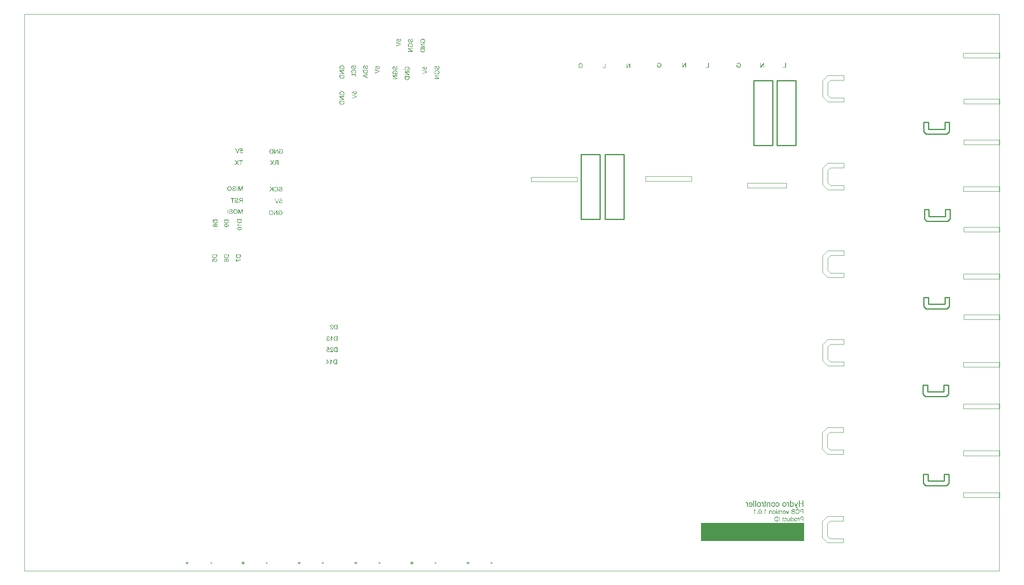
<source format=gbo>
G04*
G04 #@! TF.GenerationSoftware,Altium Limited,CircuitMaker,2.2.1 (2.2.1.6)*
G04*
G04 Layer_Color=13813960*
%FSLAX24Y24*%
%MOIN*%
G70*
G04*
G04 #@! TF.SameCoordinates,A2895FC5-3AE1-40D1-BB98-85C0BD90A9E4*
G04*
G04*
G04 #@! TF.FilePolarity,Positive*
G04*
G01*
G75*
%ADD10C,0.0100*%
%ADD23C,0.0010*%
%ADD24C,0.0001*%
%ADD228R,0.8780X0.1575*%
G36*
X75512Y15463D02*
X75445D01*
Y15700D01*
X75184D01*
Y15463D01*
X75117D01*
Y15967D01*
X75184D01*
Y15760D01*
X75445D01*
Y15967D01*
X75512D01*
Y15463D01*
D02*
G37*
G36*
X74911Y15462D02*
X74913Y15456D01*
X74915Y15451D01*
X74916Y15448D01*
X74917Y15447D01*
X74919Y15441D01*
X74921Y15435D01*
X74923Y15429D01*
X74925Y15424D01*
X74928Y15416D01*
X74931Y15410D01*
X74933Y15406D01*
X74934Y15403D01*
X74935Y15401D01*
X74935Y15401D01*
X74942Y15392D01*
X74946Y15389D01*
X74949Y15386D01*
X74952Y15384D01*
X74954Y15383D01*
X74955Y15382D01*
X74956Y15382D01*
X74961Y15379D01*
X74966Y15378D01*
X74972Y15376D01*
X74977Y15376D01*
X74982Y15375D01*
X74985Y15374D01*
X74989D01*
X74994Y15375D01*
X75000Y15376D01*
X75006Y15377D01*
X75012Y15378D01*
X75017Y15379D01*
X75020Y15379D01*
X75023Y15380D01*
X75024D01*
X75017Y15323D01*
X75008Y15320D01*
X75001Y15318D01*
X74994Y15317D01*
X74988Y15316D01*
X74984Y15316D01*
X74980Y15315D01*
X74977D01*
X74966Y15316D01*
X74957Y15317D01*
X74948Y15320D01*
X74940Y15323D01*
X74934Y15325D01*
X74930Y15328D01*
X74927Y15329D01*
X74926Y15330D01*
X74918Y15336D01*
X74911Y15343D01*
X74905Y15350D01*
X74899Y15358D01*
X74895Y15364D01*
X74891Y15370D01*
X74890Y15372D01*
X74889Y15373D01*
X74888Y15374D01*
Y15374D01*
X74886Y15379D01*
X74883Y15384D01*
X74881Y15390D01*
X74877Y15397D01*
X74872Y15411D01*
X74866Y15424D01*
X74864Y15431D01*
X74861Y15437D01*
X74859Y15442D01*
X74857Y15447D01*
X74856Y15451D01*
X74854Y15454D01*
X74853Y15456D01*
Y15457D01*
X74715Y15828D01*
X74776D01*
X74855Y15615D01*
X74860Y15599D01*
X74865Y15585D01*
X74870Y15570D01*
X74874Y15558D01*
X74875Y15552D01*
X74876Y15548D01*
X74878Y15543D01*
X74878Y15539D01*
X74880Y15536D01*
X74880Y15534D01*
X74881Y15532D01*
Y15532D01*
X74885Y15548D01*
X74889Y15563D01*
X74894Y15578D01*
X74898Y15591D01*
X74900Y15596D01*
X74902Y15601D01*
X74904Y15605D01*
X74905Y15609D01*
X74906Y15613D01*
X74907Y15615D01*
X74907Y15616D01*
Y15616D01*
X74983Y15828D01*
X75049D01*
X74911Y15462D01*
D02*
G37*
G36*
X72304Y15918D02*
Y15828D01*
X72349D01*
Y15780D01*
X72304D01*
Y15569D01*
Y15560D01*
X72303Y15550D01*
Y15542D01*
X72302Y15534D01*
X72302Y15528D01*
X72301Y15522D01*
X72301Y15516D01*
X72300Y15512D01*
X72299Y15508D01*
X72299Y15505D01*
X72298Y15502D01*
X72298Y15500D01*
X72297Y15497D01*
X72296Y15496D01*
X72293Y15490D01*
X72289Y15485D01*
X72285Y15480D01*
X72281Y15476D01*
X72276Y15473D01*
X72273Y15471D01*
X72271Y15469D01*
X72270Y15468D01*
X72263Y15465D01*
X72254Y15462D01*
X72246Y15461D01*
X72237Y15459D01*
X72229Y15459D01*
X72223Y15458D01*
X72218D01*
X72201Y15459D01*
X72194Y15460D01*
X72187Y15461D01*
X72180Y15462D01*
X72175Y15462D01*
X72172Y15463D01*
X72171D01*
X72179Y15518D01*
X72185Y15518D01*
X72190Y15517D01*
X72195Y15516D01*
X72199D01*
X72203Y15516D01*
X72212D01*
X72216Y15516D01*
X72219Y15518D01*
X72223Y15518D01*
X72225Y15519D01*
X72227Y15520D01*
X72228Y15520D01*
X72228D01*
X72233Y15524D01*
X72236Y15528D01*
X72238Y15531D01*
X72239Y15532D01*
Y15532D01*
X72240Y15536D01*
X72240Y15541D01*
X72241Y15546D01*
Y15552D01*
X72242Y15557D01*
Y15562D01*
Y15565D01*
Y15566D01*
Y15566D01*
Y15780D01*
X72179D01*
Y15828D01*
X72242D01*
Y15955D01*
X72304Y15918D01*
D02*
G37*
G36*
X73319Y15835D02*
X73335Y15833D01*
X73350Y15829D01*
X73356Y15827D01*
X73363Y15825D01*
X73368Y15823D01*
X73373Y15821D01*
X73377Y15819D01*
X73381Y15817D01*
X73385Y15816D01*
X73387Y15815D01*
X73388Y15814D01*
X73388D01*
X73403Y15805D01*
X73415Y15794D01*
X73425Y15783D01*
X73433Y15773D01*
X73440Y15763D01*
X73442Y15758D01*
X73444Y15754D01*
X73446Y15752D01*
X73447Y15750D01*
X73448Y15748D01*
Y15747D01*
X73454Y15730D01*
X73459Y15712D01*
X73462Y15695D01*
X73465Y15679D01*
X73465Y15671D01*
X73466Y15665D01*
X73467Y15659D01*
Y15653D01*
X73467Y15650D01*
Y15646D01*
Y15644D01*
Y15644D01*
X73467Y15627D01*
X73465Y15611D01*
X73463Y15597D01*
X73460Y15583D01*
X73457Y15570D01*
X73453Y15559D01*
X73448Y15549D01*
X73444Y15539D01*
X73440Y15531D01*
X73436Y15524D01*
X73432Y15518D01*
X73429Y15513D01*
X73426Y15508D01*
X73424Y15506D01*
X73422Y15504D01*
X73422Y15503D01*
X73413Y15495D01*
X73404Y15488D01*
X73394Y15481D01*
X73384Y15475D01*
X73374Y15471D01*
X73364Y15467D01*
X73354Y15463D01*
X73345Y15461D01*
X73336Y15459D01*
X73328Y15457D01*
X73320Y15456D01*
X73314Y15455D01*
X73309D01*
X73305Y15455D01*
X73302D01*
X73291Y15455D01*
X73280Y15456D01*
X73270Y15458D01*
X73261Y15460D01*
X73252Y15463D01*
X73244Y15466D01*
X73236Y15469D01*
X73229Y15473D01*
X73223Y15476D01*
X73217Y15479D01*
X73213Y15482D01*
X73208Y15485D01*
X73206Y15487D01*
X73203Y15489D01*
X73202Y15490D01*
X73201Y15490D01*
X73194Y15497D01*
X73187Y15504D01*
X73181Y15513D01*
X73176Y15521D01*
X73171Y15529D01*
X73167Y15537D01*
X73160Y15552D01*
X73157Y15560D01*
X73155Y15567D01*
X73154Y15573D01*
X73152Y15578D01*
X73151Y15582D01*
X73150Y15586D01*
X73150Y15588D01*
Y15589D01*
X73210Y15597D01*
X73212Y15588D01*
X73214Y15580D01*
X73216Y15573D01*
X73218Y15566D01*
X73221Y15560D01*
X73223Y15554D01*
X73226Y15549D01*
X73228Y15544D01*
X73231Y15540D01*
X73233Y15537D01*
X73238Y15532D01*
X73240Y15528D01*
X73241Y15528D01*
X73242Y15527D01*
X73251Y15520D01*
X73261Y15515D01*
X73272Y15511D01*
X73281Y15508D01*
X73290Y15507D01*
X73293Y15506D01*
X73296D01*
X73299Y15506D01*
X73302D01*
X73310Y15506D01*
X73319Y15507D01*
X73326Y15509D01*
X73333Y15511D01*
X73345Y15516D01*
X73356Y15522D01*
X73361Y15525D01*
X73364Y15528D01*
X73368Y15531D01*
X73371Y15534D01*
X73373Y15536D01*
X73375Y15537D01*
X73375Y15538D01*
X73376Y15539D01*
X73381Y15545D01*
X73385Y15553D01*
X73389Y15561D01*
X73392Y15569D01*
X73397Y15587D01*
X73400Y15605D01*
X73402Y15613D01*
X73402Y15621D01*
X73403Y15628D01*
X73403Y15634D01*
X73404Y15639D01*
Y15643D01*
Y15645D01*
Y15646D01*
X73403Y15659D01*
X73403Y15671D01*
X73401Y15682D01*
X73399Y15693D01*
X73397Y15703D01*
X73394Y15711D01*
X73392Y15719D01*
X73389Y15726D01*
X73387Y15732D01*
X73384Y15738D01*
X73381Y15742D01*
X73379Y15745D01*
X73377Y15748D01*
X73376Y15750D01*
X73375Y15751D01*
X73375Y15752D01*
X73369Y15758D01*
X73363Y15763D01*
X73357Y15768D01*
X73351Y15771D01*
X73344Y15775D01*
X73338Y15777D01*
X73326Y15781D01*
X73315Y15784D01*
X73311Y15785D01*
X73307Y15785D01*
X73303Y15786D01*
X73299D01*
X73288Y15785D01*
X73278Y15783D01*
X73269Y15780D01*
X73261Y15776D01*
X73255Y15773D01*
X73250Y15770D01*
X73248Y15768D01*
X73246Y15767D01*
X73239Y15759D01*
X73232Y15750D01*
X73227Y15741D01*
X73223Y15732D01*
X73220Y15724D01*
X73218Y15717D01*
X73217Y15715D01*
X73216Y15713D01*
X73216Y15712D01*
Y15711D01*
X73156Y15721D01*
X73158Y15730D01*
X73161Y15740D01*
X73165Y15749D01*
X73168Y15757D01*
X73172Y15765D01*
X73176Y15772D01*
X73180Y15778D01*
X73184Y15784D01*
X73188Y15789D01*
X73192Y15793D01*
X73195Y15797D01*
X73198Y15800D01*
X73201Y15803D01*
X73203Y15804D01*
X73204Y15805D01*
X73204Y15806D01*
X73212Y15811D01*
X73219Y15816D01*
X73227Y15820D01*
X73236Y15823D01*
X73252Y15829D01*
X73267Y15833D01*
X73274Y15834D01*
X73281Y15835D01*
X73287Y15835D01*
X73292Y15836D01*
X73296Y15836D01*
X73302D01*
X73319Y15835D01*
D02*
G37*
G36*
X71044Y15836D02*
X71058Y15834D01*
X71070Y15831D01*
X71082Y15828D01*
X71093Y15824D01*
X71103Y15820D01*
X71113Y15816D01*
X71121Y15811D01*
X71129Y15806D01*
X71135Y15801D01*
X71141Y15797D01*
X71145Y15793D01*
X71149Y15790D01*
X71152Y15787D01*
X71154Y15786D01*
X71154Y15785D01*
X71162Y15775D01*
X71169Y15764D01*
X71176Y15753D01*
X71181Y15741D01*
X71186Y15729D01*
X71190Y15717D01*
X71193Y15706D01*
X71195Y15694D01*
X71197Y15684D01*
X71198Y15674D01*
X71199Y15665D01*
X71201Y15657D01*
Y15651D01*
X71201Y15646D01*
Y15643D01*
Y15642D01*
X71201Y15626D01*
X71199Y15610D01*
X71197Y15596D01*
X71194Y15583D01*
X71190Y15570D01*
X71186Y15559D01*
X71182Y15549D01*
X71178Y15539D01*
X71174Y15531D01*
X71169Y15524D01*
X71166Y15518D01*
X71162Y15513D01*
X71159Y15509D01*
X71157Y15506D01*
X71155Y15504D01*
X71155Y15504D01*
X71145Y15495D01*
X71136Y15488D01*
X71126Y15481D01*
X71115Y15475D01*
X71104Y15471D01*
X71094Y15467D01*
X71083Y15463D01*
X71073Y15461D01*
X71064Y15459D01*
X71055Y15457D01*
X71048Y15456D01*
X71041Y15455D01*
X71035D01*
X71031Y15455D01*
X71028D01*
X71016Y15455D01*
X71005Y15456D01*
X70994Y15457D01*
X70984Y15460D01*
X70975Y15462D01*
X70967Y15465D01*
X70959Y15467D01*
X70952Y15470D01*
X70945Y15473D01*
X70940Y15475D01*
X70935Y15478D01*
X70930Y15480D01*
X70928Y15483D01*
X70925Y15484D01*
X70924Y15485D01*
X70923Y15485D01*
X70916Y15491D01*
X70909Y15498D01*
X70903Y15505D01*
X70897Y15512D01*
X70887Y15527D01*
X70880Y15540D01*
X70877Y15547D01*
X70874Y15553D01*
X70872Y15558D01*
X70870Y15563D01*
X70869Y15567D01*
X70868Y15570D01*
X70867Y15572D01*
Y15573D01*
X70931Y15581D01*
X70937Y15567D01*
X70943Y15555D01*
X70950Y15545D01*
X70956Y15537D01*
X70961Y15531D01*
X70966Y15526D01*
X70969Y15524D01*
X70969Y15523D01*
X70970D01*
X70979Y15517D01*
X70989Y15513D01*
X70999Y15510D01*
X71007Y15508D01*
X71016Y15507D01*
X71022Y15506D01*
X71024Y15506D01*
X71028D01*
X71036Y15506D01*
X71044Y15507D01*
X71052Y15508D01*
X71059Y15510D01*
X71072Y15515D01*
X71083Y15521D01*
X71088Y15524D01*
X71092Y15527D01*
X71095Y15530D01*
X71098Y15532D01*
X71101Y15534D01*
X71102Y15536D01*
X71103Y15537D01*
X71104Y15537D01*
X71109Y15544D01*
X71114Y15550D01*
X71118Y15558D01*
X71122Y15565D01*
X71128Y15581D01*
X71132Y15596D01*
X71134Y15603D01*
X71135Y15609D01*
X71136Y15615D01*
X71137Y15620D01*
X71137Y15624D01*
X71138Y15627D01*
Y15629D01*
Y15630D01*
X70865D01*
X70865Y15637D01*
Y15643D01*
Y15645D01*
Y15646D01*
X70865Y15663D01*
X70867Y15678D01*
X70869Y15693D01*
X70872Y15706D01*
X70876Y15719D01*
X70880Y15730D01*
X70884Y15741D01*
X70888Y15750D01*
X70892Y15758D01*
X70896Y15766D01*
X70900Y15772D01*
X70904Y15777D01*
X70907Y15781D01*
X70909Y15784D01*
X70911Y15786D01*
X70911Y15786D01*
X70920Y15795D01*
X70930Y15803D01*
X70940Y15810D01*
X70949Y15815D01*
X70959Y15820D01*
X70970Y15824D01*
X70979Y15828D01*
X70988Y15830D01*
X70997Y15832D01*
X71005Y15834D01*
X71012Y15835D01*
X71019Y15836D01*
X71024D01*
X71028Y15836D01*
X71031D01*
X71044Y15836D01*
D02*
G37*
G36*
X74144Y15836D02*
X74152Y15834D01*
X74158Y15833D01*
X74164Y15830D01*
X74169Y15828D01*
X74172Y15826D01*
X74175Y15824D01*
X74176Y15824D01*
X74179Y15821D01*
X74183Y15818D01*
X74189Y15811D01*
X74196Y15802D01*
X74202Y15793D01*
X74207Y15786D01*
X74211Y15779D01*
X74213Y15776D01*
X74214Y15774D01*
X74215Y15773D01*
Y15828D01*
X74271D01*
Y15463D01*
X74209D01*
Y15654D01*
X74209Y15668D01*
X74207Y15682D01*
X74206Y15694D01*
X74204Y15705D01*
X74202Y15714D01*
X74201Y15717D01*
X74201Y15721D01*
X74200Y15723D01*
X74200Y15724D01*
X74199Y15726D01*
Y15726D01*
X74196Y15734D01*
X74193Y15741D01*
X74189Y15746D01*
X74185Y15751D01*
X74182Y15755D01*
X74179Y15758D01*
X74177Y15759D01*
X74176Y15760D01*
X74170Y15764D01*
X74164Y15767D01*
X74158Y15769D01*
X74152Y15771D01*
X74147Y15772D01*
X74143Y15773D01*
X74140D01*
X74131Y15772D01*
X74123Y15770D01*
X74115Y15768D01*
X74109Y15766D01*
X74103Y15763D01*
X74098Y15761D01*
X74095Y15759D01*
X74094Y15759D01*
X74073Y15816D01*
X74085Y15823D01*
X74097Y15828D01*
X74107Y15831D01*
X74117Y15834D01*
X74125Y15835D01*
X74128Y15836D01*
X74131D01*
X74133Y15836D01*
X74136D01*
X74144Y15836D01*
D02*
G37*
G36*
X72548Y15836D02*
X72561Y15834D01*
X72573Y15831D01*
X72584Y15827D01*
X72595Y15822D01*
X72604Y15817D01*
X72613Y15812D01*
X72620Y15806D01*
X72627Y15800D01*
X72633Y15795D01*
X72638Y15790D01*
X72642Y15785D01*
X72645Y15781D01*
X72648Y15779D01*
X72649Y15776D01*
X72650Y15776D01*
Y15828D01*
X72705Y15828D01*
Y15463D01*
X72644Y15463D01*
Y15662D01*
X72643Y15675D01*
X72643Y15687D01*
X72641Y15697D01*
X72639Y15707D01*
X72637Y15716D01*
X72635Y15723D01*
X72632Y15730D01*
X72629Y15736D01*
X72627Y15742D01*
X72624Y15746D01*
X72622Y15750D01*
X72620Y15753D01*
X72618Y15755D01*
X72616Y15757D01*
X72616Y15757D01*
X72615Y15758D01*
X72610Y15762D01*
X72604Y15766D01*
X72592Y15773D01*
X72581Y15777D01*
X72571Y15780D01*
X72561Y15782D01*
X72557Y15782D01*
X72554D01*
X72551Y15783D01*
X72547D01*
X72538Y15782D01*
X72530Y15781D01*
X72522Y15779D01*
X72516Y15777D01*
X72511Y15775D01*
X72507Y15773D01*
X72504Y15772D01*
X72504Y15771D01*
X72497Y15767D01*
X72492Y15762D01*
X72488Y15757D01*
X72484Y15752D01*
X72482Y15748D01*
X72480Y15745D01*
X72479Y15742D01*
X72478Y15741D01*
X72476Y15734D01*
X72474Y15725D01*
X72472Y15716D01*
X72472Y15706D01*
X72471Y15698D01*
X72471Y15694D01*
Y15691D01*
Y15689D01*
Y15687D01*
Y15686D01*
Y15685D01*
Y15463D01*
X72409D01*
Y15687D01*
Y15695D01*
Y15702D01*
X72409Y15709D01*
Y15715D01*
X72410Y15721D01*
Y15726D01*
X72411Y15734D01*
X72412Y15740D01*
X72412Y15744D01*
X72413Y15747D01*
Y15747D01*
X72415Y15757D01*
X72418Y15766D01*
X72421Y15774D01*
X72424Y15780D01*
X72427Y15786D01*
X72430Y15790D01*
X72431Y15792D01*
X72432Y15793D01*
X72437Y15800D01*
X72444Y15806D01*
X72451Y15811D01*
X72457Y15816D01*
X72464Y15819D01*
X72469Y15822D01*
X72472Y15824D01*
X72473Y15824D01*
X72473D01*
X72484Y15828D01*
X72494Y15831D01*
X72504Y15834D01*
X72514Y15835D01*
X72522Y15836D01*
X72525D01*
X72528Y15836D01*
X72534D01*
X72548Y15836D01*
D02*
G37*
G36*
X71992D02*
X72000Y15834D01*
X72006Y15833D01*
X72013Y15830D01*
X72017Y15828D01*
X72021Y15826D01*
X72023Y15824D01*
X72024Y15824D01*
X72027Y15821D01*
X72031Y15818D01*
X72038Y15811D01*
X72044Y15802D01*
X72050Y15793D01*
X72056Y15786D01*
X72059Y15779D01*
X72061Y15776D01*
X72062Y15774D01*
X72063Y15773D01*
Y15828D01*
X72119D01*
Y15463D01*
X72057D01*
Y15654D01*
X72057Y15668D01*
X72056Y15682D01*
X72054Y15694D01*
X72052Y15705D01*
X72051Y15714D01*
X72050Y15717D01*
X72049Y15721D01*
X72049Y15723D01*
X72048Y15724D01*
X72047Y15726D01*
Y15726D01*
X72044Y15734D01*
X72041Y15741D01*
X72037Y15746D01*
X72033Y15751D01*
X72030Y15755D01*
X72027Y15758D01*
X72025Y15759D01*
X72025Y15760D01*
X72018Y15764D01*
X72012Y15767D01*
X72006Y15769D01*
X72000Y15771D01*
X71995Y15772D01*
X71991Y15773D01*
X71988D01*
X71979Y15772D01*
X71971Y15770D01*
X71963Y15768D01*
X71957Y15766D01*
X71951Y15763D01*
X71946Y15761D01*
X71944Y15759D01*
X71943Y15759D01*
X71921Y15816D01*
X71933Y15823D01*
X71945Y15828D01*
X71955Y15831D01*
X71965Y15834D01*
X71973Y15835D01*
X71976Y15836D01*
X71979D01*
X71981Y15836D01*
X71985D01*
X71992Y15836D01*
D02*
G37*
G36*
X71494Y15463D02*
X71433D01*
Y15967D01*
X71494D01*
Y15463D01*
D02*
G37*
G36*
X71338D02*
X71276D01*
Y15967D01*
X71338D01*
Y15463D01*
D02*
G37*
G36*
X70663Y15836D02*
X70670Y15834D01*
X70677Y15833D01*
X70683Y15830D01*
X70687Y15828D01*
X70691Y15826D01*
X70693Y15824D01*
X70694Y15824D01*
X70698Y15821D01*
X70702Y15818D01*
X70708Y15811D01*
X70715Y15802D01*
X70721Y15793D01*
X70726Y15786D01*
X70730Y15779D01*
X70732Y15776D01*
X70733Y15774D01*
X70734Y15773D01*
Y15828D01*
X70789D01*
Y15463D01*
X70728D01*
Y15654D01*
X70727Y15668D01*
X70726Y15682D01*
X70724Y15694D01*
X70723Y15705D01*
X70721Y15714D01*
X70720Y15717D01*
X70720Y15721D01*
X70719Y15723D01*
X70718Y15724D01*
X70718Y15726D01*
Y15726D01*
X70715Y15734D01*
X70711Y15741D01*
X70708Y15746D01*
X70704Y15751D01*
X70700Y15755D01*
X70698Y15758D01*
X70696Y15759D01*
X70695Y15760D01*
X70688Y15764D01*
X70682Y15767D01*
X70676Y15769D01*
X70670Y15771D01*
X70666Y15772D01*
X70662Y15773D01*
X70658D01*
X70650Y15772D01*
X70641Y15770D01*
X70634Y15768D01*
X70627Y15766D01*
X70621Y15763D01*
X70617Y15761D01*
X70614Y15759D01*
X70613Y15759D01*
X70591Y15816D01*
X70603Y15823D01*
X70615Y15828D01*
X70626Y15831D01*
X70635Y15834D01*
X70644Y15835D01*
X70647Y15836D01*
X70650D01*
X70652Y15836D01*
X70655D01*
X70663Y15836D01*
D02*
G37*
G36*
X74430Y15786D02*
X74436Y15794D01*
X74443Y15801D01*
X74450Y15807D01*
X74457Y15812D01*
X74463Y15817D01*
X74467Y15819D01*
X74471Y15822D01*
X74471Y15822D01*
X74472D01*
X74482Y15827D01*
X74492Y15830D01*
X74502Y15833D01*
X74511Y15835D01*
X74519Y15836D01*
X74525Y15836D01*
X74539D01*
X74547Y15835D01*
X74562Y15833D01*
X74576Y15829D01*
X74588Y15824D01*
X74593Y15822D01*
X74598Y15820D01*
X74602Y15818D01*
X74605Y15816D01*
X74608Y15815D01*
X74610Y15813D01*
X74611Y15813D01*
X74612Y15812D01*
X74625Y15803D01*
X74636Y15792D01*
X74645Y15781D01*
X74653Y15769D01*
X74659Y15759D01*
X74661Y15755D01*
X74663Y15752D01*
X74664Y15748D01*
X74666Y15746D01*
X74667Y15745D01*
Y15744D01*
X74673Y15727D01*
X74677Y15710D01*
X74680Y15693D01*
X74682Y15678D01*
X74683Y15671D01*
X74684Y15664D01*
X74684Y15659D01*
Y15654D01*
X74685Y15650D01*
Y15647D01*
Y15645D01*
Y15645D01*
X74684Y15625D01*
X74681Y15606D01*
X74680Y15597D01*
X74679Y15589D01*
X74676Y15581D01*
X74675Y15574D01*
X74673Y15568D01*
X74671Y15562D01*
X74669Y15557D01*
X74668Y15554D01*
X74667Y15550D01*
X74666Y15548D01*
X74665Y15546D01*
Y15546D01*
X74657Y15531D01*
X74647Y15517D01*
X74638Y15506D01*
X74629Y15496D01*
X74621Y15489D01*
X74617Y15486D01*
X74614Y15483D01*
X74611Y15481D01*
X74610Y15480D01*
X74609Y15479D01*
X74608Y15479D01*
X74601Y15474D01*
X74594Y15471D01*
X74580Y15465D01*
X74567Y15461D01*
X74554Y15458D01*
X74549Y15457D01*
X74544Y15456D01*
X74539Y15455D01*
X74536D01*
X74532Y15455D01*
X74528D01*
X74515Y15455D01*
X74504Y15457D01*
X74494Y15460D01*
X74483Y15463D01*
X74474Y15467D01*
X74466Y15472D01*
X74458Y15477D01*
X74451Y15482D01*
X74445Y15487D01*
X74440Y15492D01*
X74436Y15496D01*
X74432Y15501D01*
X74429Y15504D01*
X74427Y15507D01*
X74426Y15508D01*
X74425Y15509D01*
Y15463D01*
X74368D01*
Y15967D01*
X74430D01*
Y15786D01*
D02*
G37*
G36*
X73901Y15836D02*
X73913Y15835D01*
X73924Y15833D01*
X73934Y15830D01*
X73945Y15827D01*
X73954Y15823D01*
X73963Y15820D01*
X73970Y15816D01*
X73978Y15812D01*
X73984Y15809D01*
X73990Y15805D01*
X73994Y15802D01*
X73998Y15799D01*
X74000Y15797D01*
X74002Y15796D01*
X74003Y15795D01*
X74012Y15786D01*
X74021Y15775D01*
X74029Y15764D01*
X74035Y15752D01*
X74040Y15739D01*
X74045Y15727D01*
X74049Y15714D01*
X74052Y15702D01*
X74054Y15691D01*
X74056Y15680D01*
X74057Y15670D01*
X74058Y15662D01*
X74058Y15655D01*
X74059Y15650D01*
Y15646D01*
Y15646D01*
Y15645D01*
X74058Y15628D01*
X74057Y15613D01*
X74055Y15598D01*
X74052Y15584D01*
X74048Y15572D01*
X74044Y15560D01*
X74040Y15550D01*
X74035Y15540D01*
X74031Y15532D01*
X74027Y15524D01*
X74023Y15518D01*
X74019Y15513D01*
X74016Y15509D01*
X74014Y15506D01*
X74012Y15504D01*
X74012Y15504D01*
X74003Y15495D01*
X73993Y15488D01*
X73983Y15481D01*
X73973Y15475D01*
X73962Y15471D01*
X73952Y15467D01*
X73942Y15463D01*
X73932Y15461D01*
X73923Y15459D01*
X73915Y15457D01*
X73907Y15456D01*
X73901Y15455D01*
X73895D01*
X73891Y15455D01*
X73888D01*
X73871Y15456D01*
X73854Y15458D01*
X73839Y15462D01*
X73832Y15463D01*
X73826Y15466D01*
X73820Y15468D01*
X73815Y15469D01*
X73811Y15472D01*
X73807Y15473D01*
X73804Y15474D01*
X73802Y15475D01*
X73801Y15477D01*
X73800D01*
X73786Y15486D01*
X73773Y15496D01*
X73763Y15506D01*
X73754Y15516D01*
X73747Y15525D01*
X73744Y15530D01*
X73742Y15533D01*
X73741Y15536D01*
X73739Y15538D01*
X73738Y15539D01*
Y15539D01*
X73735Y15548D01*
X73731Y15556D01*
X73726Y15574D01*
X73722Y15592D01*
X73720Y15610D01*
X73719Y15618D01*
X73718Y15626D01*
X73718Y15633D01*
Y15639D01*
X73717Y15644D01*
Y15647D01*
Y15650D01*
Y15650D01*
X73718Y15666D01*
X73719Y15681D01*
X73721Y15696D01*
X73725Y15709D01*
X73728Y15721D01*
X73732Y15732D01*
X73737Y15742D01*
X73741Y15751D01*
X73745Y15759D01*
X73750Y15767D01*
X73754Y15773D01*
X73758Y15777D01*
X73761Y15782D01*
X73763Y15785D01*
X73765Y15786D01*
X73765Y15787D01*
X73774Y15795D01*
X73784Y15803D01*
X73794Y15810D01*
X73804Y15816D01*
X73815Y15820D01*
X73825Y15824D01*
X73835Y15828D01*
X73844Y15830D01*
X73854Y15832D01*
X73862Y15834D01*
X73869Y15835D01*
X73875Y15836D01*
X73881D01*
X73885Y15836D01*
X73888D01*
X73901Y15836D01*
D02*
G37*
G36*
X72961D02*
X72973Y15835D01*
X72984Y15833D01*
X72995Y15830D01*
X73006Y15827D01*
X73015Y15823D01*
X73024Y15820D01*
X73031Y15816D01*
X73039Y15812D01*
X73045Y15809D01*
X73050Y15805D01*
X73055Y15802D01*
X73059Y15799D01*
X73061Y15797D01*
X73063Y15796D01*
X73064Y15795D01*
X73073Y15786D01*
X73082Y15775D01*
X73090Y15764D01*
X73096Y15752D01*
X73101Y15739D01*
X73106Y15727D01*
X73110Y15714D01*
X73113Y15702D01*
X73115Y15691D01*
X73117Y15680D01*
X73118Y15670D01*
X73119Y15662D01*
X73119Y15655D01*
X73120Y15650D01*
Y15646D01*
Y15646D01*
Y15645D01*
X73119Y15628D01*
X73118Y15613D01*
X73115Y15598D01*
X73113Y15584D01*
X73109Y15572D01*
X73105Y15560D01*
X73101Y15550D01*
X73096Y15540D01*
X73092Y15532D01*
X73088Y15524D01*
X73084Y15518D01*
X73080Y15513D01*
X73077Y15509D01*
X73075Y15506D01*
X73073Y15504D01*
X73073Y15504D01*
X73064Y15495D01*
X73054Y15488D01*
X73044Y15481D01*
X73034Y15475D01*
X73023Y15471D01*
X73013Y15467D01*
X73003Y15463D01*
X72993Y15461D01*
X72984Y15459D01*
X72976Y15457D01*
X72968Y15456D01*
X72961Y15455D01*
X72956D01*
X72952Y15455D01*
X72949D01*
X72931Y15456D01*
X72915Y15458D01*
X72900Y15462D01*
X72893Y15463D01*
X72887Y15466D01*
X72881Y15468D01*
X72876Y15469D01*
X72872Y15472D01*
X72868Y15473D01*
X72865Y15474D01*
X72863Y15475D01*
X72862Y15477D01*
X72861D01*
X72847Y15486D01*
X72834Y15496D01*
X72824Y15506D01*
X72815Y15516D01*
X72808Y15525D01*
X72805Y15530D01*
X72803Y15533D01*
X72801Y15536D01*
X72800Y15538D01*
X72799Y15539D01*
Y15539D01*
X72795Y15548D01*
X72792Y15556D01*
X72787Y15574D01*
X72783Y15592D01*
X72781Y15610D01*
X72780Y15618D01*
X72779Y15626D01*
X72779Y15633D01*
Y15639D01*
X72778Y15644D01*
Y15647D01*
Y15650D01*
Y15650D01*
X72779Y15666D01*
X72780Y15681D01*
X72782Y15696D01*
X72786Y15709D01*
X72789Y15721D01*
X72793Y15732D01*
X72798Y15742D01*
X72802Y15751D01*
X72806Y15759D01*
X72811Y15767D01*
X72815Y15773D01*
X72818Y15777D01*
X72822Y15782D01*
X72824Y15785D01*
X72825Y15786D01*
X72826Y15787D01*
X72835Y15795D01*
X72845Y15803D01*
X72855Y15810D01*
X72865Y15816D01*
X72876Y15820D01*
X72886Y15824D01*
X72896Y15828D01*
X72905Y15830D01*
X72914Y15832D01*
X72923Y15834D01*
X72930Y15835D01*
X72936Y15836D01*
X72942D01*
X72946Y15836D01*
X72949D01*
X72961Y15836D01*
D02*
G37*
G36*
X71749Y15836D02*
X71761Y15835D01*
X71772Y15833D01*
X71783Y15830D01*
X71793Y15827D01*
X71802Y15823D01*
X71811Y15820D01*
X71819Y15816D01*
X71826Y15812D01*
X71832Y15809D01*
X71838Y15805D01*
X71843Y15802D01*
X71846Y15799D01*
X71849Y15797D01*
X71850Y15796D01*
X71851Y15795D01*
X71861Y15786D01*
X71869Y15775D01*
X71877Y15764D01*
X71884Y15752D01*
X71889Y15739D01*
X71893Y15727D01*
X71897Y15714D01*
X71900Y15702D01*
X71902Y15691D01*
X71904Y15680D01*
X71905Y15670D01*
X71906Y15662D01*
X71907Y15655D01*
X71907Y15650D01*
Y15646D01*
Y15646D01*
Y15645D01*
X71907Y15628D01*
X71905Y15613D01*
X71903Y15598D01*
X71900Y15584D01*
X71896Y15572D01*
X71892Y15560D01*
X71888Y15550D01*
X71884Y15540D01*
X71879Y15532D01*
X71875Y15524D01*
X71871Y15518D01*
X71867Y15513D01*
X71865Y15509D01*
X71862Y15506D01*
X71861Y15504D01*
X71860Y15504D01*
X71851Y15495D01*
X71841Y15488D01*
X71831Y15481D01*
X71821Y15475D01*
X71810Y15471D01*
X71800Y15467D01*
X71790Y15463D01*
X71780Y15461D01*
X71771Y15459D01*
X71763Y15457D01*
X71755Y15456D01*
X71749Y15455D01*
X71743D01*
X71740Y15455D01*
X71736D01*
X71719Y15456D01*
X71702Y15458D01*
X71688Y15462D01*
X71681Y15463D01*
X71675Y15466D01*
X71669Y15468D01*
X71664Y15469D01*
X71659Y15472D01*
X71655Y15473D01*
X71652Y15474D01*
X71650Y15475D01*
X71649Y15477D01*
X71648D01*
X71634Y15486D01*
X71622Y15496D01*
X71611Y15506D01*
X71602Y15516D01*
X71595Y15525D01*
X71593Y15530D01*
X71590Y15533D01*
X71589Y15536D01*
X71588Y15538D01*
X71587Y15539D01*
Y15539D01*
X71583Y15548D01*
X71580Y15556D01*
X71574Y15574D01*
X71570Y15592D01*
X71568Y15610D01*
X71567Y15618D01*
X71566Y15626D01*
X71566Y15633D01*
Y15639D01*
X71565Y15644D01*
Y15647D01*
Y15650D01*
Y15650D01*
X71566Y15666D01*
X71568Y15681D01*
X71570Y15696D01*
X71573Y15709D01*
X71576Y15721D01*
X71581Y15732D01*
X71585Y15742D01*
X71589Y15751D01*
X71594Y15759D01*
X71598Y15767D01*
X71602Y15773D01*
X71606Y15777D01*
X71609Y15782D01*
X71611Y15785D01*
X71613Y15786D01*
X71613Y15787D01*
X71623Y15795D01*
X71632Y15803D01*
X71642Y15810D01*
X71653Y15816D01*
X71663Y15820D01*
X71673Y15824D01*
X71683Y15828D01*
X71693Y15830D01*
X71702Y15832D01*
X71710Y15834D01*
X71717Y15835D01*
X71724Y15836D01*
X71729D01*
X71733Y15836D01*
X71736D01*
X71749Y15836D01*
D02*
G37*
G36*
X73252Y15179D02*
X73205D01*
Y15233D01*
X73252D01*
Y15179D01*
D02*
G37*
G36*
X72260Y15224D02*
X72266Y15215D01*
X72273Y15207D01*
X72280Y15199D01*
X72286Y15192D01*
X72289Y15189D01*
X72291Y15187D01*
X72293Y15185D01*
X72295Y15184D01*
X72296Y15183D01*
X72296Y15182D01*
X72307Y15173D01*
X72319Y15165D01*
X72331Y15157D01*
X72342Y15150D01*
X72346Y15147D01*
X72351Y15145D01*
X72355Y15142D01*
X72359Y15141D01*
X72361Y15140D01*
X72364Y15138D01*
X72365Y15138D01*
X72365Y15137D01*
Y15092D01*
X72357Y15095D01*
X72348Y15099D01*
X72340Y15103D01*
X72332Y15107D01*
X72326Y15111D01*
X72323Y15112D01*
X72320Y15114D01*
X72318Y15115D01*
X72317Y15115D01*
X72316Y15116D01*
X72316D01*
X72306Y15122D01*
X72297Y15128D01*
X72289Y15134D01*
X72283Y15139D01*
X72277Y15143D01*
X72274Y15146D01*
X72272Y15148D01*
X72271Y15149D01*
Y14849D01*
X72224D01*
Y15234D01*
X72254D01*
X72260Y15224D01*
D02*
G37*
G36*
X71365D02*
X71371Y15215D01*
X71378Y15207D01*
X71386Y15199D01*
X71392Y15192D01*
X71395Y15189D01*
X71397Y15187D01*
X71399Y15185D01*
X71400Y15184D01*
X71401Y15183D01*
X71402Y15182D01*
X71413Y15173D01*
X71425Y15165D01*
X71437Y15157D01*
X71447Y15150D01*
X71452Y15147D01*
X71457Y15145D01*
X71461Y15142D01*
X71464Y15141D01*
X71467Y15140D01*
X71469Y15138D01*
X71470Y15138D01*
X71471Y15137D01*
Y15092D01*
X71462Y15095D01*
X71454Y15099D01*
X71445Y15103D01*
X71438Y15107D01*
X71431Y15111D01*
X71428Y15112D01*
X71426Y15114D01*
X71424Y15115D01*
X71423Y15115D01*
X71422Y15116D01*
X71421D01*
X71411Y15122D01*
X71403Y15128D01*
X71395Y15134D01*
X71388Y15139D01*
X71383Y15143D01*
X71379Y15146D01*
X71377Y15148D01*
X71376Y15149D01*
Y14849D01*
X71329D01*
Y15234D01*
X71360D01*
X71365Y15224D01*
D02*
G37*
G36*
X74190Y14849D02*
X74145D01*
X74039Y15127D01*
X74088D01*
X74150Y14957D01*
X74154Y14946D01*
X74157Y14936D01*
X74160Y14927D01*
X74163Y14919D01*
X74165Y14913D01*
X74166Y14910D01*
X74166Y14908D01*
X74166Y14906D01*
X74167Y14905D01*
X74167Y14905D01*
Y14904D01*
X74171Y14915D01*
X74174Y14925D01*
X74176Y14935D01*
X74179Y14943D01*
X74182Y14950D01*
X74183Y14953D01*
X74184Y14956D01*
X74184Y14958D01*
X74185Y14959D01*
X74185Y14960D01*
Y14960D01*
X74245Y15127D01*
X74295D01*
X74190Y14849D01*
D02*
G37*
G36*
X74997Y15239D02*
X75006Y15239D01*
X75023Y15236D01*
X75032Y15234D01*
X75039Y15232D01*
X75047Y15230D01*
X75053Y15228D01*
X75059Y15226D01*
X75065Y15224D01*
X75070Y15222D01*
X75073Y15220D01*
X75077Y15218D01*
X75079Y15217D01*
X75080Y15216D01*
X75081Y15216D01*
X75088Y15212D01*
X75096Y15207D01*
X75102Y15201D01*
X75109Y15196D01*
X75115Y15190D01*
X75120Y15184D01*
X75125Y15179D01*
X75129Y15174D01*
X75133Y15168D01*
X75136Y15164D01*
X75139Y15160D01*
X75142Y15156D01*
X75143Y15152D01*
X75144Y15150D01*
X75145Y15149D01*
X75146Y15148D01*
X75150Y15140D01*
X75153Y15131D01*
X75156Y15122D01*
X75159Y15113D01*
X75163Y15095D01*
X75164Y15087D01*
X75166Y15079D01*
X75167Y15072D01*
X75167Y15065D01*
X75168Y15059D01*
X75168Y15053D01*
X75169Y15049D01*
Y15046D01*
Y15044D01*
Y15043D01*
X75168Y15033D01*
X75168Y15023D01*
X75165Y15004D01*
X75164Y14995D01*
X75162Y14987D01*
X75160Y14979D01*
X75159Y14971D01*
X75157Y14965D01*
X75155Y14959D01*
X75153Y14954D01*
X75152Y14949D01*
X75150Y14946D01*
X75149Y14943D01*
X75149Y14941D01*
X75149Y14941D01*
X75144Y14932D01*
X75140Y14924D01*
X75136Y14916D01*
X75131Y14909D01*
X75126Y14902D01*
X75121Y14897D01*
X75116Y14891D01*
X75112Y14886D01*
X75107Y14882D01*
X75103Y14878D01*
X75099Y14875D01*
X75096Y14872D01*
X75093Y14870D01*
X75091Y14869D01*
X75090Y14868D01*
X75090Y14867D01*
X75082Y14863D01*
X75074Y14859D01*
X75066Y14856D01*
X75057Y14853D01*
X75049Y14851D01*
X75040Y14849D01*
X75032Y14847D01*
X75024Y14846D01*
X75017Y14845D01*
X75010Y14844D01*
X75004Y14843D01*
X74999Y14843D01*
X74994Y14843D01*
X74988D01*
X74977Y14843D01*
X74967Y14844D01*
X74957Y14845D01*
X74947Y14848D01*
X74938Y14850D01*
X74930Y14853D01*
X74922Y14856D01*
X74915Y14859D01*
X74909Y14862D01*
X74903Y14865D01*
X74898Y14867D01*
X74894Y14870D01*
X74891Y14872D01*
X74889Y14874D01*
X74887Y14875D01*
X74887Y14875D01*
X74879Y14882D01*
X74872Y14889D01*
X74866Y14896D01*
X74860Y14904D01*
X74855Y14912D01*
X74850Y14920D01*
X74846Y14927D01*
X74842Y14935D01*
X74839Y14942D01*
X74837Y14949D01*
X74834Y14955D01*
X74832Y14960D01*
X74831Y14965D01*
X74830Y14968D01*
X74829Y14970D01*
Y14971D01*
X74880Y14984D01*
X74882Y14975D01*
X74885Y14966D01*
X74888Y14959D01*
X74891Y14952D01*
X74894Y14945D01*
X74897Y14939D01*
X74901Y14934D01*
X74904Y14929D01*
X74907Y14924D01*
X74910Y14921D01*
X74913Y14917D01*
X74915Y14915D01*
X74917Y14913D01*
X74919Y14912D01*
X74920Y14911D01*
X74920Y14910D01*
X74926Y14906D01*
X74932Y14902D01*
X74938Y14899D01*
X74944Y14896D01*
X74950Y14894D01*
X74956Y14892D01*
X74968Y14889D01*
X74973Y14888D01*
X74978Y14887D01*
X74982Y14887D01*
X74986Y14886D01*
X74988Y14886D01*
X74993D01*
X74999Y14886D01*
X75006Y14887D01*
X75018Y14889D01*
X75029Y14892D01*
X75038Y14895D01*
X75043Y14897D01*
X75046Y14898D01*
X75050Y14900D01*
X75053Y14901D01*
X75055Y14902D01*
X75057Y14903D01*
X75058Y14904D01*
X75058D01*
X75063Y14907D01*
X75068Y14911D01*
X75078Y14920D01*
X75085Y14929D01*
X75091Y14938D01*
X75096Y14946D01*
X75098Y14949D01*
X75100Y14952D01*
X75100Y14955D01*
X75101Y14957D01*
X75102Y14958D01*
Y14958D01*
X75107Y14972D01*
X75110Y14987D01*
X75113Y15001D01*
X75114Y15008D01*
X75115Y15015D01*
X75115Y15021D01*
X75115Y15026D01*
X75116Y15031D01*
Y15036D01*
X75116Y15039D01*
Y15042D01*
Y15043D01*
Y15044D01*
X75116Y15058D01*
X75115Y15071D01*
X75112Y15084D01*
X75112Y15090D01*
X75110Y15095D01*
X75109Y15100D01*
X75108Y15104D01*
X75107Y15108D01*
X75106Y15111D01*
X75106Y15114D01*
X75105Y15116D01*
X75105Y15117D01*
Y15117D01*
X75099Y15130D01*
X75093Y15142D01*
X75086Y15151D01*
X75083Y15155D01*
X75079Y15160D01*
X75076Y15163D01*
X75073Y15166D01*
X75070Y15169D01*
X75068Y15171D01*
X75066Y15172D01*
X75064Y15174D01*
X75063Y15174D01*
X75063Y15174D01*
X75057Y15178D01*
X75051Y15182D01*
X75045Y15184D01*
X75039Y15187D01*
X75026Y15191D01*
X75014Y15194D01*
X75009Y15194D01*
X75004Y15195D01*
X75000Y15195D01*
X74996Y15196D01*
X74993Y15196D01*
X74981D01*
X74975Y15195D01*
X74962Y15193D01*
X74951Y15190D01*
X74947Y15188D01*
X74942Y15187D01*
X74938Y15185D01*
X74935Y15183D01*
X74932Y15182D01*
X74929Y15180D01*
X74927Y15179D01*
X74926Y15178D01*
X74925Y15177D01*
X74925Y15177D01*
X74920Y15173D01*
X74916Y15169D01*
X74908Y15160D01*
X74901Y15149D01*
X74896Y15139D01*
X74892Y15130D01*
X74889Y15126D01*
X74888Y15123D01*
X74887Y15120D01*
X74887Y15117D01*
X74886Y15116D01*
Y15116D01*
X74836Y15127D01*
X74839Y15137D01*
X74843Y15146D01*
X74847Y15155D01*
X74851Y15163D01*
X74855Y15170D01*
X74860Y15177D01*
X74865Y15183D01*
X74869Y15189D01*
X74874Y15194D01*
X74877Y15198D01*
X74881Y15202D01*
X74884Y15204D01*
X74887Y15207D01*
X74889Y15209D01*
X74890Y15209D01*
X74891Y15210D01*
X74898Y15215D01*
X74906Y15219D01*
X74914Y15224D01*
X74922Y15227D01*
X74931Y15230D01*
X74939Y15232D01*
X74946Y15234D01*
X74954Y15236D01*
X74961Y15237D01*
X74967Y15238D01*
X74973Y15239D01*
X74978Y15239D01*
X74982Y15239D01*
X74988D01*
X74997Y15239D01*
D02*
G37*
G36*
X73894Y15133D02*
X73904Y15132D01*
X73914Y15130D01*
X73923Y15127D01*
X73931Y15124D01*
X73939Y15121D01*
X73946Y15117D01*
X73952Y15114D01*
X73958Y15110D01*
X73963Y15107D01*
X73968Y15103D01*
X73971Y15100D01*
X73974Y15098D01*
X73976Y15096D01*
X73977Y15095D01*
X73978Y15094D01*
X73984Y15087D01*
X73989Y15078D01*
X73994Y15070D01*
X73998Y15061D01*
X74002Y15052D01*
X74005Y15043D01*
X74007Y15034D01*
X74009Y15025D01*
X74010Y15017D01*
X74011Y15009D01*
X74012Y15003D01*
X74013Y14997D01*
Y14992D01*
X74013Y14988D01*
Y14986D01*
Y14985D01*
X74013Y14973D01*
X74012Y14961D01*
X74010Y14950D01*
X74008Y14940D01*
X74005Y14931D01*
X74002Y14922D01*
X73999Y14914D01*
X73995Y14907D01*
X73993Y14901D01*
X73989Y14895D01*
X73986Y14891D01*
X73983Y14887D01*
X73981Y14884D01*
X73980Y14882D01*
X73978Y14880D01*
X73978Y14880D01*
X73971Y14873D01*
X73963Y14867D01*
X73956Y14862D01*
X73948Y14858D01*
X73940Y14855D01*
X73931Y14852D01*
X73924Y14849D01*
X73916Y14847D01*
X73909Y14846D01*
X73902Y14845D01*
X73896Y14844D01*
X73891Y14843D01*
X73887D01*
X73884Y14843D01*
X73881D01*
X73872Y14843D01*
X73864Y14843D01*
X73856Y14845D01*
X73848Y14846D01*
X73841Y14848D01*
X73835Y14850D01*
X73829Y14852D01*
X73823Y14854D01*
X73818Y14856D01*
X73814Y14858D01*
X73810Y14860D01*
X73807Y14862D01*
X73805Y14864D01*
X73803Y14865D01*
X73802Y14865D01*
X73802Y14866D01*
X73796Y14870D01*
X73791Y14875D01*
X73786Y14881D01*
X73782Y14886D01*
X73774Y14897D01*
X73768Y14908D01*
X73766Y14913D01*
X73764Y14917D01*
X73763Y14922D01*
X73761Y14925D01*
X73760Y14928D01*
X73759Y14930D01*
X73759Y14932D01*
Y14932D01*
X73808Y14939D01*
X73812Y14928D01*
X73817Y14919D01*
X73822Y14911D01*
X73827Y14905D01*
X73831Y14900D01*
X73834Y14897D01*
X73836Y14895D01*
X73837Y14895D01*
X73837D01*
X73844Y14890D01*
X73852Y14887D01*
X73859Y14885D01*
X73866Y14883D01*
X73872Y14882D01*
X73877Y14882D01*
X73879Y14881D01*
X73881D01*
X73887Y14882D01*
X73894Y14882D01*
X73899Y14883D01*
X73905Y14885D01*
X73915Y14889D01*
X73923Y14893D01*
X73927Y14895D01*
X73930Y14898D01*
X73933Y14900D01*
X73935Y14902D01*
X73937Y14903D01*
X73938Y14905D01*
X73939Y14905D01*
X73939Y14905D01*
X73943Y14910D01*
X73947Y14915D01*
X73950Y14921D01*
X73953Y14927D01*
X73958Y14939D01*
X73961Y14950D01*
X73962Y14955D01*
X73963Y14960D01*
X73964Y14964D01*
X73964Y14969D01*
X73965Y14971D01*
X73965Y14974D01*
Y14976D01*
Y14976D01*
X73758D01*
X73757Y14981D01*
Y14986D01*
Y14988D01*
Y14989D01*
X73758Y15001D01*
X73759Y15013D01*
X73760Y15024D01*
X73763Y15034D01*
X73765Y15044D01*
X73768Y15053D01*
X73772Y15060D01*
X73775Y15068D01*
X73778Y15074D01*
X73781Y15080D01*
X73784Y15084D01*
X73787Y15088D01*
X73789Y15091D01*
X73791Y15093D01*
X73792Y15095D01*
X73792Y15095D01*
X73799Y15102D01*
X73807Y15108D01*
X73814Y15113D01*
X73822Y15117D01*
X73829Y15121D01*
X73837Y15124D01*
X73844Y15127D01*
X73851Y15129D01*
X73858Y15130D01*
X73864Y15131D01*
X73869Y15132D01*
X73874Y15133D01*
X73878D01*
X73881Y15133D01*
X73884D01*
X73894Y15133D01*
D02*
G37*
G36*
X75512Y14849D02*
X75461D01*
Y15005D01*
X75363D01*
X75348Y15005D01*
X75335Y15006D01*
X75322Y15008D01*
X75310Y15010D01*
X75300Y15013D01*
X75291Y15016D01*
X75283Y15018D01*
X75276Y15022D01*
X75269Y15025D01*
X75264Y15028D01*
X75259Y15031D01*
X75256Y15033D01*
X75253Y15036D01*
X75251Y15037D01*
X75250Y15038D01*
X75250Y15038D01*
X75244Y15045D01*
X75239Y15052D01*
X75235Y15059D01*
X75232Y15066D01*
X75229Y15073D01*
X75226Y15080D01*
X75224Y15086D01*
X75222Y15093D01*
X75221Y15099D01*
X75220Y15104D01*
X75219Y15109D01*
X75219Y15113D01*
X75219Y15117D01*
Y15119D01*
Y15121D01*
Y15121D01*
X75219Y15132D01*
X75220Y15142D01*
X75222Y15150D01*
X75224Y15158D01*
X75227Y15165D01*
X75228Y15167D01*
X75229Y15170D01*
X75229Y15171D01*
X75230Y15172D01*
X75231Y15173D01*
Y15174D01*
X75235Y15182D01*
X75240Y15189D01*
X75246Y15196D01*
X75250Y15201D01*
X75255Y15205D01*
X75258Y15208D01*
X75261Y15210D01*
X75261Y15211D01*
X75261D01*
X75269Y15215D01*
X75277Y15219D01*
X75285Y15222D01*
X75292Y15225D01*
X75299Y15227D01*
X75302Y15227D01*
X75304Y15228D01*
X75306Y15229D01*
X75308D01*
X75308Y15229D01*
X75309D01*
X75313Y15230D01*
X75317Y15230D01*
X75326Y15231D01*
X75336Y15232D01*
X75345Y15232D01*
X75354Y15233D01*
X75512D01*
Y14849D01*
D02*
G37*
G36*
X74769D02*
X74623D01*
X74610Y14849D01*
X74597Y14850D01*
X74587Y14851D01*
X74582Y14851D01*
X74578Y14852D01*
X74574Y14852D01*
X74571Y14853D01*
X74568Y14854D01*
X74565Y14854D01*
X74563Y14855D01*
X74562D01*
X74561Y14855D01*
X74561D01*
X74552Y14857D01*
X74543Y14860D01*
X74536Y14864D01*
X74530Y14867D01*
X74525Y14870D01*
X74522Y14872D01*
X74520Y14873D01*
X74519Y14874D01*
X74513Y14879D01*
X74507Y14885D01*
X74502Y14891D01*
X74498Y14897D01*
X74495Y14902D01*
X74493Y14906D01*
X74492Y14907D01*
X74491Y14909D01*
X74491Y14909D01*
Y14909D01*
X74487Y14918D01*
X74484Y14927D01*
X74482Y14936D01*
X74480Y14944D01*
X74479Y14950D01*
Y14953D01*
X74479Y14955D01*
Y14957D01*
Y14959D01*
Y14959D01*
Y14960D01*
Y14966D01*
X74480Y14972D01*
X74482Y14983D01*
X74485Y14993D01*
X74488Y15001D01*
X74490Y15005D01*
X74492Y15008D01*
X74493Y15011D01*
X74495Y15014D01*
X74496Y15016D01*
X74497Y15017D01*
X74498Y15018D01*
X74498Y15018D01*
X74506Y15027D01*
X74514Y15034D01*
X74523Y15040D01*
X74532Y15045D01*
X74539Y15048D01*
X74543Y15050D01*
X74545Y15051D01*
X74548Y15052D01*
X74550Y15053D01*
X74551Y15053D01*
X74551D01*
X74542Y15058D01*
X74534Y15064D01*
X74527Y15070D01*
X74521Y15075D01*
X74517Y15080D01*
X74514Y15084D01*
X74513Y15086D01*
X74512Y15087D01*
X74511Y15088D01*
Y15088D01*
X74507Y15096D01*
X74503Y15104D01*
X74501Y15112D01*
X74499Y15119D01*
X74498Y15125D01*
X74498Y15130D01*
Y15132D01*
Y15133D01*
Y15134D01*
Y15134D01*
X74498Y15144D01*
X74500Y15153D01*
X74503Y15162D01*
X74505Y15170D01*
X74508Y15176D01*
X74509Y15179D01*
X74510Y15181D01*
X74512Y15182D01*
X74512Y15184D01*
X74513Y15184D01*
Y15185D01*
X74519Y15193D01*
X74526Y15201D01*
X74533Y15207D01*
X74539Y15212D01*
X74545Y15216D01*
X74550Y15219D01*
X74552Y15219D01*
X74553Y15220D01*
X74554Y15221D01*
X74555D01*
X74565Y15225D01*
X74577Y15228D01*
X74589Y15230D01*
X74600Y15231D01*
X74605Y15232D01*
X74610Y15232D01*
X74614D01*
X74618Y15233D01*
X74769D01*
Y14849D01*
D02*
G37*
G36*
X73603Y15133D02*
X73609Y15132D01*
X73614Y15130D01*
X73619Y15129D01*
X73622Y15127D01*
X73625Y15125D01*
X73626Y15124D01*
X73627Y15124D01*
X73630Y15122D01*
X73633Y15119D01*
X73638Y15114D01*
X73643Y15107D01*
X73647Y15100D01*
X73651Y15095D01*
X73654Y15089D01*
X73656Y15088D01*
X73656Y15086D01*
X73657Y15085D01*
Y15127D01*
X73700D01*
Y14849D01*
X73653D01*
Y14994D01*
X73652Y15005D01*
X73651Y15016D01*
X73650Y15025D01*
X73649Y15033D01*
X73648Y15040D01*
X73647Y15043D01*
X73646Y15045D01*
X73646Y15047D01*
X73646Y15048D01*
X73645Y15049D01*
Y15049D01*
X73643Y15055D01*
X73640Y15060D01*
X73637Y15065D01*
X73634Y15068D01*
X73632Y15071D01*
X73630Y15073D01*
X73628Y15075D01*
X73628Y15075D01*
X73623Y15078D01*
X73618Y15080D01*
X73614Y15082D01*
X73609Y15083D01*
X73605Y15084D01*
X73602Y15085D01*
X73600D01*
X73593Y15084D01*
X73587Y15083D01*
X73581Y15081D01*
X73576Y15080D01*
X73572Y15078D01*
X73568Y15076D01*
X73566Y15075D01*
X73565Y15074D01*
X73549Y15118D01*
X73558Y15123D01*
X73567Y15127D01*
X73575Y15130D01*
X73582Y15131D01*
X73589Y15132D01*
X73591Y15133D01*
X73593D01*
X73595Y15133D01*
X73597D01*
X73603Y15133D01*
D02*
G37*
G36*
X73252Y14849D02*
X73205D01*
Y15127D01*
X73252D01*
Y14849D01*
D02*
G37*
G36*
X72715Y15133D02*
X72725Y15131D01*
X72734Y15129D01*
X72743Y15126D01*
X72751Y15122D01*
X72758Y15119D01*
X72765Y15115D01*
X72770Y15110D01*
X72776Y15106D01*
X72780Y15102D01*
X72784Y15098D01*
X72787Y15094D01*
X72790Y15091D01*
X72792Y15089D01*
X72792Y15088D01*
X72793Y15087D01*
Y15127D01*
X72835D01*
Y14849D01*
X72788D01*
Y15001D01*
X72788Y15010D01*
X72787Y15019D01*
X72786Y15027D01*
X72785Y15035D01*
X72783Y15041D01*
X72782Y15047D01*
X72780Y15053D01*
X72777Y15057D01*
X72775Y15061D01*
X72773Y15065D01*
X72772Y15067D01*
X72770Y15070D01*
X72769Y15071D01*
X72767Y15073D01*
X72767Y15073D01*
X72767Y15073D01*
X72762Y15077D01*
X72758Y15080D01*
X72749Y15085D01*
X72740Y15088D01*
X72733Y15090D01*
X72725Y15092D01*
X72722Y15092D01*
X72720D01*
X72718Y15093D01*
X72715D01*
X72708Y15092D01*
X72701Y15091D01*
X72696Y15090D01*
X72691Y15088D01*
X72687Y15087D01*
X72684Y15085D01*
X72682Y15084D01*
X72682Y15084D01*
X72677Y15080D01*
X72673Y15077D01*
X72669Y15073D01*
X72667Y15069D01*
X72665Y15066D01*
X72663Y15063D01*
X72663Y15062D01*
X72662Y15061D01*
X72660Y15055D01*
X72659Y15048D01*
X72658Y15041D01*
X72657Y15034D01*
X72657Y15028D01*
X72656Y15025D01*
Y15023D01*
Y15021D01*
Y15019D01*
Y15018D01*
Y15018D01*
Y14849D01*
X72609D01*
Y15020D01*
Y15026D01*
Y15031D01*
X72610Y15036D01*
Y15041D01*
X72610Y15045D01*
Y15049D01*
X72611Y15055D01*
X72611Y15060D01*
X72612Y15063D01*
X72612Y15065D01*
Y15065D01*
X72614Y15073D01*
X72616Y15080D01*
X72619Y15085D01*
X72621Y15090D01*
X72624Y15095D01*
X72625Y15098D01*
X72626Y15100D01*
X72627Y15100D01*
X72631Y15106D01*
X72636Y15110D01*
X72641Y15114D01*
X72646Y15118D01*
X72651Y15120D01*
X72655Y15122D01*
X72658Y15124D01*
X72658Y15124D01*
X72658D01*
X72666Y15127D01*
X72674Y15130D01*
X72682Y15131D01*
X72689Y15132D01*
X72695Y15133D01*
X72698D01*
X72700Y15133D01*
X72705D01*
X72715Y15133D01*
D02*
G37*
G36*
X72076Y14849D02*
X72023D01*
Y14902D01*
X72076D01*
Y14849D01*
D02*
G37*
G36*
X71629D02*
X71576D01*
Y14902D01*
X71629D01*
Y14849D01*
D02*
G37*
G36*
X73437Y15133D02*
X73445Y15132D01*
X73452Y15132D01*
X73458Y15130D01*
X73463Y15129D01*
X73467Y15128D01*
X73469Y15128D01*
X73470Y15127D01*
X73470D01*
X73477Y15125D01*
X73483Y15123D01*
X73488Y15120D01*
X73492Y15118D01*
X73495Y15117D01*
X73498Y15115D01*
X73500Y15114D01*
X73500Y15114D01*
X73505Y15110D01*
X73510Y15105D01*
X73514Y15101D01*
X73517Y15097D01*
X73520Y15093D01*
X73522Y15090D01*
X73523Y15088D01*
X73523Y15088D01*
X73526Y15082D01*
X73528Y15075D01*
X73530Y15070D01*
X73530Y15064D01*
X73531Y15060D01*
X73532Y15056D01*
Y15054D01*
Y15053D01*
Y15053D01*
X73531Y15046D01*
X73530Y15038D01*
X73528Y15032D01*
X73527Y15027D01*
X73525Y15022D01*
X73523Y15018D01*
X73522Y15016D01*
X73522Y15016D01*
X73518Y15010D01*
X73513Y15004D01*
X73508Y15000D01*
X73503Y14996D01*
X73498Y14993D01*
X73495Y14991D01*
X73492Y14990D01*
X73492Y14989D01*
X73491D01*
X73487Y14988D01*
X73482Y14986D01*
X73477Y14984D01*
X73471Y14982D01*
X73459Y14978D01*
X73448Y14974D01*
X73442Y14973D01*
X73436Y14971D01*
X73431Y14970D01*
X73427Y14969D01*
X73424Y14968D01*
X73421Y14967D01*
X73419Y14966D01*
X73419D01*
X73412Y14965D01*
X73406Y14963D01*
X73400Y14962D01*
X73395Y14960D01*
X73391Y14959D01*
X73387Y14957D01*
X73384Y14956D01*
X73380Y14955D01*
X73378Y14954D01*
X73376Y14953D01*
X73373Y14952D01*
X73371Y14951D01*
X73371Y14951D01*
X73366Y14947D01*
X73362Y14943D01*
X73360Y14939D01*
X73358Y14934D01*
X73357Y14931D01*
X73357Y14928D01*
Y14926D01*
Y14925D01*
X73357Y14919D01*
X73359Y14913D01*
X73362Y14907D01*
X73364Y14903D01*
X73367Y14899D01*
X73370Y14897D01*
X73371Y14895D01*
X73372Y14894D01*
X73379Y14890D01*
X73386Y14887D01*
X73395Y14885D01*
X73403Y14883D01*
X73410Y14882D01*
X73413Y14882D01*
X73416D01*
X73418Y14881D01*
X73421D01*
X73432Y14882D01*
X73442Y14884D01*
X73451Y14886D01*
X73458Y14889D01*
X73464Y14891D01*
X73468Y14894D01*
X73471Y14895D01*
X73471Y14896D01*
X73471D01*
X73478Y14902D01*
X73482Y14909D01*
X73486Y14916D01*
X73489Y14923D01*
X73491Y14929D01*
X73492Y14932D01*
X73492Y14934D01*
X73493Y14937D01*
Y14938D01*
X73493Y14939D01*
Y14939D01*
X73540Y14932D01*
X73538Y14924D01*
X73536Y14916D01*
X73533Y14909D01*
X73531Y14902D01*
X73528Y14896D01*
X73525Y14891D01*
X73522Y14886D01*
X73519Y14881D01*
X73516Y14877D01*
X73513Y14874D01*
X73510Y14871D01*
X73508Y14869D01*
X73506Y14867D01*
X73505Y14866D01*
X73504Y14865D01*
X73504Y14865D01*
X73498Y14861D01*
X73492Y14857D01*
X73485Y14854D01*
X73479Y14852D01*
X73465Y14848D01*
X73451Y14845D01*
X73445Y14844D01*
X73439Y14844D01*
X73434Y14843D01*
X73430Y14843D01*
X73426Y14843D01*
X73421D01*
X73409Y14843D01*
X73398Y14844D01*
X73388Y14846D01*
X73379Y14848D01*
X73375Y14849D01*
X73372Y14850D01*
X73369Y14851D01*
X73366Y14852D01*
X73364Y14853D01*
X73363Y14853D01*
X73362Y14854D01*
X73362D01*
X73353Y14858D01*
X73345Y14863D01*
X73338Y14869D01*
X73332Y14874D01*
X73328Y14879D01*
X73325Y14882D01*
X73323Y14885D01*
X73322Y14885D01*
Y14886D01*
X73318Y14894D01*
X73314Y14902D01*
X73312Y14909D01*
X73310Y14916D01*
X73309Y14922D01*
X73308Y14926D01*
Y14928D01*
Y14929D01*
Y14930D01*
Y14930D01*
X73309Y14939D01*
X73310Y14947D01*
X73312Y14954D01*
X73314Y14959D01*
X73316Y14964D01*
X73318Y14968D01*
X73319Y14970D01*
X73320Y14971D01*
X73324Y14976D01*
X73329Y14981D01*
X73335Y14986D01*
X73340Y14989D01*
X73344Y14992D01*
X73348Y14994D01*
X73350Y14995D01*
X73351Y14995D01*
X73351D01*
X73355Y14997D01*
X73360Y14999D01*
X73365Y15001D01*
X73370Y15002D01*
X73381Y15006D01*
X73393Y15009D01*
X73399Y15011D01*
X73404Y15013D01*
X73409Y15014D01*
X73412Y15015D01*
X73416Y15016D01*
X73418Y15017D01*
X73420Y15017D01*
X73421D01*
X73427Y15019D01*
X73432Y15021D01*
X73437Y15022D01*
X73442Y15023D01*
X73446Y15024D01*
X73449Y15025D01*
X73452Y15026D01*
X73454Y15027D01*
X73458Y15028D01*
X73461Y15029D01*
X73462Y15029D01*
X73462D01*
X73466Y15031D01*
X73470Y15033D01*
X73473Y15036D01*
X73476Y15038D01*
X73478Y15039D01*
X73479Y15041D01*
X73480Y15041D01*
X73480Y15042D01*
X73482Y15045D01*
X73483Y15048D01*
X73485Y15053D01*
X73485Y15055D01*
X73486Y15057D01*
Y15058D01*
Y15058D01*
X73485Y15064D01*
X73484Y15068D01*
X73482Y15073D01*
X73479Y15077D01*
X73476Y15080D01*
X73474Y15082D01*
X73473Y15083D01*
X73472Y15084D01*
X73469Y15086D01*
X73466Y15088D01*
X73459Y15090D01*
X73451Y15092D01*
X73444Y15093D01*
X73437Y15094D01*
X73434D01*
X73431Y15095D01*
X73426D01*
X73416Y15094D01*
X73408Y15093D01*
X73400Y15091D01*
X73394Y15088D01*
X73389Y15086D01*
X73386Y15084D01*
X73384Y15083D01*
X73383Y15082D01*
X73378Y15077D01*
X73374Y15072D01*
X73371Y15066D01*
X73368Y15061D01*
X73366Y15056D01*
X73366Y15052D01*
X73365Y15050D01*
Y15049D01*
Y15049D01*
X73319Y15055D01*
X73321Y15065D01*
X73323Y15073D01*
X73326Y15080D01*
X73329Y15087D01*
X73331Y15091D01*
X73333Y15095D01*
X73335Y15097D01*
X73335Y15098D01*
X73340Y15104D01*
X73346Y15109D01*
X73352Y15113D01*
X73358Y15117D01*
X73364Y15120D01*
X73368Y15122D01*
X73369Y15123D01*
X73371Y15123D01*
X73371Y15124D01*
X73372D01*
X73381Y15127D01*
X73391Y15129D01*
X73401Y15131D01*
X73410Y15132D01*
X73418Y15133D01*
X73421D01*
X73424Y15133D01*
X73429D01*
X73437Y15133D01*
D02*
G37*
G36*
X73030D02*
X73040Y15132D01*
X73048Y15130D01*
X73056Y15128D01*
X73064Y15126D01*
X73071Y15123D01*
X73078Y15121D01*
X73084Y15118D01*
X73089Y15115D01*
X73094Y15112D01*
X73098Y15109D01*
X73102Y15107D01*
X73104Y15105D01*
X73106Y15103D01*
X73108Y15103D01*
X73108Y15102D01*
X73116Y15095D01*
X73122Y15087D01*
X73128Y15078D01*
X73133Y15069D01*
X73137Y15059D01*
X73141Y15050D01*
X73144Y15040D01*
X73146Y15031D01*
X73147Y15022D01*
X73149Y15014D01*
X73150Y15007D01*
X73150Y15000D01*
X73151Y14995D01*
X73151Y14991D01*
Y14989D01*
Y14988D01*
Y14988D01*
X73151Y14975D01*
X73149Y14963D01*
X73148Y14952D01*
X73146Y14941D01*
X73143Y14932D01*
X73140Y14923D01*
X73136Y14915D01*
X73133Y14907D01*
X73130Y14901D01*
X73126Y14895D01*
X73124Y14891D01*
X73121Y14887D01*
X73119Y14884D01*
X73117Y14882D01*
X73116Y14880D01*
X73115Y14880D01*
X73108Y14873D01*
X73101Y14867D01*
X73093Y14862D01*
X73085Y14858D01*
X73077Y14855D01*
X73069Y14852D01*
X73062Y14849D01*
X73054Y14847D01*
X73047Y14846D01*
X73041Y14845D01*
X73035Y14844D01*
X73030Y14843D01*
X73026D01*
X73023Y14843D01*
X73021D01*
X73007Y14843D01*
X72995Y14845D01*
X72984Y14848D01*
X72978Y14849D01*
X72974Y14851D01*
X72969Y14852D01*
X72965Y14854D01*
X72962Y14855D01*
X72959Y14857D01*
X72957Y14857D01*
X72955Y14858D01*
X72954Y14859D01*
X72954D01*
X72943Y14866D01*
X72933Y14874D01*
X72926Y14882D01*
X72919Y14890D01*
X72913Y14896D01*
X72911Y14900D01*
X72910Y14902D01*
X72908Y14904D01*
X72908Y14906D01*
X72907Y14907D01*
Y14907D01*
X72904Y14913D01*
X72901Y14919D01*
X72897Y14933D01*
X72894Y14947D01*
X72893Y14961D01*
X72892Y14967D01*
X72891Y14973D01*
X72891Y14978D01*
Y14983D01*
X72891Y14986D01*
Y14989D01*
Y14991D01*
Y14991D01*
X72891Y15004D01*
X72892Y15015D01*
X72894Y15026D01*
X72896Y15036D01*
X72899Y15045D01*
X72902Y15053D01*
X72906Y15061D01*
X72909Y15068D01*
X72912Y15075D01*
X72916Y15080D01*
X72919Y15085D01*
X72921Y15088D01*
X72924Y15092D01*
X72926Y15094D01*
X72927Y15095D01*
X72927Y15095D01*
X72934Y15102D01*
X72942Y15108D01*
X72949Y15113D01*
X72957Y15117D01*
X72965Y15121D01*
X72973Y15124D01*
X72980Y15127D01*
X72988Y15129D01*
X72995Y15130D01*
X73001Y15131D01*
X73006Y15132D01*
X73011Y15133D01*
X73015D01*
X73018Y15133D01*
X73021D01*
X73030Y15133D01*
D02*
G37*
G36*
X71836Y15234D02*
X71844Y15233D01*
X71851Y15232D01*
X71858Y15231D01*
X71863Y15229D01*
X71869Y15227D01*
X71875Y15225D01*
X71879Y15223D01*
X71884Y15221D01*
X71888Y15219D01*
X71891Y15217D01*
X71893Y15215D01*
X71896Y15214D01*
X71897Y15212D01*
X71898Y15212D01*
X71898Y15212D01*
X71903Y15207D01*
X71908Y15202D01*
X71916Y15192D01*
X71924Y15182D01*
X71930Y15171D01*
X71932Y15166D01*
X71934Y15162D01*
X71936Y15158D01*
X71938Y15155D01*
X71938Y15152D01*
X71939Y15149D01*
X71940Y15148D01*
Y15147D01*
X71943Y15140D01*
X71945Y15131D01*
X71948Y15113D01*
X71950Y15095D01*
X71951Y15086D01*
X71952Y15077D01*
X71953Y15069D01*
X71953Y15062D01*
X71953Y15055D01*
Y15049D01*
X71954Y15045D01*
Y15041D01*
Y15039D01*
Y15038D01*
X71953Y15018D01*
X71952Y15000D01*
X71950Y14984D01*
X71948Y14968D01*
X71945Y14954D01*
X71942Y14941D01*
X71938Y14930D01*
X71935Y14919D01*
X71931Y14911D01*
X71928Y14903D01*
X71925Y14897D01*
X71922Y14891D01*
X71919Y14887D01*
X71918Y14884D01*
X71916Y14882D01*
X71916Y14882D01*
X71910Y14875D01*
X71903Y14869D01*
X71896Y14864D01*
X71889Y14859D01*
X71882Y14855D01*
X71874Y14852D01*
X71867Y14850D01*
X71861Y14848D01*
X71854Y14846D01*
X71848Y14845D01*
X71843Y14844D01*
X71838Y14843D01*
X71834Y14843D01*
X71831Y14843D01*
X71829D01*
X71821Y14843D01*
X71814Y14843D01*
X71807Y14845D01*
X71800Y14846D01*
X71794Y14848D01*
X71789Y14850D01*
X71783Y14852D01*
X71779Y14854D01*
X71774Y14856D01*
X71770Y14858D01*
X71767Y14860D01*
X71764Y14862D01*
X71762Y14863D01*
X71761Y14864D01*
X71760Y14865D01*
X71759Y14865D01*
X71754Y14870D01*
X71750Y14874D01*
X71741Y14885D01*
X71734Y14895D01*
X71728Y14905D01*
X71726Y14910D01*
X71724Y14915D01*
X71722Y14919D01*
X71720Y14922D01*
X71719Y14925D01*
X71719Y14927D01*
X71718Y14929D01*
Y14929D01*
X71715Y14937D01*
X71713Y14946D01*
X71710Y14964D01*
X71707Y14982D01*
X71706Y14991D01*
X71705Y14999D01*
X71705Y15007D01*
X71705Y15015D01*
X71704Y15021D01*
X71704Y15027D01*
Y15031D01*
Y15035D01*
Y15037D01*
Y15038D01*
Y15048D01*
X71704Y15058D01*
X71705Y15068D01*
X71705Y15076D01*
X71706Y15084D01*
X71707Y15092D01*
X71707Y15098D01*
X71708Y15105D01*
X71709Y15110D01*
X71710Y15115D01*
X71710Y15119D01*
X71711Y15122D01*
X71712Y15125D01*
X71712Y15127D01*
X71712Y15128D01*
Y15128D01*
X71716Y15140D01*
X71720Y15152D01*
X71724Y15161D01*
X71727Y15170D01*
X71730Y15173D01*
X71731Y15176D01*
X71732Y15179D01*
X71734Y15181D01*
X71735Y15183D01*
X71735Y15184D01*
X71736Y15185D01*
Y15185D01*
X71742Y15194D01*
X71749Y15201D01*
X71755Y15207D01*
X71761Y15212D01*
X71767Y15216D01*
X71771Y15219D01*
X71772Y15220D01*
X71774Y15221D01*
X71774Y15222D01*
X71775D01*
X71784Y15226D01*
X71793Y15229D01*
X71802Y15231D01*
X71811Y15232D01*
X71818Y15233D01*
X71821Y15234D01*
X71824Y15234D01*
X71829D01*
X71836Y15234D01*
D02*
G37*
G36*
X73810Y14566D02*
Y14497D01*
X73845D01*
Y14461D01*
X73810D01*
Y14300D01*
Y14292D01*
X73810Y14285D01*
Y14279D01*
X73810Y14273D01*
X73809Y14268D01*
X73809Y14264D01*
X73808Y14260D01*
X73807Y14256D01*
X73807Y14253D01*
X73807Y14251D01*
X73806Y14249D01*
X73806Y14247D01*
X73805Y14245D01*
X73805Y14244D01*
X73802Y14240D01*
X73800Y14235D01*
X73796Y14232D01*
X73793Y14229D01*
X73790Y14226D01*
X73787Y14225D01*
X73785Y14223D01*
X73785Y14223D01*
X73779Y14220D01*
X73773Y14218D01*
X73766Y14217D01*
X73760Y14216D01*
X73754Y14216D01*
X73749Y14215D01*
X73745D01*
X73733Y14216D01*
X73727Y14216D01*
X73721Y14217D01*
X73716Y14218D01*
X73713Y14218D01*
X73710Y14219D01*
X73709D01*
X73716Y14261D01*
X73720Y14260D01*
X73724Y14260D01*
X73728Y14260D01*
X73731D01*
X73733Y14259D01*
X73740D01*
X73744Y14260D01*
X73746Y14260D01*
X73749Y14261D01*
X73750Y14262D01*
X73752Y14262D01*
X73753Y14263D01*
X73753D01*
X73756Y14265D01*
X73759Y14268D01*
X73760Y14271D01*
X73761Y14271D01*
Y14272D01*
X73762Y14275D01*
X73762Y14278D01*
X73763Y14282D01*
Y14287D01*
X73763Y14291D01*
Y14294D01*
Y14297D01*
Y14297D01*
Y14297D01*
Y14461D01*
X73716D01*
Y14497D01*
X73763D01*
Y14594D01*
X73810Y14566D01*
D02*
G37*
G36*
X74386Y14325D02*
Y14314D01*
X74386Y14305D01*
X74385Y14297D01*
X74385Y14291D01*
X74384Y14287D01*
X74384Y14283D01*
X74384Y14281D01*
Y14280D01*
X74382Y14273D01*
X74379Y14266D01*
X74377Y14260D01*
X74374Y14255D01*
X74372Y14251D01*
X74371Y14248D01*
X74369Y14246D01*
X74369Y14245D01*
X74365Y14240D01*
X74360Y14236D01*
X74355Y14232D01*
X74350Y14228D01*
X74345Y14225D01*
X74341Y14223D01*
X74338Y14222D01*
X74338Y14222D01*
X74337D01*
X74329Y14219D01*
X74321Y14216D01*
X74313Y14215D01*
X74306Y14214D01*
X74300Y14213D01*
X74295Y14213D01*
X74291D01*
X74281Y14213D01*
X74271Y14215D01*
X74263Y14217D01*
X74254Y14220D01*
X74246Y14223D01*
X74239Y14228D01*
X74232Y14232D01*
X74226Y14236D01*
X74221Y14240D01*
X74216Y14245D01*
X74212Y14249D01*
X74208Y14252D01*
X74206Y14255D01*
X74204Y14258D01*
X74203Y14259D01*
X74203Y14260D01*
Y14219D01*
X74161D01*
Y14497D01*
X74208D01*
Y14348D01*
X74208Y14335D01*
X74209Y14325D01*
X74210Y14315D01*
X74211Y14307D01*
X74212Y14304D01*
X74213Y14302D01*
X74214Y14299D01*
X74214Y14297D01*
X74215Y14296D01*
X74215Y14295D01*
X74216Y14294D01*
Y14294D01*
X74219Y14287D01*
X74223Y14281D01*
X74228Y14276D01*
X74232Y14272D01*
X74236Y14269D01*
X74239Y14266D01*
X74241Y14265D01*
X74242Y14264D01*
X74242D01*
X74249Y14260D01*
X74256Y14258D01*
X74263Y14256D01*
X74269Y14255D01*
X74274Y14254D01*
X74278Y14253D01*
X74282D01*
X74289Y14254D01*
X74296Y14255D01*
X74303Y14257D01*
X74307Y14259D01*
X74312Y14260D01*
X74315Y14262D01*
X74317Y14263D01*
X74317Y14264D01*
X74322Y14268D01*
X74327Y14273D01*
X74330Y14277D01*
X74332Y14282D01*
X74335Y14286D01*
X74336Y14290D01*
X74336Y14292D01*
X74337Y14293D01*
X74337Y14295D01*
X74337Y14299D01*
X74338Y14306D01*
X74339Y14315D01*
Y14323D01*
X74339Y14330D01*
Y14334D01*
Y14337D01*
Y14339D01*
Y14341D01*
Y14342D01*
Y14343D01*
Y14497D01*
X74386D01*
Y14325D01*
D02*
G37*
G36*
X73987Y14503D02*
X74000Y14501D01*
X74011Y14498D01*
X74016Y14496D01*
X74021Y14495D01*
X74025Y14493D01*
X74029Y14492D01*
X74032Y14490D01*
X74035Y14489D01*
X74038Y14488D01*
X74039Y14487D01*
X74040Y14486D01*
X74040D01*
X74051Y14479D01*
X74060Y14471D01*
X74068Y14463D01*
X74075Y14455D01*
X74080Y14447D01*
X74081Y14444D01*
X74083Y14441D01*
X74084Y14439D01*
X74085Y14437D01*
X74086Y14436D01*
Y14436D01*
X74091Y14423D01*
X74094Y14409D01*
X74097Y14396D01*
X74099Y14384D01*
X74099Y14378D01*
X74099Y14373D01*
X74100Y14368D01*
Y14364D01*
X74100Y14361D01*
Y14359D01*
Y14357D01*
Y14357D01*
X74100Y14344D01*
X74099Y14332D01*
X74097Y14321D01*
X74095Y14310D01*
X74092Y14301D01*
X74090Y14292D01*
X74086Y14284D01*
X74083Y14277D01*
X74080Y14271D01*
X74077Y14265D01*
X74074Y14260D01*
X74071Y14257D01*
X74069Y14253D01*
X74067Y14251D01*
X74066Y14250D01*
X74066Y14250D01*
X74059Y14243D01*
X74052Y14238D01*
X74045Y14233D01*
X74037Y14228D01*
X74029Y14225D01*
X74022Y14222D01*
X74014Y14219D01*
X74007Y14217D01*
X74000Y14216D01*
X73994Y14215D01*
X73988Y14214D01*
X73984Y14213D01*
X73980D01*
X73977Y14213D01*
X73974D01*
X73966Y14213D01*
X73958Y14214D01*
X73951Y14215D01*
X73943Y14217D01*
X73936Y14219D01*
X73930Y14221D01*
X73924Y14223D01*
X73919Y14226D01*
X73914Y14229D01*
X73910Y14231D01*
X73906Y14233D01*
X73903Y14235D01*
X73901Y14237D01*
X73899Y14238D01*
X73898Y14239D01*
X73898Y14240D01*
X73892Y14245D01*
X73887Y14250D01*
X73882Y14257D01*
X73879Y14263D01*
X73875Y14269D01*
X73872Y14275D01*
X73867Y14287D01*
X73864Y14293D01*
X73863Y14298D01*
X73862Y14302D01*
X73860Y14307D01*
X73859Y14310D01*
X73859Y14312D01*
X73859Y14314D01*
Y14315D01*
X73905Y14321D01*
X73906Y14314D01*
X73907Y14308D01*
X73909Y14302D01*
X73911Y14297D01*
X73913Y14292D01*
X73914Y14288D01*
X73916Y14285D01*
X73919Y14281D01*
X73921Y14278D01*
X73922Y14275D01*
X73926Y14271D01*
X73928Y14269D01*
X73928Y14268D01*
X73929Y14268D01*
X73936Y14263D01*
X73943Y14258D01*
X73951Y14255D01*
X73958Y14253D01*
X73965Y14252D01*
X73968Y14252D01*
X73970D01*
X73972Y14251D01*
X73975D01*
X73981Y14252D01*
X73987Y14253D01*
X73993Y14254D01*
X73998Y14255D01*
X74008Y14259D01*
X74016Y14264D01*
X74019Y14266D01*
X74022Y14269D01*
X74025Y14271D01*
X74027Y14273D01*
X74029Y14274D01*
X74030Y14275D01*
X74030Y14276D01*
X74031Y14277D01*
X74035Y14282D01*
X74038Y14287D01*
X74041Y14294D01*
X74043Y14300D01*
X74047Y14314D01*
X74050Y14327D01*
X74050Y14333D01*
X74051Y14339D01*
X74051Y14344D01*
X74052Y14349D01*
X74052Y14353D01*
Y14356D01*
Y14358D01*
Y14358D01*
X74052Y14368D01*
X74051Y14378D01*
X74050Y14386D01*
X74049Y14394D01*
X74047Y14401D01*
X74045Y14408D01*
X74043Y14414D01*
X74041Y14419D01*
X74039Y14424D01*
X74037Y14428D01*
X74035Y14431D01*
X74033Y14434D01*
X74032Y14436D01*
X74031Y14438D01*
X74030Y14438D01*
X74030Y14439D01*
X74026Y14443D01*
X74021Y14447D01*
X74016Y14451D01*
X74012Y14454D01*
X74007Y14456D01*
X74002Y14458D01*
X73993Y14461D01*
X73985Y14463D01*
X73981Y14464D01*
X73978Y14464D01*
X73976Y14465D01*
X73972D01*
X73964Y14464D01*
X73956Y14463D01*
X73949Y14460D01*
X73943Y14458D01*
X73939Y14455D01*
X73935Y14453D01*
X73933Y14451D01*
X73932Y14450D01*
X73926Y14444D01*
X73921Y14438D01*
X73918Y14431D01*
X73914Y14424D01*
X73912Y14418D01*
X73910Y14413D01*
X73910Y14411D01*
X73909Y14409D01*
X73909Y14409D01*
Y14408D01*
X73863Y14415D01*
X73865Y14423D01*
X73867Y14430D01*
X73870Y14437D01*
X73872Y14443D01*
X73875Y14449D01*
X73879Y14454D01*
X73882Y14459D01*
X73885Y14463D01*
X73888Y14467D01*
X73891Y14471D01*
X73893Y14473D01*
X73896Y14476D01*
X73897Y14478D01*
X73899Y14479D01*
X73900Y14480D01*
X73900Y14480D01*
X73906Y14484D01*
X73911Y14488D01*
X73918Y14491D01*
X73924Y14493D01*
X73936Y14498D01*
X73948Y14500D01*
X73953Y14501D01*
X73958Y14502D01*
X73963Y14503D01*
X73967Y14503D01*
X73970Y14503D01*
X73974D01*
X73987Y14503D01*
D02*
G37*
G36*
X75512Y14219D02*
X75461D01*
Y14375D01*
X75363D01*
X75348Y14375D01*
X75335Y14376D01*
X75322Y14378D01*
X75310Y14380D01*
X75300Y14383D01*
X75291Y14386D01*
X75283Y14389D01*
X75276Y14392D01*
X75269Y14395D01*
X75264Y14398D01*
X75259Y14401D01*
X75256Y14403D01*
X75253Y14406D01*
X75251Y14407D01*
X75250Y14408D01*
X75250Y14409D01*
X75244Y14415D01*
X75239Y14422D01*
X75235Y14429D01*
X75232Y14436D01*
X75229Y14443D01*
X75226Y14450D01*
X75224Y14456D01*
X75222Y14463D01*
X75221Y14469D01*
X75220Y14474D01*
X75219Y14479D01*
X75219Y14483D01*
X75219Y14487D01*
Y14489D01*
Y14491D01*
Y14491D01*
X75219Y14502D01*
X75220Y14512D01*
X75222Y14520D01*
X75224Y14528D01*
X75227Y14535D01*
X75228Y14537D01*
X75229Y14540D01*
X75229Y14541D01*
X75230Y14542D01*
X75231Y14543D01*
Y14544D01*
X75235Y14552D01*
X75240Y14560D01*
X75246Y14566D01*
X75250Y14571D01*
X75255Y14575D01*
X75258Y14578D01*
X75261Y14580D01*
X75261Y14581D01*
X75261D01*
X75269Y14585D01*
X75277Y14589D01*
X75285Y14592D01*
X75292Y14595D01*
X75299Y14597D01*
X75302Y14597D01*
X75304Y14598D01*
X75306Y14599D01*
X75308D01*
X75308Y14599D01*
X75309D01*
X75313Y14600D01*
X75317Y14600D01*
X75326Y14601D01*
X75336Y14602D01*
X75345Y14602D01*
X75354Y14603D01*
X75512D01*
Y14219D01*
D02*
G37*
G36*
X75064Y14503D02*
X75070Y14502D01*
X75075Y14500D01*
X75079Y14499D01*
X75083Y14497D01*
X75085Y14495D01*
X75087Y14494D01*
X75088Y14494D01*
X75090Y14492D01*
X75093Y14489D01*
X75098Y14484D01*
X75103Y14477D01*
X75108Y14471D01*
X75112Y14465D01*
X75115Y14459D01*
X75116Y14458D01*
X75117Y14456D01*
X75118Y14455D01*
Y14497D01*
X75160D01*
Y14219D01*
X75113D01*
Y14364D01*
X75113Y14375D01*
X75112Y14386D01*
X75111Y14395D01*
X75110Y14403D01*
X75108Y14410D01*
X75107Y14413D01*
X75107Y14415D01*
X75107Y14417D01*
X75106Y14418D01*
X75106Y14419D01*
Y14419D01*
X75103Y14425D01*
X75101Y14431D01*
X75098Y14435D01*
X75095Y14438D01*
X75092Y14441D01*
X75090Y14443D01*
X75089Y14445D01*
X75088Y14445D01*
X75083Y14448D01*
X75079Y14451D01*
X75074Y14452D01*
X75070Y14453D01*
X75066Y14454D01*
X75063Y14455D01*
X75060D01*
X75054Y14454D01*
X75048Y14453D01*
X75042Y14451D01*
X75037Y14450D01*
X75032Y14448D01*
X75029Y14446D01*
X75027Y14445D01*
X75026Y14444D01*
X75009Y14488D01*
X75018Y14493D01*
X75028Y14497D01*
X75035Y14500D01*
X75043Y14501D01*
X75049Y14503D01*
X75052Y14503D01*
X75054D01*
X75055Y14503D01*
X75058D01*
X75064Y14503D01*
D02*
G37*
G36*
X73506Y14219D02*
X73455D01*
Y14603D01*
X73506D01*
Y14219D01*
D02*
G37*
G36*
X73366D02*
X73227D01*
X73215Y14219D01*
X73203Y14220D01*
X73193Y14221D01*
X73183Y14222D01*
X73180Y14223D01*
X73176Y14223D01*
X73173Y14224D01*
X73171Y14224D01*
X73168Y14225D01*
X73167D01*
X73166Y14225D01*
X73166D01*
X73156Y14228D01*
X73147Y14231D01*
X73139Y14234D01*
X73133Y14237D01*
X73127Y14240D01*
X73123Y14242D01*
X73121Y14244D01*
X73120Y14244D01*
X73120D01*
X73113Y14250D01*
X73106Y14255D01*
X73100Y14261D01*
X73095Y14267D01*
X73091Y14272D01*
X73088Y14275D01*
X73087Y14277D01*
X73086Y14278D01*
X73085Y14279D01*
Y14279D01*
X73079Y14288D01*
X73074Y14297D01*
X73069Y14307D01*
X73066Y14315D01*
X73063Y14323D01*
X73062Y14327D01*
X73060Y14329D01*
X73060Y14332D01*
X73059Y14333D01*
X73059Y14334D01*
Y14335D01*
X73055Y14348D01*
X73053Y14362D01*
X73051Y14374D01*
X73050Y14386D01*
X73049Y14392D01*
X73049Y14397D01*
Y14401D01*
X73048Y14405D01*
Y14409D01*
Y14411D01*
Y14412D01*
Y14413D01*
X73049Y14431D01*
X73050Y14440D01*
X73051Y14448D01*
X73052Y14456D01*
X73053Y14464D01*
X73054Y14471D01*
X73056Y14478D01*
X73057Y14483D01*
X73059Y14488D01*
X73060Y14493D01*
X73061Y14497D01*
X73062Y14500D01*
X73063Y14502D01*
X73064Y14503D01*
Y14504D01*
X73070Y14518D01*
X73077Y14531D01*
X73081Y14537D01*
X73084Y14542D01*
X73088Y14547D01*
X73092Y14552D01*
X73095Y14556D01*
X73099Y14559D01*
X73102Y14562D01*
X73104Y14565D01*
X73106Y14567D01*
X73108Y14568D01*
X73109Y14569D01*
X73109Y14570D01*
X73118Y14577D01*
X73128Y14582D01*
X73137Y14587D01*
X73146Y14591D01*
X73154Y14594D01*
X73157Y14594D01*
X73160Y14595D01*
X73162Y14596D01*
X73163Y14597D01*
X73165Y14597D01*
X73165D01*
X73170Y14598D01*
X73175Y14599D01*
X73186Y14600D01*
X73197Y14602D01*
X73208Y14602D01*
X73213Y14602D01*
X73218D01*
X73223Y14603D01*
X73366D01*
Y14219D01*
D02*
G37*
G36*
X74878Y14503D02*
X74887Y14502D01*
X74896Y14500D01*
X74904Y14498D01*
X74912Y14496D01*
X74919Y14493D01*
X74926Y14491D01*
X74931Y14488D01*
X74937Y14485D01*
X74942Y14482D01*
X74946Y14479D01*
X74950Y14477D01*
X74952Y14475D01*
X74954Y14473D01*
X74956Y14473D01*
X74956Y14472D01*
X74964Y14465D01*
X74970Y14457D01*
X74976Y14448D01*
X74981Y14439D01*
X74985Y14429D01*
X74988Y14420D01*
X74991Y14410D01*
X74993Y14401D01*
X74995Y14392D01*
X74997Y14384D01*
X74998Y14377D01*
X74998Y14370D01*
X74998Y14365D01*
X74999Y14361D01*
Y14359D01*
Y14358D01*
Y14358D01*
X74998Y14345D01*
X74997Y14333D01*
X74996Y14322D01*
X74993Y14311D01*
X74991Y14302D01*
X74988Y14293D01*
X74984Y14285D01*
X74981Y14277D01*
X74978Y14271D01*
X74974Y14265D01*
X74971Y14261D01*
X74969Y14257D01*
X74966Y14254D01*
X74965Y14252D01*
X74964Y14250D01*
X74963Y14250D01*
X74956Y14243D01*
X74949Y14238D01*
X74941Y14233D01*
X74933Y14228D01*
X74925Y14225D01*
X74917Y14222D01*
X74910Y14219D01*
X74902Y14217D01*
X74895Y14216D01*
X74889Y14215D01*
X74883Y14214D01*
X74878Y14213D01*
X74874D01*
X74871Y14213D01*
X74869D01*
X74855Y14213D01*
X74843Y14215D01*
X74832Y14218D01*
X74826Y14219D01*
X74822Y14221D01*
X74817Y14223D01*
X74813Y14224D01*
X74810Y14225D01*
X74807Y14227D01*
X74805Y14228D01*
X74803Y14228D01*
X74802Y14229D01*
X74802D01*
X74791Y14236D01*
X74781Y14244D01*
X74773Y14252D01*
X74767Y14260D01*
X74761Y14266D01*
X74759Y14270D01*
X74758Y14272D01*
X74756Y14274D01*
X74756Y14276D01*
X74755Y14277D01*
Y14277D01*
X74752Y14283D01*
X74749Y14290D01*
X74745Y14303D01*
X74742Y14317D01*
X74741Y14331D01*
X74740Y14337D01*
X74739Y14343D01*
X74739Y14348D01*
Y14353D01*
X74738Y14357D01*
Y14359D01*
Y14361D01*
Y14362D01*
X74739Y14374D01*
X74740Y14385D01*
X74742Y14396D01*
X74744Y14406D01*
X74747Y14415D01*
X74750Y14424D01*
X74753Y14431D01*
X74757Y14438D01*
X74760Y14445D01*
X74763Y14450D01*
X74767Y14455D01*
X74769Y14458D01*
X74772Y14462D01*
X74773Y14464D01*
X74775Y14465D01*
X74775Y14466D01*
X74782Y14472D01*
X74790Y14478D01*
X74797Y14483D01*
X74805Y14488D01*
X74813Y14491D01*
X74820Y14494D01*
X74828Y14497D01*
X74835Y14499D01*
X74842Y14500D01*
X74849Y14501D01*
X74854Y14502D01*
X74859Y14503D01*
X74863D01*
X74866Y14503D01*
X74869D01*
X74878Y14503D01*
D02*
G37*
G36*
X74506Y14465D02*
X74511Y14471D01*
X74517Y14476D01*
X74522Y14481D01*
X74527Y14485D01*
X74532Y14488D01*
X74535Y14490D01*
X74538Y14492D01*
X74538Y14493D01*
X74538D01*
X74546Y14496D01*
X74554Y14499D01*
X74561Y14501D01*
X74568Y14502D01*
X74574Y14503D01*
X74579Y14503D01*
X74590D01*
X74596Y14503D01*
X74607Y14500D01*
X74618Y14498D01*
X74627Y14494D01*
X74631Y14493D01*
X74634Y14491D01*
X74638Y14489D01*
X74640Y14488D01*
X74642Y14487D01*
X74644Y14486D01*
X74645Y14485D01*
X74645Y14485D01*
X74655Y14478D01*
X74664Y14469D01*
X74671Y14461D01*
X74676Y14452D01*
X74681Y14445D01*
X74683Y14441D01*
X74684Y14439D01*
X74685Y14436D01*
X74686Y14435D01*
X74687Y14433D01*
Y14433D01*
X74691Y14420D01*
X74695Y14407D01*
X74697Y14394D01*
X74699Y14383D01*
X74699Y14377D01*
X74700Y14372D01*
X74700Y14368D01*
Y14364D01*
X74701Y14362D01*
Y14359D01*
Y14358D01*
Y14357D01*
X74700Y14342D01*
X74698Y14328D01*
X74697Y14321D01*
X74696Y14315D01*
X74694Y14309D01*
X74693Y14304D01*
X74692Y14299D01*
X74690Y14295D01*
X74689Y14291D01*
X74688Y14288D01*
X74687Y14285D01*
X74686Y14284D01*
X74686Y14282D01*
Y14282D01*
X74679Y14270D01*
X74672Y14260D01*
X74665Y14251D01*
X74658Y14244D01*
X74652Y14238D01*
X74649Y14236D01*
X74647Y14234D01*
X74645Y14233D01*
X74644Y14232D01*
X74643Y14231D01*
X74642Y14231D01*
X74637Y14228D01*
X74632Y14225D01*
X74621Y14220D01*
X74611Y14217D01*
X74601Y14215D01*
X74597Y14214D01*
X74593Y14213D01*
X74590Y14213D01*
X74587D01*
X74585Y14213D01*
X74581D01*
X74572Y14213D01*
X74563Y14214D01*
X74555Y14216D01*
X74547Y14219D01*
X74540Y14222D01*
X74534Y14225D01*
X74528Y14229D01*
X74523Y14233D01*
X74518Y14237D01*
X74514Y14241D01*
X74511Y14244D01*
X74508Y14248D01*
X74506Y14250D01*
X74504Y14252D01*
X74503Y14253D01*
X74503Y14254D01*
Y14219D01*
X74459D01*
Y14603D01*
X74506D01*
Y14465D01*
D02*
G37*
G36*
X43502Y52799D02*
X43511Y52797D01*
X43518Y52795D01*
X43526Y52792D01*
X43533Y52789D01*
X43539Y52786D01*
X43545Y52783D01*
X43550Y52780D01*
X43555Y52776D01*
X43559Y52773D01*
X43563Y52770D01*
X43565Y52768D01*
X43568Y52765D01*
X43570Y52764D01*
X43570Y52763D01*
X43571Y52763D01*
X43576Y52756D01*
X43580Y52749D01*
X43584Y52742D01*
X43588Y52735D01*
X43590Y52728D01*
X43593Y52721D01*
X43595Y52714D01*
X43596Y52707D01*
X43597Y52701D01*
X43598Y52695D01*
X43599Y52690D01*
X43600Y52686D01*
X43600Y52682D01*
Y52677D01*
X43600Y52665D01*
X43598Y52654D01*
X43596Y52644D01*
X43593Y52634D01*
X43589Y52625D01*
X43585Y52617D01*
X43581Y52609D01*
X43577Y52603D01*
X43573Y52597D01*
X43568Y52591D01*
X43564Y52587D01*
X43560Y52583D01*
X43558Y52580D01*
X43555Y52578D01*
X43554Y52577D01*
X43553Y52576D01*
X43546Y52571D01*
X43539Y52566D01*
X43531Y52562D01*
X43523Y52559D01*
X43516Y52556D01*
X43508Y52553D01*
X43501Y52551D01*
X43494Y52550D01*
X43488Y52548D01*
X43482Y52547D01*
X43477Y52547D01*
X43472Y52546D01*
X43469Y52546D01*
X43466D01*
X43464D01*
X43464D01*
X43454Y52546D01*
X43444Y52547D01*
X43435Y52549D01*
X43427Y52551D01*
X43418Y52554D01*
X43411Y52557D01*
X43404Y52560D01*
X43398Y52563D01*
X43392Y52567D01*
X43388Y52570D01*
X43383Y52572D01*
X43380Y52575D01*
X43377Y52577D01*
X43375Y52579D01*
X43374Y52580D01*
X43374Y52581D01*
X43367Y52587D01*
X43362Y52594D01*
X43357Y52602D01*
X43353Y52609D01*
X43350Y52616D01*
X43347Y52623D01*
X43345Y52629D01*
X43343Y52636D01*
X43342Y52642D01*
X43340Y52648D01*
X43340Y52653D01*
X43339Y52657D01*
Y52660D01*
X43339Y52663D01*
Y52665D01*
X43339Y52672D01*
X43340Y52679D01*
X43341Y52686D01*
X43342Y52693D01*
X43346Y52705D01*
X43349Y52711D01*
X43351Y52716D01*
X43353Y52721D01*
X43355Y52725D01*
X43357Y52728D01*
X43359Y52732D01*
X43361Y52734D01*
X43362Y52736D01*
X43362Y52737D01*
X43363Y52738D01*
X43260Y52717D01*
Y52564D01*
X43215D01*
Y52755D01*
X43412Y52792D01*
X43418Y52748D01*
X43412Y52743D01*
X43407Y52739D01*
X43402Y52734D01*
X43398Y52730D01*
X43395Y52726D01*
X43393Y52722D01*
X43392Y52720D01*
X43391Y52719D01*
X43387Y52712D01*
X43385Y52705D01*
X43383Y52698D01*
X43382Y52691D01*
X43381Y52686D01*
X43380Y52681D01*
Y52678D01*
X43381Y52671D01*
X43381Y52665D01*
X43382Y52659D01*
X43384Y52653D01*
X43388Y52643D01*
X43390Y52639D01*
X43392Y52634D01*
X43394Y52631D01*
X43397Y52628D01*
X43399Y52625D01*
X43400Y52623D01*
X43402Y52621D01*
X43403Y52619D01*
X43404Y52619D01*
X43404Y52619D01*
X43409Y52614D01*
X43414Y52611D01*
X43419Y52608D01*
X43424Y52605D01*
X43434Y52601D01*
X43444Y52599D01*
X43449Y52598D01*
X43454Y52597D01*
X43458Y52597D01*
X43461Y52596D01*
X43464Y52596D01*
X43466D01*
X43467D01*
X43468D01*
X43476Y52596D01*
X43483Y52597D01*
X43490Y52598D01*
X43496Y52599D01*
X43502Y52601D01*
X43508Y52603D01*
X43513Y52605D01*
X43518Y52607D01*
X43522Y52610D01*
X43526Y52612D01*
X43528Y52614D01*
X43531Y52616D01*
X43533Y52617D01*
X43535Y52619D01*
X43536Y52619D01*
X43536Y52619D01*
X43541Y52624D01*
X43544Y52629D01*
X43548Y52633D01*
X43551Y52638D01*
X43553Y52643D01*
X43555Y52648D01*
X43558Y52657D01*
X43560Y52665D01*
X43560Y52668D01*
X43561Y52671D01*
X43561Y52674D01*
Y52677D01*
X43561Y52682D01*
X43560Y52687D01*
X43558Y52696D01*
X43555Y52705D01*
X43552Y52712D01*
X43549Y52718D01*
X43546Y52722D01*
X43545Y52723D01*
X43544Y52725D01*
X43543Y52725D01*
Y52726D01*
X43540Y52729D01*
X43536Y52732D01*
X43528Y52738D01*
X43518Y52742D01*
X43510Y52745D01*
X43502Y52748D01*
X43498Y52749D01*
X43495Y52749D01*
X43493Y52750D01*
X43491Y52750D01*
X43490Y52751D01*
X43489D01*
X43493Y52800D01*
X43502Y52799D01*
D02*
G37*
G36*
X43594Y52373D02*
Y52321D01*
X43210Y52171D01*
Y52223D01*
X43489Y52326D01*
X43501Y52330D01*
X43512Y52334D01*
X43523Y52338D01*
X43532Y52341D01*
X43536Y52342D01*
X43540Y52344D01*
X43543Y52344D01*
X43546Y52345D01*
X43548Y52346D01*
X43551Y52347D01*
X43551Y52347D01*
X43552D01*
X43541Y52350D01*
X43529Y52354D01*
X43519Y52357D01*
X43509Y52360D01*
X43505Y52362D01*
X43501Y52363D01*
X43498Y52364D01*
X43495Y52365D01*
X43492Y52366D01*
X43491Y52367D01*
X43489Y52367D01*
X43489D01*
X43210Y52467D01*
Y52522D01*
X43594Y52373D01*
D02*
G37*
G36*
X60827Y52677D02*
X60778D01*
Y52978D01*
X60577Y52677D01*
X60524D01*
Y53061D01*
X60573D01*
Y52760D01*
X60775Y53061D01*
X60827D01*
Y52677D01*
D02*
G37*
G36*
X58740D02*
X58500D01*
Y52723D01*
X58689D01*
Y53061D01*
X58740D01*
Y52677D01*
D02*
G37*
G36*
X65551Y52717D02*
X65503D01*
Y53018D01*
X65301Y52717D01*
X65249D01*
Y53101D01*
X65297D01*
Y52799D01*
X65499Y53101D01*
X65551D01*
Y52717D01*
D02*
G37*
G36*
X70015Y53113D02*
X70026Y53113D01*
X70036Y53111D01*
X70045Y53110D01*
X70054Y53108D01*
X70062Y53106D01*
X70070Y53104D01*
X70077Y53102D01*
X70084Y53099D01*
X70090Y53097D01*
X70095Y53095D01*
X70099Y53093D01*
X70102Y53092D01*
X70104Y53091D01*
X70106Y53090D01*
X70107Y53090D01*
X70114Y53085D01*
X70122Y53080D01*
X70129Y53074D01*
X70135Y53068D01*
X70142Y53062D01*
X70147Y53056D01*
X70152Y53051D01*
X70156Y53045D01*
X70160Y53039D01*
X70164Y53034D01*
X70167Y53029D01*
X70169Y53025D01*
X70171Y53022D01*
X70172Y53019D01*
X70173Y53018D01*
X70174Y53017D01*
X70178Y53008D01*
X70181Y52999D01*
X70184Y52990D01*
X70187Y52981D01*
X70191Y52963D01*
X70193Y52955D01*
X70194Y52947D01*
X70195Y52940D01*
X70196Y52933D01*
X70196Y52927D01*
X70196Y52922D01*
X70197Y52918D01*
Y52915D01*
Y52914D01*
Y52913D01*
X70196Y52902D01*
X70196Y52892D01*
X70195Y52883D01*
X70193Y52873D01*
X70191Y52864D01*
X70189Y52855D01*
X70187Y52848D01*
X70185Y52840D01*
X70183Y52834D01*
X70181Y52828D01*
X70179Y52823D01*
X70177Y52818D01*
X70176Y52815D01*
X70174Y52813D01*
X70174Y52811D01*
X70174Y52811D01*
X70169Y52802D01*
X70164Y52794D01*
X70158Y52787D01*
X70153Y52780D01*
X70147Y52774D01*
X70141Y52769D01*
X70135Y52763D01*
X70130Y52759D01*
X70124Y52754D01*
X70119Y52751D01*
X70115Y52748D01*
X70111Y52745D01*
X70108Y52743D01*
X70106Y52742D01*
X70104Y52741D01*
X70104Y52741D01*
X70095Y52737D01*
X70086Y52733D01*
X70077Y52729D01*
X70068Y52727D01*
X70059Y52724D01*
X70051Y52722D01*
X70043Y52721D01*
X70035Y52719D01*
X70028Y52719D01*
X70021Y52718D01*
X70015Y52717D01*
X70010Y52717D01*
X70006Y52717D01*
X70001D01*
X69986Y52717D01*
X69971Y52719D01*
X69957Y52721D01*
X69951Y52723D01*
X69944Y52724D01*
X69939Y52725D01*
X69934Y52727D01*
X69930Y52728D01*
X69926Y52729D01*
X69923Y52730D01*
X69921Y52731D01*
X69920Y52732D01*
X69919D01*
X69904Y52738D01*
X69890Y52745D01*
X69877Y52752D01*
X69871Y52756D01*
X69866Y52759D01*
X69861Y52763D01*
X69856Y52766D01*
X69852Y52769D01*
X69849Y52771D01*
X69846Y52773D01*
X69844Y52775D01*
X69842Y52776D01*
X69842Y52776D01*
Y52919D01*
X70005D01*
Y52873D01*
X69892D01*
Y52801D01*
X69899Y52796D01*
X69906Y52791D01*
X69914Y52787D01*
X69922Y52783D01*
X69929Y52779D01*
X69932Y52778D01*
X69934Y52776D01*
X69937Y52776D01*
X69939Y52775D01*
X69939Y52774D01*
X69940D01*
X69951Y52770D01*
X69963Y52767D01*
X69974Y52765D01*
X69983Y52764D01*
X69988Y52763D01*
X69992Y52763D01*
X69995Y52762D01*
X69998D01*
X70001Y52762D01*
X70004D01*
X70018Y52763D01*
X70031Y52764D01*
X70043Y52767D01*
X70049Y52769D01*
X70054Y52770D01*
X70059Y52772D01*
X70063Y52773D01*
X70067Y52775D01*
X70070Y52776D01*
X70072Y52777D01*
X70074Y52778D01*
X70075Y52779D01*
X70076D01*
X70082Y52782D01*
X70088Y52786D01*
X70098Y52793D01*
X70107Y52802D01*
X70114Y52811D01*
X70119Y52818D01*
X70122Y52821D01*
X70124Y52824D01*
X70125Y52826D01*
X70126Y52828D01*
X70127Y52829D01*
X70127Y52830D01*
X70133Y52843D01*
X70137Y52858D01*
X70140Y52872D01*
X70142Y52886D01*
X70143Y52892D01*
X70144Y52898D01*
X70144Y52903D01*
Y52907D01*
X70144Y52911D01*
Y52914D01*
Y52915D01*
Y52916D01*
X70144Y52931D01*
X70142Y52946D01*
X70140Y52959D01*
X70139Y52965D01*
X70137Y52970D01*
X70136Y52975D01*
X70134Y52980D01*
X70133Y52984D01*
X70132Y52987D01*
X70131Y52990D01*
X70130Y52992D01*
X70130Y52993D01*
Y52993D01*
X70127Y53001D01*
X70123Y53008D01*
X70119Y53014D01*
X70115Y53020D01*
X70112Y53024D01*
X70109Y53028D01*
X70107Y53030D01*
X70106Y53031D01*
X70100Y53037D01*
X70093Y53043D01*
X70086Y53048D01*
X70080Y53052D01*
X70074Y53055D01*
X70069Y53057D01*
X70067Y53058D01*
X70066Y53059D01*
X70065Y53059D01*
X70065D01*
X70055Y53063D01*
X70045Y53066D01*
X70035Y53068D01*
X70025Y53069D01*
X70021Y53069D01*
X70017Y53070D01*
X70013D01*
X70010Y53070D01*
X70005D01*
X69994Y53070D01*
X69984Y53068D01*
X69976Y53067D01*
X69968Y53065D01*
X69961Y53063D01*
X69958Y53062D01*
X69956Y53061D01*
X69955Y53061D01*
X69953Y53060D01*
X69953Y53060D01*
X69952D01*
X69944Y53056D01*
X69936Y53051D01*
X69930Y53047D01*
X69925Y53043D01*
X69921Y53039D01*
X69918Y53036D01*
X69916Y53034D01*
X69916Y53033D01*
X69911Y53026D01*
X69907Y53019D01*
X69903Y53011D01*
X69900Y53004D01*
X69897Y52997D01*
X69896Y52994D01*
X69896Y52992D01*
X69895Y52990D01*
X69894Y52988D01*
X69894Y52987D01*
Y52987D01*
X69848Y52999D01*
X69852Y53013D01*
X69857Y53026D01*
X69859Y53031D01*
X69862Y53036D01*
X69864Y53041D01*
X69866Y53045D01*
X69868Y53049D01*
X69870Y53053D01*
X69872Y53056D01*
X69874Y53058D01*
X69875Y53060D01*
X69876Y53061D01*
X69877Y53062D01*
X69877Y53062D01*
X69885Y53071D01*
X69893Y53078D01*
X69902Y53085D01*
X69911Y53090D01*
X69918Y53094D01*
X69921Y53096D01*
X69924Y53097D01*
X69926Y53098D01*
X69928Y53099D01*
X69929Y53100D01*
X69930D01*
X69943Y53104D01*
X69956Y53108D01*
X69968Y53110D01*
X69980Y53112D01*
X69986Y53112D01*
X69990Y53113D01*
X69994Y53113D01*
X69998Y53113D01*
X70005D01*
X70015Y53113D01*
D02*
G37*
G36*
X74016Y52717D02*
X73776D01*
Y52762D01*
X73965D01*
Y53101D01*
X74016D01*
Y52717D01*
D02*
G37*
G36*
X56630Y53074D02*
X56640Y53073D01*
X56650Y53072D01*
X56659Y53070D01*
X56668Y53069D01*
X56677Y53067D01*
X56685Y53064D01*
X56692Y53062D01*
X56698Y53060D01*
X56704Y53058D01*
X56709Y53056D01*
X56713Y53054D01*
X56716Y53052D01*
X56719Y53051D01*
X56720Y53051D01*
X56721Y53050D01*
X56729Y53046D01*
X56736Y53040D01*
X56743Y53035D01*
X56749Y53029D01*
X56756Y53023D01*
X56761Y53017D01*
X56766Y53011D01*
X56771Y53005D01*
X56774Y53000D01*
X56778Y52995D01*
X56781Y52990D01*
X56784Y52986D01*
X56785Y52983D01*
X56786Y52980D01*
X56787Y52978D01*
X56788Y52978D01*
X56792Y52969D01*
X56795Y52960D01*
X56799Y52950D01*
X56801Y52941D01*
X56805Y52924D01*
X56807Y52916D01*
X56808Y52908D01*
X56809Y52901D01*
X56810Y52894D01*
X56810Y52888D01*
X56811Y52883D01*
X56811Y52879D01*
Y52876D01*
Y52874D01*
Y52874D01*
X56811Y52863D01*
X56810Y52853D01*
X56809Y52843D01*
X56807Y52834D01*
X56806Y52825D01*
X56804Y52816D01*
X56801Y52808D01*
X56799Y52801D01*
X56797Y52794D01*
X56795Y52789D01*
X56793Y52784D01*
X56791Y52779D01*
X56790Y52776D01*
X56789Y52773D01*
X56788Y52772D01*
X56788Y52771D01*
X56783Y52763D01*
X56778Y52755D01*
X56772Y52748D01*
X56767Y52741D01*
X56761Y52735D01*
X56755Y52729D01*
X56749Y52724D01*
X56744Y52719D01*
X56739Y52715D01*
X56734Y52711D01*
X56729Y52708D01*
X56725Y52706D01*
X56722Y52704D01*
X56720Y52703D01*
X56718Y52702D01*
X56718Y52701D01*
X56709Y52697D01*
X56700Y52693D01*
X56691Y52690D01*
X56682Y52688D01*
X56673Y52685D01*
X56665Y52683D01*
X56657Y52681D01*
X56649Y52680D01*
X56642Y52679D01*
X56635Y52678D01*
X56630Y52678D01*
X56625Y52678D01*
X56620Y52677D01*
X56615D01*
X56600Y52678D01*
X56585Y52680D01*
X56571Y52682D01*
X56565Y52683D01*
X56559Y52685D01*
X56553Y52686D01*
X56549Y52688D01*
X56544Y52689D01*
X56541Y52690D01*
X56537Y52691D01*
X56535Y52691D01*
X56534Y52692D01*
X56534D01*
X56519Y52698D01*
X56504Y52705D01*
X56492Y52713D01*
X56485Y52717D01*
X56480Y52720D01*
X56475Y52723D01*
X56470Y52727D01*
X56466Y52729D01*
X56463Y52732D01*
X56460Y52734D01*
X56458Y52735D01*
X56457Y52736D01*
X56456Y52737D01*
Y52879D01*
X56619D01*
Y52834D01*
X56506D01*
Y52762D01*
X56513Y52757D01*
X56520Y52752D01*
X56528Y52747D01*
X56536Y52743D01*
X56543Y52740D01*
X56546Y52738D01*
X56549Y52737D01*
X56551Y52736D01*
X56553Y52735D01*
X56554Y52735D01*
X56554D01*
X56566Y52731D01*
X56577Y52728D01*
X56588Y52725D01*
X56598Y52724D01*
X56602Y52724D01*
X56606Y52723D01*
X56609Y52723D01*
X56612D01*
X56615Y52723D01*
X56618D01*
X56632Y52723D01*
X56645Y52725D01*
X56658Y52728D01*
X56663Y52729D01*
X56668Y52731D01*
X56673Y52732D01*
X56677Y52734D01*
X56681Y52735D01*
X56684Y52737D01*
X56687Y52737D01*
X56688Y52738D01*
X56690Y52739D01*
X56690D01*
X56696Y52742D01*
X56702Y52746D01*
X56712Y52754D01*
X56721Y52763D01*
X56728Y52771D01*
X56734Y52779D01*
X56736Y52782D01*
X56738Y52784D01*
X56739Y52787D01*
X56740Y52789D01*
X56741Y52790D01*
X56741Y52790D01*
X56747Y52804D01*
X56751Y52819D01*
X56754Y52833D01*
X56757Y52846D01*
X56757Y52853D01*
X56758Y52859D01*
X56758Y52864D01*
Y52868D01*
X56759Y52871D01*
Y52874D01*
Y52876D01*
Y52876D01*
X56758Y52892D01*
X56756Y52906D01*
X56754Y52919D01*
X56753Y52926D01*
X56751Y52931D01*
X56750Y52936D01*
X56749Y52940D01*
X56747Y52944D01*
X56746Y52948D01*
X56745Y52950D01*
X56744Y52952D01*
X56744Y52953D01*
Y52954D01*
X56741Y52961D01*
X56737Y52968D01*
X56733Y52975D01*
X56729Y52980D01*
X56726Y52985D01*
X56723Y52989D01*
X56721Y52991D01*
X56720Y52992D01*
X56714Y52998D01*
X56707Y53003D01*
X56700Y53008D01*
X56694Y53012D01*
X56688Y53016D01*
X56683Y53018D01*
X56682Y53019D01*
X56680Y53020D01*
X56680Y53020D01*
X56679D01*
X56669Y53024D01*
X56659Y53026D01*
X56649Y53028D01*
X56640Y53030D01*
X56635Y53030D01*
X56631Y53030D01*
X56628D01*
X56625Y53031D01*
X56619D01*
X56608Y53030D01*
X56598Y53029D01*
X56590Y53027D01*
X56582Y53026D01*
X56576Y53024D01*
X56573Y53023D01*
X56571Y53022D01*
X56569Y53021D01*
X56568Y53021D01*
X56567Y53020D01*
X56566D01*
X56558Y53016D01*
X56551Y53012D01*
X56544Y53007D01*
X56539Y53003D01*
X56535Y52999D01*
X56532Y52996D01*
X56530Y52994D01*
X56530Y52993D01*
X56525Y52987D01*
X56521Y52979D01*
X56517Y52972D01*
X56514Y52964D01*
X56512Y52958D01*
X56511Y52955D01*
X56510Y52953D01*
X56509Y52950D01*
X56509Y52949D01*
X56508Y52948D01*
Y52948D01*
X56462Y52960D01*
X56466Y52974D01*
X56471Y52986D01*
X56473Y52992D01*
X56476Y52997D01*
X56478Y53002D01*
X56480Y53006D01*
X56482Y53010D01*
X56484Y53013D01*
X56487Y53016D01*
X56488Y53019D01*
X56489Y53020D01*
X56490Y53022D01*
X56491Y53022D01*
X56491Y53023D01*
X56499Y53032D01*
X56507Y53039D01*
X56516Y53045D01*
X56525Y53051D01*
X56532Y53055D01*
X56536Y53057D01*
X56539Y53058D01*
X56541Y53059D01*
X56542Y53060D01*
X56544Y53060D01*
X56544D01*
X56557Y53065D01*
X56570Y53068D01*
X56583Y53071D01*
X56594Y53072D01*
X56600Y53073D01*
X56604Y53073D01*
X56608Y53074D01*
X56612Y53074D01*
X56619D01*
X56630Y53074D01*
D02*
G37*
G36*
X63283Y53113D02*
X63294Y53113D01*
X63304Y53111D01*
X63313Y53110D01*
X63322Y53108D01*
X63330Y53106D01*
X63338Y53104D01*
X63345Y53102D01*
X63351Y53099D01*
X63357Y53097D01*
X63362Y53095D01*
X63366Y53093D01*
X63370Y53092D01*
X63372Y53091D01*
X63374Y53090D01*
X63374Y53090D01*
X63382Y53085D01*
X63390Y53080D01*
X63397Y53074D01*
X63403Y53068D01*
X63409Y53062D01*
X63415Y53056D01*
X63420Y53051D01*
X63424Y53045D01*
X63428Y53039D01*
X63432Y53034D01*
X63435Y53029D01*
X63437Y53025D01*
X63439Y53022D01*
X63440Y53019D01*
X63441Y53018D01*
X63441Y53017D01*
X63445Y53008D01*
X63449Y52999D01*
X63452Y52990D01*
X63455Y52981D01*
X63459Y52963D01*
X63460Y52955D01*
X63462Y52947D01*
X63462Y52940D01*
X63463Y52933D01*
X63464Y52927D01*
X63464Y52922D01*
X63465Y52918D01*
Y52915D01*
Y52914D01*
Y52913D01*
X63464Y52902D01*
X63464Y52892D01*
X63462Y52883D01*
X63461Y52873D01*
X63459Y52864D01*
X63457Y52855D01*
X63455Y52848D01*
X63453Y52840D01*
X63451Y52834D01*
X63449Y52828D01*
X63447Y52823D01*
X63445Y52818D01*
X63443Y52815D01*
X63442Y52813D01*
X63442Y52811D01*
X63441Y52811D01*
X63437Y52802D01*
X63431Y52794D01*
X63426Y52787D01*
X63420Y52780D01*
X63415Y52774D01*
X63409Y52769D01*
X63403Y52763D01*
X63398Y52759D01*
X63392Y52754D01*
X63387Y52751D01*
X63383Y52748D01*
X63379Y52745D01*
X63376Y52743D01*
X63373Y52742D01*
X63372Y52741D01*
X63371Y52741D01*
X63363Y52737D01*
X63354Y52733D01*
X63345Y52729D01*
X63336Y52727D01*
X63327Y52724D01*
X63319Y52722D01*
X63310Y52721D01*
X63303Y52719D01*
X63296Y52719D01*
X63289Y52718D01*
X63283Y52717D01*
X63278Y52717D01*
X63274Y52717D01*
X63269D01*
X63253Y52717D01*
X63238Y52719D01*
X63225Y52721D01*
X63218Y52723D01*
X63212Y52724D01*
X63207Y52725D01*
X63202Y52727D01*
X63197Y52728D01*
X63194Y52729D01*
X63191Y52730D01*
X63189Y52731D01*
X63188Y52732D01*
X63187D01*
X63172Y52738D01*
X63158Y52745D01*
X63145Y52752D01*
X63139Y52756D01*
X63133Y52759D01*
X63128Y52763D01*
X63124Y52766D01*
X63120Y52769D01*
X63116Y52771D01*
X63113Y52773D01*
X63111Y52775D01*
X63110Y52776D01*
X63110Y52776D01*
Y52919D01*
X63272D01*
Y52873D01*
X63160D01*
Y52801D01*
X63166Y52796D01*
X63174Y52791D01*
X63182Y52787D01*
X63190Y52783D01*
X63197Y52779D01*
X63200Y52778D01*
X63202Y52776D01*
X63205Y52776D01*
X63206Y52775D01*
X63207Y52774D01*
X63207D01*
X63219Y52770D01*
X63231Y52767D01*
X63242Y52765D01*
X63251Y52764D01*
X63256Y52763D01*
X63259Y52763D01*
X63263Y52762D01*
X63266D01*
X63268Y52762D01*
X63272D01*
X63286Y52763D01*
X63299Y52764D01*
X63311Y52767D01*
X63317Y52769D01*
X63322Y52770D01*
X63326Y52772D01*
X63331Y52773D01*
X63334Y52775D01*
X63338Y52776D01*
X63340Y52777D01*
X63342Y52778D01*
X63343Y52779D01*
X63344D01*
X63350Y52782D01*
X63356Y52786D01*
X63366Y52793D01*
X63374Y52802D01*
X63382Y52811D01*
X63387Y52818D01*
X63390Y52821D01*
X63391Y52824D01*
X63393Y52826D01*
X63394Y52828D01*
X63394Y52829D01*
X63395Y52830D01*
X63401Y52843D01*
X63405Y52858D01*
X63408Y52872D01*
X63410Y52886D01*
X63410Y52892D01*
X63411Y52898D01*
X63412Y52903D01*
Y52907D01*
X63412Y52911D01*
Y52914D01*
Y52915D01*
Y52916D01*
X63411Y52931D01*
X63410Y52946D01*
X63408Y52959D01*
X63406Y52965D01*
X63405Y52970D01*
X63403Y52975D01*
X63402Y52980D01*
X63401Y52984D01*
X63400Y52987D01*
X63399Y52990D01*
X63398Y52992D01*
X63398Y52993D01*
Y52993D01*
X63394Y53001D01*
X63391Y53008D01*
X63386Y53014D01*
X63383Y53020D01*
X63379Y53024D01*
X63376Y53028D01*
X63375Y53030D01*
X63374Y53031D01*
X63368Y53037D01*
X63361Y53043D01*
X63354Y53048D01*
X63347Y53052D01*
X63341Y53055D01*
X63337Y53057D01*
X63335Y53058D01*
X63334Y53059D01*
X63333Y53059D01*
X63333D01*
X63323Y53063D01*
X63313Y53066D01*
X63302Y53068D01*
X63293Y53069D01*
X63289Y53069D01*
X63285Y53070D01*
X63281D01*
X63278Y53070D01*
X63272D01*
X63262Y53070D01*
X63252Y53068D01*
X63243Y53067D01*
X63235Y53065D01*
X63229Y53063D01*
X63226Y53062D01*
X63224Y53061D01*
X63222Y53061D01*
X63221Y53060D01*
X63220Y53060D01*
X63220D01*
X63212Y53056D01*
X63204Y53051D01*
X63198Y53047D01*
X63193Y53043D01*
X63189Y53039D01*
X63186Y53036D01*
X63184Y53034D01*
X63183Y53033D01*
X63179Y53026D01*
X63175Y53019D01*
X63171Y53011D01*
X63168Y53004D01*
X63165Y52997D01*
X63164Y52994D01*
X63163Y52992D01*
X63163Y52990D01*
X63162Y52988D01*
X63162Y52987D01*
Y52987D01*
X63116Y52999D01*
X63120Y53013D01*
X63124Y53026D01*
X63127Y53031D01*
X63129Y53036D01*
X63131Y53041D01*
X63134Y53045D01*
X63136Y53049D01*
X63138Y53053D01*
X63140Y53056D01*
X63141Y53058D01*
X63143Y53060D01*
X63144Y53061D01*
X63144Y53062D01*
X63145Y53062D01*
X63153Y53071D01*
X63161Y53078D01*
X63170Y53085D01*
X63178Y53090D01*
X63186Y53094D01*
X63189Y53096D01*
X63192Y53097D01*
X63194Y53098D01*
X63196Y53099D01*
X63197Y53100D01*
X63197D01*
X63210Y53104D01*
X63223Y53108D01*
X63236Y53110D01*
X63248Y53112D01*
X63253Y53112D01*
X63258Y53113D01*
X63262Y53113D01*
X63266Y53113D01*
X63273D01*
X63283Y53113D01*
D02*
G37*
G36*
X67480Y52717D02*
X67240D01*
Y52762D01*
X67430D01*
Y53101D01*
X67480D01*
Y52717D01*
D02*
G37*
G36*
X72165D02*
X72117D01*
Y53018D01*
X71915Y52717D01*
X71863D01*
Y53101D01*
X71912D01*
Y52799D01*
X72113Y53101D01*
X72165D01*
Y52717D01*
D02*
G37*
G36*
X40980Y52834D02*
X40987Y52833D01*
X41000Y52831D01*
X41012Y52828D01*
X41017Y52826D01*
X41022Y52824D01*
X41026Y52822D01*
X41030Y52820D01*
X41034Y52818D01*
X41037Y52817D01*
X41039Y52816D01*
X41041Y52815D01*
X41042Y52814D01*
X41042Y52814D01*
X41053Y52806D01*
X41062Y52797D01*
X41070Y52788D01*
X41076Y52779D01*
X41081Y52771D01*
X41083Y52768D01*
X41084Y52765D01*
X41086Y52762D01*
X41087Y52761D01*
X41087Y52759D01*
Y52759D01*
X41092Y52745D01*
X41096Y52730D01*
X41099Y52716D01*
X41100Y52702D01*
X41101Y52695D01*
X41102Y52689D01*
X41102Y52684D01*
Y52680D01*
X41102Y52676D01*
Y52671D01*
X41102Y52656D01*
X41100Y52642D01*
X41098Y52630D01*
X41096Y52624D01*
X41095Y52619D01*
X41094Y52614D01*
X41092Y52610D01*
X41091Y52606D01*
X41090Y52603D01*
X41089Y52601D01*
X41088Y52599D01*
X41087Y52598D01*
Y52598D01*
X41081Y52586D01*
X41074Y52576D01*
X41067Y52567D01*
X41061Y52560D01*
X41055Y52554D01*
X41050Y52551D01*
X41048Y52549D01*
X41047Y52548D01*
X41046Y52547D01*
X41045D01*
X41040Y52544D01*
X41035Y52541D01*
X41025Y52537D01*
X41015Y52533D01*
X41007Y52531D01*
X40999Y52530D01*
X40996Y52530D01*
X40993D01*
X40991Y52529D01*
X40989D01*
X40988D01*
X40988D01*
X40977Y52530D01*
X40966Y52532D01*
X40957Y52534D01*
X40949Y52537D01*
X40943Y52541D01*
X40940Y52542D01*
X40938Y52543D01*
X40936Y52544D01*
X40935Y52545D01*
X40934Y52546D01*
X40933D01*
X40929Y52549D01*
X40925Y52552D01*
X40917Y52560D01*
X40911Y52568D01*
X40905Y52576D01*
X40901Y52583D01*
X40899Y52587D01*
X40897Y52590D01*
X40896Y52592D01*
X40895Y52593D01*
X40894Y52595D01*
Y52595D01*
X40892Y52600D01*
X40890Y52605D01*
X40888Y52611D01*
X40886Y52618D01*
X40882Y52632D01*
X40879Y52646D01*
X40876Y52653D01*
X40875Y52659D01*
X40874Y52665D01*
X40873Y52670D01*
X40871Y52674D01*
X40871Y52677D01*
X40870Y52679D01*
Y52680D01*
X40868Y52691D01*
X40865Y52701D01*
X40862Y52710D01*
X40860Y52718D01*
X40857Y52725D01*
X40855Y52731D01*
X40853Y52737D01*
X40851Y52741D01*
X40849Y52745D01*
X40847Y52749D01*
X40846Y52751D01*
X40845Y52753D01*
X40844Y52755D01*
X40843Y52756D01*
X40842Y52756D01*
X40837Y52761D01*
X40832Y52765D01*
X40826Y52767D01*
X40820Y52769D01*
X40816Y52770D01*
X40812Y52771D01*
X40809Y52771D01*
X40809D01*
X40809D01*
X40804Y52771D01*
X40800Y52770D01*
X40792Y52768D01*
X40785Y52764D01*
X40780Y52761D01*
X40775Y52757D01*
X40771Y52754D01*
X40769Y52751D01*
X40768Y52751D01*
Y52750D01*
X40765Y52746D01*
X40762Y52741D01*
X40758Y52731D01*
X40755Y52720D01*
X40753Y52709D01*
X40752Y52704D01*
X40752Y52699D01*
X40751Y52694D01*
Y52691D01*
X40751Y52687D01*
Y52675D01*
X40752Y52668D01*
X40753Y52661D01*
X40754Y52654D01*
X40755Y52648D01*
X40757Y52643D01*
X40758Y52638D01*
X40760Y52633D01*
X40762Y52630D01*
X40764Y52626D01*
X40765Y52623D01*
X40767Y52621D01*
X40768Y52619D01*
X40769Y52617D01*
X40769Y52617D01*
X40770Y52617D01*
X40773Y52613D01*
X40777Y52609D01*
X40786Y52603D01*
X40795Y52598D01*
X40804Y52595D01*
X40812Y52592D01*
X40815Y52591D01*
X40818Y52590D01*
X40821Y52590D01*
X40822D01*
X40824Y52590D01*
X40824D01*
X40820Y52541D01*
X40808Y52542D01*
X40797Y52545D01*
X40786Y52548D01*
X40777Y52551D01*
X40774Y52553D01*
X40770Y52554D01*
X40767Y52556D01*
X40765Y52557D01*
X40762Y52558D01*
X40761Y52559D01*
X40760Y52560D01*
X40760Y52560D01*
X40750Y52567D01*
X40743Y52575D01*
X40735Y52583D01*
X40730Y52592D01*
X40725Y52599D01*
X40724Y52602D01*
X40722Y52605D01*
X40721Y52607D01*
X40720Y52609D01*
X40720Y52610D01*
Y52610D01*
X40715Y52622D01*
X40711Y52635D01*
X40709Y52648D01*
X40707Y52660D01*
X40707Y52665D01*
X40706Y52670D01*
X40706Y52674D01*
X40705Y52678D01*
Y52685D01*
X40706Y52699D01*
X40708Y52713D01*
X40710Y52724D01*
X40711Y52730D01*
X40712Y52735D01*
X40713Y52739D01*
X40715Y52744D01*
X40716Y52747D01*
X40717Y52750D01*
X40718Y52752D01*
X40718Y52754D01*
X40719Y52755D01*
Y52756D01*
X40724Y52767D01*
X40730Y52776D01*
X40737Y52785D01*
X40743Y52791D01*
X40749Y52797D01*
X40753Y52801D01*
X40755Y52802D01*
X40756Y52803D01*
X40757Y52804D01*
X40757D01*
X40767Y52809D01*
X40777Y52813D01*
X40785Y52816D01*
X40794Y52818D01*
X40801Y52819D01*
X40804Y52820D01*
X40807D01*
X40809Y52820D01*
X40810D01*
X40811D01*
X40812D01*
X40821Y52820D01*
X40830Y52818D01*
X40839Y52816D01*
X40846Y52813D01*
X40852Y52811D01*
X40856Y52809D01*
X40858Y52808D01*
X40859Y52807D01*
X40859Y52807D01*
X40860D01*
X40867Y52801D01*
X40874Y52795D01*
X40880Y52788D01*
X40886Y52781D01*
X40890Y52775D01*
X40893Y52770D01*
X40894Y52768D01*
X40894Y52767D01*
X40895Y52766D01*
Y52766D01*
X40897Y52761D01*
X40899Y52756D01*
X40901Y52751D01*
X40904Y52745D01*
X40908Y52733D01*
X40911Y52721D01*
X40913Y52715D01*
X40915Y52710D01*
X40916Y52705D01*
X40917Y52700D01*
X40918Y52697D01*
X40919Y52694D01*
X40919Y52692D01*
Y52692D01*
X40921Y52682D01*
X40924Y52674D01*
X40926Y52666D01*
X40928Y52659D01*
X40929Y52653D01*
X40931Y52647D01*
X40932Y52642D01*
X40933Y52638D01*
X40934Y52635D01*
X40936Y52631D01*
X40936Y52629D01*
X40937Y52627D01*
X40937Y52625D01*
X40938Y52625D01*
X40938Y52624D01*
X40942Y52615D01*
X40946Y52608D01*
X40949Y52602D01*
X40953Y52598D01*
X40956Y52594D01*
X40958Y52591D01*
X40960Y52590D01*
X40961Y52589D01*
X40965Y52585D01*
X40971Y52583D01*
X40976Y52581D01*
X40981Y52580D01*
X40985Y52579D01*
X40989Y52578D01*
X40991D01*
X40992D01*
X40992D01*
X40998Y52579D01*
X41005Y52580D01*
X41010Y52582D01*
X41015Y52584D01*
X41019Y52586D01*
X41022Y52588D01*
X41024Y52589D01*
X41025Y52590D01*
X41030Y52594D01*
X41035Y52599D01*
X41039Y52605D01*
X41042Y52610D01*
X41045Y52615D01*
X41047Y52619D01*
X41048Y52621D01*
X41048Y52622D01*
X41049Y52622D01*
Y52623D01*
X41052Y52631D01*
X41054Y52640D01*
X41055Y52649D01*
X41056Y52657D01*
X41057Y52663D01*
Y52666D01*
X41057Y52669D01*
Y52674D01*
X41057Y52686D01*
X41055Y52697D01*
X41053Y52707D01*
X41051Y52716D01*
X41050Y52719D01*
X41050Y52723D01*
X41048Y52726D01*
X41047Y52728D01*
X41047Y52730D01*
X41046Y52731D01*
X41046Y52732D01*
Y52733D01*
X41041Y52742D01*
X41036Y52750D01*
X41032Y52756D01*
X41027Y52762D01*
X41022Y52766D01*
X41019Y52769D01*
X41017Y52771D01*
X41016Y52771D01*
X41009Y52776D01*
X41001Y52779D01*
X40993Y52781D01*
X40985Y52783D01*
X40978Y52785D01*
X40976Y52786D01*
X40973Y52786D01*
X40971Y52786D01*
X40970Y52787D01*
X40969D01*
X40968D01*
X40973Y52835D01*
X40980Y52834D01*
D02*
G37*
G36*
X40916Y52472D02*
X40927Y52472D01*
X40936Y52471D01*
X40946Y52469D01*
X40955Y52467D01*
X40963Y52465D01*
X40971Y52463D01*
X40978Y52461D01*
X40985Y52459D01*
X40991Y52457D01*
X40996Y52455D01*
X41000Y52453D01*
X41004Y52452D01*
X41006Y52450D01*
X41008Y52450D01*
X41008Y52449D01*
X41017Y52445D01*
X41025Y52439D01*
X41032Y52434D01*
X41039Y52429D01*
X41045Y52423D01*
X41050Y52417D01*
X41056Y52411D01*
X41060Y52406D01*
X41065Y52400D01*
X41068Y52395D01*
X41071Y52391D01*
X41074Y52387D01*
X41076Y52384D01*
X41077Y52382D01*
X41078Y52380D01*
X41078Y52380D01*
X41082Y52371D01*
X41086Y52362D01*
X41089Y52353D01*
X41092Y52344D01*
X41094Y52335D01*
X41097Y52327D01*
X41098Y52318D01*
X41099Y52311D01*
X41100Y52304D01*
X41101Y52297D01*
X41102Y52291D01*
X41102Y52286D01*
X41102Y52282D01*
Y52277D01*
X41102Y52261D01*
X41100Y52246D01*
X41098Y52233D01*
X41096Y52226D01*
X41095Y52220D01*
X41094Y52215D01*
X41092Y52210D01*
X41091Y52206D01*
X41090Y52202D01*
X41089Y52199D01*
X41088Y52197D01*
X41087Y52196D01*
Y52195D01*
X41081Y52180D01*
X41074Y52166D01*
X41067Y52153D01*
X41063Y52147D01*
X41060Y52142D01*
X41056Y52137D01*
X41053Y52132D01*
X41050Y52128D01*
X41048Y52125D01*
X41046Y52122D01*
X41044Y52120D01*
X41043Y52118D01*
X41043Y52118D01*
X40900D01*
Y52281D01*
X40946D01*
Y52168D01*
X41017D01*
X41023Y52174D01*
X41027Y52182D01*
X41032Y52190D01*
X41036Y52198D01*
X41040Y52205D01*
X41041Y52208D01*
X41042Y52210D01*
X41043Y52213D01*
X41044Y52214D01*
X41045Y52215D01*
Y52216D01*
X41049Y52227D01*
X41052Y52239D01*
X41054Y52250D01*
X41055Y52259D01*
X41056Y52264D01*
X41056Y52268D01*
X41057Y52271D01*
Y52274D01*
X41057Y52276D01*
Y52280D01*
X41056Y52294D01*
X41055Y52307D01*
X41052Y52319D01*
X41050Y52325D01*
X41049Y52330D01*
X41047Y52335D01*
X41046Y52339D01*
X41044Y52343D01*
X41043Y52346D01*
X41042Y52348D01*
X41041Y52350D01*
X41040Y52351D01*
Y52352D01*
X41037Y52358D01*
X41033Y52364D01*
X41025Y52374D01*
X41017Y52382D01*
X41008Y52390D01*
X41001Y52395D01*
X40998Y52398D01*
X40995Y52400D01*
X40993Y52401D01*
X40991Y52402D01*
X40990Y52402D01*
X40989Y52403D01*
X40975Y52409D01*
X40961Y52413D01*
X40947Y52416D01*
X40933Y52418D01*
X40927Y52419D01*
X40921Y52419D01*
X40916Y52420D01*
X40911D01*
X40908Y52420D01*
X40905D01*
X40904D01*
X40903D01*
X40888Y52419D01*
X40873Y52418D01*
X40860Y52416D01*
X40854Y52414D01*
X40849Y52413D01*
X40844Y52412D01*
X40839Y52410D01*
X40835Y52409D01*
X40832Y52408D01*
X40829Y52407D01*
X40827Y52406D01*
X40826Y52406D01*
X40826D01*
X40818Y52402D01*
X40811Y52399D01*
X40805Y52395D01*
X40799Y52391D01*
X40795Y52387D01*
X40791Y52385D01*
X40789Y52383D01*
X40788Y52382D01*
X40782Y52376D01*
X40776Y52369D01*
X40771Y52362D01*
X40767Y52355D01*
X40764Y52350D01*
X40762Y52345D01*
X40761Y52343D01*
X40760Y52342D01*
X40760Y52341D01*
Y52341D01*
X40756Y52331D01*
X40753Y52321D01*
X40751Y52310D01*
X40750Y52301D01*
X40750Y52297D01*
X40749Y52293D01*
Y52289D01*
X40749Y52286D01*
Y52281D01*
X40749Y52270D01*
X40750Y52260D01*
X40752Y52251D01*
X40754Y52244D01*
X40756Y52237D01*
X40757Y52234D01*
X40757Y52232D01*
X40758Y52231D01*
X40759Y52229D01*
X40759Y52229D01*
Y52228D01*
X40763Y52220D01*
X40767Y52212D01*
X40772Y52206D01*
X40776Y52201D01*
X40780Y52197D01*
X40783Y52194D01*
X40785Y52192D01*
X40786Y52192D01*
X40793Y52187D01*
X40800Y52183D01*
X40808Y52179D01*
X40815Y52176D01*
X40822Y52173D01*
X40825Y52172D01*
X40827Y52172D01*
X40829Y52171D01*
X40831Y52170D01*
X40832Y52170D01*
X40832D01*
X40819Y52124D01*
X40806Y52128D01*
X40793Y52132D01*
X40788Y52135D01*
X40782Y52137D01*
X40778Y52140D01*
X40774Y52142D01*
X40770Y52144D01*
X40766Y52146D01*
X40763Y52148D01*
X40761Y52149D01*
X40759Y52151D01*
X40758Y52152D01*
X40757Y52152D01*
X40757Y52153D01*
X40748Y52161D01*
X40740Y52169D01*
X40734Y52178D01*
X40729Y52187D01*
X40725Y52194D01*
X40723Y52197D01*
X40722Y52200D01*
X40720Y52202D01*
X40720Y52204D01*
X40719Y52205D01*
Y52206D01*
X40715Y52219D01*
X40711Y52231D01*
X40709Y52244D01*
X40707Y52256D01*
X40707Y52261D01*
X40706Y52266D01*
X40706Y52270D01*
X40705Y52274D01*
Y52281D01*
X40706Y52291D01*
X40706Y52302D01*
X40708Y52312D01*
X40709Y52321D01*
X40711Y52330D01*
X40713Y52338D01*
X40715Y52346D01*
X40717Y52353D01*
X40720Y52360D01*
X40722Y52365D01*
X40724Y52370D01*
X40725Y52375D01*
X40727Y52378D01*
X40728Y52380D01*
X40729Y52382D01*
X40729Y52382D01*
X40734Y52390D01*
X40739Y52398D01*
X40745Y52405D01*
X40750Y52411D01*
X40757Y52417D01*
X40762Y52423D01*
X40768Y52428D01*
X40774Y52432D01*
X40780Y52436D01*
X40785Y52440D01*
X40790Y52443D01*
X40794Y52445D01*
X40797Y52447D01*
X40800Y52448D01*
X40801Y52449D01*
X40802Y52449D01*
X40811Y52454D01*
X40820Y52457D01*
X40829Y52460D01*
X40838Y52463D01*
X40856Y52467D01*
X40864Y52469D01*
X40872Y52470D01*
X40879Y52471D01*
X40886Y52471D01*
X40891Y52472D01*
X40896Y52472D01*
X40901Y52473D01*
X40904D01*
X40905D01*
X40906D01*
X40916Y52472D01*
D02*
G37*
G36*
X41096Y51995D02*
X40795D01*
X41096Y51793D01*
Y51741D01*
X40712D01*
Y51790D01*
X41014D01*
X40712Y51991D01*
Y52043D01*
X41096D01*
Y51995D01*
D02*
G37*
G36*
X49150Y10650D02*
X49005D01*
Y10697D01*
X49150D01*
Y10650D01*
D02*
G37*
G36*
X44400D02*
X44255D01*
Y10697D01*
X44400D01*
Y10650D01*
D02*
G37*
G36*
X39650D02*
X39505D01*
Y10697D01*
X39650D01*
Y10650D01*
D02*
G37*
G36*
X34850D02*
X34705D01*
Y10697D01*
X34850D01*
Y10650D01*
D02*
G37*
G36*
X30100D02*
X29955D01*
Y10697D01*
X30100D01*
Y10650D01*
D02*
G37*
G36*
X25400D02*
X25255D01*
Y10697D01*
X25400D01*
Y10650D01*
D02*
G37*
G36*
X47096Y10699D02*
X47200D01*
Y10655D01*
X47096D01*
Y10550D01*
X47051D01*
Y10655D01*
X46947D01*
Y10699D01*
X47051D01*
Y10804D01*
X47096D01*
Y10699D01*
D02*
G37*
G36*
X42346D02*
X42450D01*
Y10655D01*
X42346D01*
Y10550D01*
X42301D01*
Y10655D01*
X42197D01*
Y10699D01*
X42301D01*
Y10804D01*
X42346D01*
Y10699D01*
D02*
G37*
G36*
X37596D02*
X37700D01*
Y10655D01*
X37596D01*
Y10550D01*
X37551D01*
Y10655D01*
X37447D01*
Y10699D01*
X37551D01*
Y10804D01*
X37596D01*
Y10699D01*
D02*
G37*
G36*
X32796D02*
X32900D01*
Y10655D01*
X32796D01*
Y10550D01*
X32751D01*
Y10655D01*
X32647D01*
Y10699D01*
X32751D01*
Y10804D01*
X32796D01*
Y10699D01*
D02*
G37*
G36*
X28046D02*
X28150D01*
Y10655D01*
X28046D01*
Y10550D01*
X28001D01*
Y10655D01*
X27897D01*
Y10699D01*
X28001D01*
Y10804D01*
X28046D01*
Y10699D01*
D02*
G37*
G36*
X23296D02*
X23400D01*
Y10655D01*
X23296D01*
Y10550D01*
X23251D01*
Y10655D01*
X23147D01*
Y10699D01*
X23251D01*
Y10804D01*
X23296D01*
Y10699D01*
D02*
G37*
G36*
X35474Y27935D02*
X35480Y27926D01*
X35488Y27917D01*
X35495Y27909D01*
X35501Y27902D01*
X35504Y27900D01*
X35506Y27897D01*
X35508Y27895D01*
X35510Y27894D01*
X35510Y27893D01*
X35511Y27893D01*
X35522Y27883D01*
X35534Y27875D01*
X35546Y27867D01*
X35557Y27860D01*
X35561Y27858D01*
X35566Y27855D01*
X35570Y27853D01*
X35573Y27851D01*
X35576Y27850D01*
X35578Y27849D01*
X35579Y27848D01*
X35580Y27848D01*
Y27802D01*
X35572Y27806D01*
X35563Y27809D01*
X35555Y27814D01*
X35547Y27817D01*
X35540Y27821D01*
X35537Y27822D01*
X35535Y27824D01*
X35533Y27825D01*
X35532Y27826D01*
X35531Y27827D01*
X35530D01*
X35520Y27833D01*
X35512Y27839D01*
X35504Y27844D01*
X35498Y27849D01*
X35492Y27853D01*
X35488Y27856D01*
X35486Y27858D01*
X35485Y27859D01*
Y27559D01*
X35438D01*
Y27944D01*
X35469D01*
X35474Y27935D01*
D02*
G37*
G36*
X35984Y27559D02*
X35846D01*
X35833Y27559D01*
X35822Y27560D01*
X35811Y27561D01*
X35802Y27562D01*
X35798Y27563D01*
X35795Y27563D01*
X35792Y27564D01*
X35789Y27564D01*
X35787Y27565D01*
X35786D01*
X35785Y27565D01*
X35785D01*
X35775Y27568D01*
X35766Y27571D01*
X35758Y27574D01*
X35751Y27577D01*
X35746Y27580D01*
X35742Y27582D01*
X35739Y27584D01*
X35739Y27584D01*
X35738D01*
X35731Y27590D01*
X35725Y27595D01*
X35719Y27601D01*
X35714Y27607D01*
X35709Y27612D01*
X35706Y27616D01*
X35705Y27617D01*
X35704Y27619D01*
X35703Y27619D01*
Y27619D01*
X35698Y27628D01*
X35693Y27637D01*
X35688Y27647D01*
X35684Y27656D01*
X35681Y27663D01*
X35680Y27667D01*
X35679Y27670D01*
X35678Y27672D01*
X35678Y27673D01*
X35677Y27675D01*
Y27675D01*
X35674Y27688D01*
X35671Y27702D01*
X35669Y27715D01*
X35668Y27727D01*
X35668Y27732D01*
X35667Y27737D01*
Y27742D01*
X35667Y27745D01*
Y27749D01*
Y27751D01*
Y27752D01*
Y27753D01*
X35668Y27772D01*
X35668Y27780D01*
X35669Y27789D01*
X35671Y27797D01*
X35672Y27804D01*
X35673Y27811D01*
X35674Y27818D01*
X35676Y27824D01*
X35677Y27829D01*
X35678Y27833D01*
X35680Y27837D01*
X35681Y27840D01*
X35681Y27842D01*
X35682Y27844D01*
Y27844D01*
X35688Y27858D01*
X35696Y27871D01*
X35699Y27877D01*
X35703Y27882D01*
X35707Y27887D01*
X35711Y27892D01*
X35714Y27896D01*
X35717Y27899D01*
X35720Y27903D01*
X35723Y27905D01*
X35725Y27907D01*
X35726Y27908D01*
X35727Y27909D01*
X35728Y27910D01*
X35737Y27917D01*
X35746Y27923D01*
X35755Y27927D01*
X35764Y27931D01*
X35772Y27934D01*
X35775Y27935D01*
X35778Y27936D01*
X35780Y27936D01*
X35782Y27937D01*
X35783Y27937D01*
X35784D01*
X35788Y27938D01*
X35793Y27939D01*
X35805Y27941D01*
X35816Y27942D01*
X35827Y27942D01*
X35832Y27943D01*
X35837D01*
X35841Y27943D01*
X35984D01*
Y27559D01*
D02*
G37*
G36*
X35334Y27694D02*
Y27651D01*
X35166D01*
Y27559D01*
X35119D01*
Y27651D01*
X35067D01*
Y27694D01*
X35119D01*
Y27943D01*
X35158D01*
X35334Y27694D01*
D02*
G37*
G36*
X35538Y28974D02*
X35548Y28973D01*
X35556Y28972D01*
X35565Y28970D01*
X35573Y28967D01*
X35580Y28965D01*
X35586Y28962D01*
X35592Y28960D01*
X35598Y28957D01*
X35602Y28955D01*
X35606Y28952D01*
X35610Y28950D01*
X35612Y28948D01*
X35614Y28947D01*
X35615Y28946D01*
X35616Y28945D01*
X35621Y28940D01*
X35626Y28934D01*
X35631Y28928D01*
X35635Y28920D01*
X35638Y28914D01*
X35642Y28907D01*
X35644Y28900D01*
X35646Y28894D01*
X35648Y28888D01*
X35650Y28882D01*
X35651Y28876D01*
X35652Y28872D01*
X35652Y28868D01*
X35653Y28866D01*
X35653Y28864D01*
Y28863D01*
X35605Y28858D01*
X35604Y28865D01*
X35604Y28871D01*
X35601Y28882D01*
X35598Y28892D01*
X35596Y28896D01*
X35594Y28900D01*
X35593Y28903D01*
X35591Y28906D01*
X35589Y28908D01*
X35588Y28910D01*
X35586Y28912D01*
X35585Y28913D01*
X35585Y28914D01*
X35584Y28914D01*
X35580Y28918D01*
X35576Y28921D01*
X35571Y28924D01*
X35567Y28926D01*
X35558Y28930D01*
X35549Y28933D01*
X35541Y28934D01*
X35538Y28935D01*
X35535D01*
X35533Y28935D01*
X35524D01*
X35518Y28934D01*
X35507Y28932D01*
X35499Y28929D01*
X35491Y28925D01*
X35485Y28922D01*
X35482Y28920D01*
X35480Y28918D01*
X35479Y28917D01*
X35477Y28916D01*
X35477Y28916D01*
X35477Y28915D01*
X35473Y28912D01*
X35470Y28908D01*
X35467Y28904D01*
X35465Y28900D01*
X35461Y28892D01*
X35459Y28885D01*
X35457Y28878D01*
X35457Y28876D01*
Y28873D01*
X35456Y28871D01*
Y28870D01*
Y28869D01*
Y28868D01*
X35457Y28863D01*
X35457Y28858D01*
X35460Y28849D01*
X35463Y28839D01*
X35467Y28830D01*
X35472Y28823D01*
X35473Y28820D01*
X35475Y28817D01*
X35477Y28815D01*
X35478Y28813D01*
X35478Y28812D01*
X35479Y28812D01*
X35483Y28806D01*
X35489Y28800D01*
X35495Y28793D01*
X35502Y28787D01*
X35515Y28773D01*
X35529Y28760D01*
X35536Y28754D01*
X35543Y28748D01*
X35549Y28743D01*
X35554Y28739D01*
X35558Y28735D01*
X35561Y28733D01*
X35563Y28731D01*
X35564Y28730D01*
X35571Y28724D01*
X35578Y28718D01*
X35584Y28713D01*
X35590Y28707D01*
X35596Y28702D01*
X35601Y28697D01*
X35606Y28693D01*
X35610Y28689D01*
X35613Y28685D01*
X35616Y28682D01*
X35619Y28679D01*
X35621Y28677D01*
X35623Y28675D01*
X35625Y28674D01*
X35625Y28673D01*
X35626Y28673D01*
X35633Y28663D01*
X35639Y28654D01*
X35645Y28645D01*
X35649Y28638D01*
X35652Y28631D01*
X35653Y28628D01*
X35655Y28626D01*
X35655Y28624D01*
X35656Y28623D01*
X35656Y28622D01*
Y28621D01*
X35658Y28616D01*
X35660Y28610D01*
X35661Y28604D01*
X35661Y28599D01*
X35662Y28595D01*
Y28592D01*
Y28590D01*
Y28589D01*
X35408D01*
Y28634D01*
X35597D01*
X35590Y28643D01*
X35587Y28648D01*
X35583Y28651D01*
X35581Y28655D01*
X35578Y28657D01*
X35577Y28659D01*
X35576Y28659D01*
X35574Y28662D01*
X35571Y28665D01*
X35567Y28668D01*
X35563Y28672D01*
X35554Y28680D01*
X35545Y28688D01*
X35536Y28696D01*
X35532Y28699D01*
X35529Y28702D01*
X35526Y28705D01*
X35524Y28706D01*
X35522Y28707D01*
X35522Y28708D01*
X35513Y28716D01*
X35504Y28723D01*
X35496Y28730D01*
X35489Y28737D01*
X35482Y28742D01*
X35477Y28748D01*
X35471Y28753D01*
X35466Y28758D01*
X35462Y28762D01*
X35459Y28765D01*
X35456Y28768D01*
X35453Y28771D01*
X35452Y28773D01*
X35450Y28774D01*
X35450Y28775D01*
X35449Y28775D01*
X35441Y28784D01*
X35435Y28793D01*
X35430Y28801D01*
X35425Y28808D01*
X35422Y28814D01*
X35419Y28818D01*
X35418Y28820D01*
X35418Y28821D01*
X35418Y28821D01*
Y28822D01*
X35414Y28830D01*
X35412Y28839D01*
X35410Y28846D01*
X35409Y28853D01*
X35408Y28859D01*
X35408Y28863D01*
Y28865D01*
Y28866D01*
Y28867D01*
Y28867D01*
X35408Y28876D01*
X35409Y28883D01*
X35411Y28891D01*
X35413Y28898D01*
X35415Y28905D01*
X35418Y28911D01*
X35421Y28917D01*
X35424Y28922D01*
X35427Y28927D01*
X35430Y28931D01*
X35433Y28935D01*
X35435Y28938D01*
X35437Y28940D01*
X35439Y28942D01*
X35440Y28943D01*
X35440Y28943D01*
X35447Y28949D01*
X35453Y28953D01*
X35460Y28957D01*
X35468Y28961D01*
X35475Y28964D01*
X35482Y28967D01*
X35489Y28969D01*
X35497Y28970D01*
X35503Y28972D01*
X35509Y28972D01*
X35514Y28973D01*
X35519Y28974D01*
X35523Y28974D01*
X35528D01*
X35538Y28974D01*
D02*
G37*
G36*
X35348Y28771D02*
X35304Y28764D01*
X35300Y28770D01*
X35296Y28776D01*
X35291Y28780D01*
X35286Y28784D01*
X35282Y28787D01*
X35279Y28790D01*
X35277Y28791D01*
X35276Y28792D01*
X35269Y28795D01*
X35262Y28798D01*
X35255Y28800D01*
X35248Y28801D01*
X35243Y28802D01*
X35238Y28802D01*
X35234D01*
X35228Y28802D01*
X35222Y28801D01*
X35215Y28800D01*
X35210Y28799D01*
X35200Y28795D01*
X35195Y28793D01*
X35191Y28791D01*
X35187Y28788D01*
X35185Y28786D01*
X35182Y28784D01*
X35180Y28782D01*
X35178Y28781D01*
X35176Y28779D01*
X35176Y28779D01*
X35175Y28779D01*
X35171Y28774D01*
X35168Y28769D01*
X35165Y28764D01*
X35162Y28759D01*
X35158Y28748D01*
X35155Y28738D01*
X35155Y28733D01*
X35154Y28729D01*
X35153Y28725D01*
X35153Y28722D01*
X35153Y28719D01*
Y28717D01*
Y28715D01*
Y28715D01*
X35153Y28707D01*
X35153Y28700D01*
X35155Y28693D01*
X35156Y28686D01*
X35158Y28680D01*
X35160Y28675D01*
X35162Y28670D01*
X35164Y28665D01*
X35167Y28661D01*
X35169Y28657D01*
X35171Y28654D01*
X35172Y28651D01*
X35174Y28649D01*
X35175Y28648D01*
X35176Y28647D01*
X35176Y28647D01*
X35181Y28642D01*
X35185Y28638D01*
X35190Y28635D01*
X35195Y28632D01*
X35200Y28630D01*
X35205Y28628D01*
X35214Y28625D01*
X35222Y28623D01*
X35225Y28622D01*
X35228Y28622D01*
X35230Y28621D01*
X35234D01*
X35239Y28622D01*
X35244Y28622D01*
X35253Y28624D01*
X35262Y28627D01*
X35269Y28631D01*
X35274Y28633D01*
X35279Y28636D01*
X35280Y28638D01*
X35281Y28638D01*
X35282Y28639D01*
X35282D01*
X35286Y28643D01*
X35289Y28647D01*
X35294Y28655D01*
X35299Y28664D01*
X35302Y28673D01*
X35304Y28681D01*
X35306Y28685D01*
X35306Y28688D01*
X35306Y28690D01*
X35307Y28692D01*
X35307Y28693D01*
Y28693D01*
X35357Y28690D01*
X35356Y28681D01*
X35354Y28672D01*
X35352Y28664D01*
X35349Y28657D01*
X35346Y28650D01*
X35343Y28643D01*
X35340Y28638D01*
X35336Y28633D01*
X35333Y28628D01*
X35330Y28623D01*
X35327Y28620D01*
X35324Y28617D01*
X35322Y28615D01*
X35321Y28613D01*
X35320Y28612D01*
X35319Y28612D01*
X35313Y28607D01*
X35306Y28602D01*
X35299Y28598D01*
X35292Y28595D01*
X35285Y28592D01*
X35278Y28590D01*
X35271Y28588D01*
X35264Y28586D01*
X35258Y28585D01*
X35252Y28584D01*
X35247Y28584D01*
X35242Y28583D01*
X35239Y28583D01*
X35234D01*
X35222Y28583D01*
X35211Y28585D01*
X35201Y28587D01*
X35191Y28590D01*
X35182Y28593D01*
X35174Y28597D01*
X35166Y28602D01*
X35160Y28606D01*
X35153Y28610D01*
X35148Y28615D01*
X35143Y28618D01*
X35140Y28622D01*
X35137Y28625D01*
X35135Y28627D01*
X35133Y28629D01*
X35133Y28629D01*
X35128Y28636D01*
X35123Y28644D01*
X35119Y28652D01*
X35115Y28659D01*
X35113Y28667D01*
X35110Y28674D01*
X35108Y28682D01*
X35106Y28688D01*
X35105Y28695D01*
X35104Y28701D01*
X35103Y28706D01*
X35103Y28710D01*
X35103Y28714D01*
Y28717D01*
Y28719D01*
Y28719D01*
X35103Y28729D01*
X35104Y28739D01*
X35106Y28748D01*
X35108Y28756D01*
X35110Y28764D01*
X35114Y28772D01*
X35117Y28779D01*
X35120Y28785D01*
X35123Y28790D01*
X35126Y28795D01*
X35129Y28799D01*
X35132Y28803D01*
X35134Y28805D01*
X35136Y28807D01*
X35137Y28809D01*
X35138Y28809D01*
X35144Y28815D01*
X35151Y28821D01*
X35158Y28825D01*
X35165Y28829D01*
X35172Y28833D01*
X35180Y28836D01*
X35186Y28838D01*
X35193Y28840D01*
X35199Y28841D01*
X35205Y28842D01*
X35210Y28843D01*
X35214Y28844D01*
X35217D01*
X35220Y28844D01*
X35222D01*
X35229Y28844D01*
X35236Y28843D01*
X35243Y28842D01*
X35249Y28840D01*
X35262Y28836D01*
X35267Y28834D01*
X35272Y28832D01*
X35277Y28830D01*
X35281Y28827D01*
X35285Y28825D01*
X35289Y28824D01*
X35291Y28822D01*
X35293Y28821D01*
X35294Y28820D01*
X35294Y28820D01*
X35274Y28923D01*
X35120D01*
Y28968D01*
X35311D01*
X35348Y28771D01*
D02*
G37*
G36*
X36024Y28589D02*
X35885D01*
X35873Y28589D01*
X35861Y28590D01*
X35851Y28591D01*
X35841Y28592D01*
X35838Y28593D01*
X35834Y28593D01*
X35831Y28594D01*
X35829Y28594D01*
X35826Y28595D01*
X35825D01*
X35824Y28595D01*
X35824D01*
X35814Y28598D01*
X35805Y28601D01*
X35797Y28604D01*
X35791Y28607D01*
X35785Y28610D01*
X35781Y28612D01*
X35779Y28614D01*
X35778Y28614D01*
X35778D01*
X35771Y28620D01*
X35764Y28625D01*
X35758Y28631D01*
X35753Y28637D01*
X35749Y28642D01*
X35746Y28645D01*
X35744Y28647D01*
X35744Y28648D01*
X35743Y28649D01*
Y28649D01*
X35737Y28658D01*
X35732Y28667D01*
X35727Y28677D01*
X35724Y28685D01*
X35721Y28693D01*
X35720Y28697D01*
X35718Y28700D01*
X35718Y28702D01*
X35717Y28703D01*
X35717Y28705D01*
Y28705D01*
X35713Y28718D01*
X35711Y28732D01*
X35709Y28744D01*
X35707Y28757D01*
X35707Y28762D01*
X35707Y28767D01*
Y28772D01*
X35706Y28775D01*
Y28779D01*
Y28781D01*
Y28782D01*
Y28783D01*
X35707Y28801D01*
X35707Y28810D01*
X35709Y28819D01*
X35710Y28826D01*
X35711Y28834D01*
X35712Y28841D01*
X35714Y28848D01*
X35715Y28853D01*
X35717Y28858D01*
X35718Y28863D01*
X35719Y28867D01*
X35720Y28870D01*
X35721Y28872D01*
X35722Y28873D01*
Y28874D01*
X35728Y28888D01*
X35735Y28901D01*
X35739Y28907D01*
X35742Y28912D01*
X35746Y28917D01*
X35750Y28922D01*
X35753Y28926D01*
X35757Y28929D01*
X35759Y28933D01*
X35762Y28935D01*
X35764Y28937D01*
X35766Y28938D01*
X35767Y28939D01*
X35767Y28940D01*
X35776Y28947D01*
X35786Y28953D01*
X35795Y28957D01*
X35804Y28961D01*
X35811Y28964D01*
X35815Y28965D01*
X35818Y28965D01*
X35820Y28966D01*
X35821Y28967D01*
X35823Y28967D01*
X35823D01*
X35828Y28968D01*
X35833Y28969D01*
X35844Y28970D01*
X35855Y28972D01*
X35866Y28972D01*
X35871Y28972D01*
X35876D01*
X35881Y28973D01*
X36024D01*
Y28589D01*
D02*
G37*
G36*
X35245Y29919D02*
X35253Y29918D01*
X35261Y29917D01*
X35268Y29915D01*
X35275Y29913D01*
X35281Y29911D01*
X35287Y29909D01*
X35292Y29907D01*
X35297Y29904D01*
X35301Y29902D01*
X35304Y29899D01*
X35308Y29897D01*
X35310Y29896D01*
X35312Y29894D01*
X35313Y29894D01*
X35313Y29893D01*
X35319Y29888D01*
X35323Y29882D01*
X35328Y29877D01*
X35332Y29871D01*
X35336Y29865D01*
X35339Y29859D01*
X35344Y29847D01*
X35346Y29841D01*
X35348Y29836D01*
X35349Y29832D01*
X35351Y29828D01*
X35351Y29825D01*
X35352Y29822D01*
X35352Y29820D01*
Y29820D01*
X35305Y29812D01*
X35303Y29824D01*
X35299Y29834D01*
X35296Y29843D01*
X35291Y29850D01*
X35288Y29856D01*
X35285Y29860D01*
X35283Y29862D01*
X35282Y29863D01*
X35274Y29869D01*
X35267Y29873D01*
X35259Y29877D01*
X35252Y29879D01*
X35245Y29880D01*
X35243Y29880D01*
X35240D01*
X35238Y29881D01*
X35236D01*
X35226Y29880D01*
X35217Y29878D01*
X35209Y29875D01*
X35202Y29872D01*
X35197Y29869D01*
X35194Y29866D01*
X35191Y29865D01*
X35190Y29864D01*
X35187Y29860D01*
X35185Y29857D01*
X35180Y29850D01*
X35177Y29842D01*
X35175Y29836D01*
X35173Y29830D01*
X35173Y29825D01*
X35172Y29823D01*
Y29822D01*
Y29821D01*
Y29820D01*
X35173Y29815D01*
X35174Y29809D01*
X35175Y29804D01*
X35176Y29799D01*
X35180Y29791D01*
X35185Y29784D01*
X35189Y29779D01*
X35193Y29775D01*
X35195Y29774D01*
X35196Y29773D01*
X35197Y29772D01*
X35197D01*
X35206Y29767D01*
X35216Y29763D01*
X35225Y29760D01*
X35233Y29758D01*
X35240Y29757D01*
X35243Y29757D01*
X35246D01*
X35248Y29756D01*
X35254D01*
X35256Y29757D01*
X35258Y29757D01*
X35259D01*
X35264Y29716D01*
X35257Y29718D01*
X35250Y29719D01*
X35245Y29720D01*
X35240Y29721D01*
X35236D01*
X35233Y29721D01*
X35231D01*
X35225Y29721D01*
X35219Y29720D01*
X35209Y29718D01*
X35200Y29714D01*
X35192Y29711D01*
X35185Y29706D01*
X35183Y29705D01*
X35181Y29703D01*
X35179Y29702D01*
X35178Y29701D01*
X35177Y29700D01*
X35177Y29700D01*
X35173Y29696D01*
X35170Y29691D01*
X35167Y29687D01*
X35165Y29683D01*
X35161Y29674D01*
X35158Y29665D01*
X35157Y29658D01*
X35156Y29655D01*
X35156Y29652D01*
X35155Y29650D01*
Y29648D01*
Y29647D01*
Y29647D01*
X35156Y29640D01*
X35156Y29634D01*
X35159Y29623D01*
X35162Y29614D01*
X35167Y29605D01*
X35169Y29602D01*
X35171Y29599D01*
X35173Y29596D01*
X35175Y29594D01*
X35176Y29592D01*
X35177Y29591D01*
X35178Y29590D01*
X35178Y29590D01*
X35183Y29585D01*
X35187Y29582D01*
X35192Y29579D01*
X35197Y29576D01*
X35206Y29572D01*
X35215Y29570D01*
X35223Y29568D01*
X35227Y29567D01*
X35229Y29567D01*
X35232Y29567D01*
X35235D01*
X35245Y29567D01*
X35254Y29570D01*
X35262Y29572D01*
X35269Y29575D01*
X35275Y29579D01*
X35279Y29581D01*
X35281Y29582D01*
X35282Y29583D01*
X35282Y29584D01*
X35283D01*
X35286Y29588D01*
X35289Y29592D01*
X35295Y29600D01*
X35300Y29610D01*
X35304Y29620D01*
X35306Y29628D01*
X35307Y29632D01*
X35308Y29635D01*
X35309Y29638D01*
X35309Y29640D01*
X35310Y29642D01*
Y29642D01*
X35357Y29636D01*
X35356Y29627D01*
X35354Y29619D01*
X35351Y29611D01*
X35349Y29603D01*
X35346Y29596D01*
X35343Y29590D01*
X35339Y29584D01*
X35336Y29579D01*
X35333Y29574D01*
X35330Y29570D01*
X35327Y29566D01*
X35324Y29563D01*
X35322Y29560D01*
X35320Y29559D01*
X35319Y29558D01*
X35319Y29558D01*
X35313Y29552D01*
X35306Y29548D01*
X35299Y29544D01*
X35292Y29540D01*
X35285Y29537D01*
X35278Y29535D01*
X35271Y29533D01*
X35264Y29531D01*
X35258Y29530D01*
X35253Y29529D01*
X35248Y29528D01*
X35243Y29528D01*
X35240D01*
X35237Y29528D01*
X35235D01*
X35224Y29528D01*
X35215Y29529D01*
X35206Y29531D01*
X35197Y29533D01*
X35189Y29535D01*
X35181Y29538D01*
X35174Y29542D01*
X35168Y29545D01*
X35162Y29548D01*
X35157Y29551D01*
X35153Y29554D01*
X35149Y29557D01*
X35146Y29559D01*
X35144Y29560D01*
X35143Y29562D01*
X35143Y29562D01*
X35136Y29569D01*
X35130Y29576D01*
X35125Y29583D01*
X35121Y29590D01*
X35118Y29597D01*
X35115Y29605D01*
X35112Y29611D01*
X35110Y29618D01*
X35108Y29624D01*
X35108Y29629D01*
X35107Y29634D01*
X35106Y29639D01*
Y29642D01*
X35106Y29645D01*
Y29647D01*
Y29647D01*
Y29654D01*
X35106Y29661D01*
X35108Y29673D01*
X35112Y29683D01*
X35113Y29688D01*
X35115Y29692D01*
X35117Y29696D01*
X35118Y29699D01*
X35120Y29702D01*
X35122Y29704D01*
X35123Y29706D01*
X35124Y29708D01*
X35124Y29709D01*
X35125Y29709D01*
X35132Y29718D01*
X35141Y29725D01*
X35150Y29730D01*
X35158Y29735D01*
X35166Y29738D01*
X35169Y29739D01*
X35172Y29740D01*
X35174Y29741D01*
X35176Y29741D01*
X35177Y29742D01*
X35177D01*
X35168Y29747D01*
X35160Y29752D01*
X35153Y29757D01*
X35148Y29763D01*
X35143Y29767D01*
X35140Y29771D01*
X35138Y29773D01*
X35138Y29774D01*
Y29774D01*
X35133Y29782D01*
X35130Y29790D01*
X35128Y29798D01*
X35126Y29805D01*
X35125Y29810D01*
X35124Y29815D01*
Y29817D01*
Y29818D01*
Y29819D01*
Y29820D01*
X35125Y29829D01*
X35126Y29838D01*
X35129Y29847D01*
X35131Y29854D01*
X35134Y29860D01*
X35135Y29863D01*
X35136Y29865D01*
X35137Y29867D01*
X35138Y29868D01*
X35138Y29869D01*
Y29869D01*
X35144Y29877D01*
X35151Y29884D01*
X35158Y29891D01*
X35164Y29896D01*
X35170Y29900D01*
X35175Y29903D01*
X35177Y29904D01*
X35178Y29905D01*
X35179Y29906D01*
X35179D01*
X35189Y29910D01*
X35199Y29914D01*
X35209Y29916D01*
X35218Y29918D01*
X35226Y29919D01*
X35229Y29919D01*
X35232Y29919D01*
X35237D01*
X35245Y29919D01*
D02*
G37*
G36*
X35514Y29910D02*
X35520Y29901D01*
X35527Y29892D01*
X35534Y29884D01*
X35540Y29877D01*
X35543Y29875D01*
X35545Y29872D01*
X35547Y29870D01*
X35549Y29869D01*
X35550Y29868D01*
X35550Y29868D01*
X35561Y29858D01*
X35574Y29850D01*
X35585Y29842D01*
X35596Y29835D01*
X35601Y29833D01*
X35605Y29830D01*
X35609Y29828D01*
X35613Y29826D01*
X35616Y29825D01*
X35618Y29824D01*
X35619Y29823D01*
X35619Y29823D01*
Y29778D01*
X35611Y29781D01*
X35602Y29785D01*
X35594Y29789D01*
X35586Y29793D01*
X35580Y29796D01*
X35577Y29798D01*
X35574Y29799D01*
X35572Y29800D01*
X35571Y29801D01*
X35570Y29802D01*
X35570D01*
X35560Y29808D01*
X35551Y29814D01*
X35543Y29819D01*
X35537Y29824D01*
X35531Y29828D01*
X35528Y29831D01*
X35526Y29833D01*
X35525Y29834D01*
Y29534D01*
X35478D01*
Y29919D01*
X35508D01*
X35514Y29910D01*
D02*
G37*
G36*
X36024Y29534D02*
X35885D01*
X35873Y29535D01*
X35861Y29535D01*
X35851Y29536D01*
X35841Y29538D01*
X35838Y29538D01*
X35834Y29538D01*
X35831Y29539D01*
X35829Y29540D01*
X35826Y29540D01*
X35825D01*
X35824Y29540D01*
X35824D01*
X35814Y29543D01*
X35805Y29546D01*
X35797Y29550D01*
X35791Y29553D01*
X35785Y29555D01*
X35781Y29558D01*
X35779Y29559D01*
X35778Y29560D01*
X35778D01*
X35771Y29565D01*
X35764Y29570D01*
X35758Y29576D01*
X35753Y29582D01*
X35749Y29587D01*
X35746Y29591D01*
X35744Y29592D01*
X35744Y29594D01*
X35743Y29594D01*
Y29595D01*
X35737Y29603D01*
X35732Y29612D01*
X35727Y29622D01*
X35724Y29631D01*
X35721Y29639D01*
X35720Y29642D01*
X35718Y29645D01*
X35718Y29647D01*
X35717Y29649D01*
X35717Y29650D01*
Y29650D01*
X35713Y29664D01*
X35711Y29677D01*
X35709Y29690D01*
X35707Y29702D01*
X35707Y29707D01*
X35707Y29712D01*
Y29717D01*
X35706Y29721D01*
Y29724D01*
Y29726D01*
Y29728D01*
Y29728D01*
X35707Y29747D01*
X35707Y29756D01*
X35709Y29764D01*
X35710Y29772D01*
X35711Y29779D01*
X35712Y29786D01*
X35714Y29793D01*
X35715Y29799D01*
X35717Y29804D01*
X35718Y29808D01*
X35719Y29812D01*
X35720Y29815D01*
X35721Y29818D01*
X35722Y29819D01*
Y29819D01*
X35728Y29833D01*
X35735Y29846D01*
X35739Y29852D01*
X35742Y29857D01*
X35746Y29862D01*
X35750Y29867D01*
X35753Y29871D01*
X35757Y29874D01*
X35759Y29878D01*
X35762Y29880D01*
X35764Y29882D01*
X35766Y29884D01*
X35767Y29884D01*
X35767Y29885D01*
X35776Y29892D01*
X35786Y29898D01*
X35795Y29902D01*
X35804Y29906D01*
X35811Y29909D01*
X35815Y29910D01*
X35818Y29911D01*
X35820Y29912D01*
X35821Y29912D01*
X35823Y29912D01*
X35823D01*
X35828Y29913D01*
X35833Y29914D01*
X35844Y29916D01*
X35855Y29917D01*
X35866Y29917D01*
X35871Y29918D01*
X35876D01*
X35881Y29918D01*
X36024D01*
Y29534D01*
D02*
G37*
G36*
X35538Y30897D02*
X35548Y30896D01*
X35556Y30895D01*
X35565Y30892D01*
X35573Y30890D01*
X35580Y30888D01*
X35586Y30885D01*
X35592Y30883D01*
X35598Y30880D01*
X35602Y30877D01*
X35606Y30875D01*
X35610Y30873D01*
X35612Y30871D01*
X35614Y30870D01*
X35615Y30869D01*
X35616Y30868D01*
X35621Y30863D01*
X35626Y30857D01*
X35631Y30850D01*
X35635Y30843D01*
X35638Y30837D01*
X35642Y30830D01*
X35644Y30823D01*
X35646Y30817D01*
X35648Y30810D01*
X35650Y30805D01*
X35651Y30799D01*
X35652Y30795D01*
X35652Y30791D01*
X35653Y30788D01*
X35653Y30787D01*
Y30786D01*
X35605Y30781D01*
X35604Y30788D01*
X35604Y30794D01*
X35601Y30805D01*
X35598Y30815D01*
X35596Y30819D01*
X35594Y30823D01*
X35593Y30826D01*
X35591Y30829D01*
X35589Y30831D01*
X35588Y30833D01*
X35586Y30835D01*
X35585Y30836D01*
X35585Y30837D01*
X35584Y30837D01*
X35580Y30841D01*
X35576Y30844D01*
X35571Y30847D01*
X35567Y30849D01*
X35558Y30853D01*
X35549Y30855D01*
X35541Y30857D01*
X35538Y30858D01*
X35535D01*
X35533Y30858D01*
X35524D01*
X35518Y30857D01*
X35507Y30855D01*
X35499Y30852D01*
X35491Y30848D01*
X35485Y30845D01*
X35482Y30843D01*
X35480Y30841D01*
X35479Y30840D01*
X35477Y30839D01*
X35477Y30839D01*
X35477Y30838D01*
X35473Y30835D01*
X35470Y30831D01*
X35467Y30827D01*
X35465Y30823D01*
X35461Y30815D01*
X35459Y30808D01*
X35457Y30801D01*
X35457Y30798D01*
Y30796D01*
X35456Y30794D01*
Y30793D01*
Y30792D01*
Y30791D01*
X35457Y30786D01*
X35457Y30781D01*
X35460Y30771D01*
X35463Y30762D01*
X35467Y30753D01*
X35472Y30746D01*
X35473Y30743D01*
X35475Y30740D01*
X35477Y30738D01*
X35478Y30736D01*
X35478Y30735D01*
X35479Y30735D01*
X35483Y30729D01*
X35489Y30723D01*
X35495Y30716D01*
X35502Y30709D01*
X35515Y30696D01*
X35529Y30683D01*
X35536Y30677D01*
X35543Y30671D01*
X35549Y30666D01*
X35554Y30662D01*
X35558Y30658D01*
X35561Y30656D01*
X35563Y30654D01*
X35564Y30653D01*
X35571Y30647D01*
X35578Y30641D01*
X35584Y30636D01*
X35590Y30630D01*
X35596Y30625D01*
X35601Y30620D01*
X35606Y30616D01*
X35610Y30612D01*
X35613Y30608D01*
X35616Y30605D01*
X35619Y30602D01*
X35621Y30600D01*
X35623Y30598D01*
X35625Y30597D01*
X35625Y30596D01*
X35626Y30595D01*
X35633Y30586D01*
X35639Y30577D01*
X35645Y30568D01*
X35649Y30560D01*
X35652Y30554D01*
X35653Y30551D01*
X35655Y30549D01*
X35655Y30547D01*
X35656Y30546D01*
X35656Y30545D01*
Y30544D01*
X35658Y30538D01*
X35660Y30533D01*
X35661Y30527D01*
X35661Y30522D01*
X35662Y30518D01*
Y30515D01*
Y30513D01*
Y30512D01*
X35408D01*
Y30557D01*
X35597D01*
X35590Y30566D01*
X35587Y30570D01*
X35583Y30574D01*
X35581Y30578D01*
X35578Y30580D01*
X35577Y30582D01*
X35576Y30582D01*
X35574Y30585D01*
X35571Y30588D01*
X35567Y30591D01*
X35563Y30595D01*
X35554Y30603D01*
X35545Y30611D01*
X35536Y30619D01*
X35532Y30622D01*
X35529Y30625D01*
X35526Y30627D01*
X35524Y30629D01*
X35522Y30630D01*
X35522Y30631D01*
X35513Y30639D01*
X35504Y30646D01*
X35496Y30653D01*
X35489Y30659D01*
X35482Y30665D01*
X35477Y30671D01*
X35471Y30676D01*
X35466Y30681D01*
X35462Y30684D01*
X35459Y30688D01*
X35456Y30691D01*
X35453Y30694D01*
X35452Y30696D01*
X35450Y30697D01*
X35450Y30698D01*
X35449Y30698D01*
X35441Y30707D01*
X35435Y30716D01*
X35430Y30724D01*
X35425Y30731D01*
X35422Y30736D01*
X35419Y30741D01*
X35418Y30743D01*
X35418Y30744D01*
X35418Y30744D01*
Y30745D01*
X35414Y30753D01*
X35412Y30761D01*
X35410Y30769D01*
X35409Y30776D01*
X35408Y30782D01*
X35408Y30786D01*
Y30788D01*
Y30789D01*
Y30790D01*
Y30790D01*
X35408Y30798D01*
X35409Y30806D01*
X35411Y30814D01*
X35413Y30821D01*
X35415Y30828D01*
X35418Y30834D01*
X35421Y30840D01*
X35424Y30845D01*
X35427Y30850D01*
X35430Y30854D01*
X35433Y30858D01*
X35435Y30861D01*
X35437Y30863D01*
X35439Y30865D01*
X35440Y30866D01*
X35440Y30866D01*
X35447Y30872D01*
X35453Y30876D01*
X35460Y30880D01*
X35468Y30884D01*
X35475Y30887D01*
X35482Y30890D01*
X35489Y30892D01*
X35497Y30893D01*
X35503Y30895D01*
X35509Y30895D01*
X35514Y30896D01*
X35519Y30897D01*
X35523Y30897D01*
X35528D01*
X35538Y30897D01*
D02*
G37*
G36*
X36024Y30512D02*
X35885D01*
X35873Y30512D01*
X35861Y30513D01*
X35851Y30514D01*
X35841Y30515D01*
X35838Y30516D01*
X35834Y30516D01*
X35831Y30517D01*
X35829Y30517D01*
X35826Y30518D01*
X35825D01*
X35824Y30518D01*
X35824D01*
X35814Y30521D01*
X35805Y30524D01*
X35797Y30527D01*
X35791Y30530D01*
X35785Y30533D01*
X35781Y30535D01*
X35779Y30537D01*
X35778Y30537D01*
X35778D01*
X35771Y30543D01*
X35764Y30548D01*
X35758Y30554D01*
X35753Y30560D01*
X35749Y30565D01*
X35746Y30568D01*
X35744Y30570D01*
X35744Y30571D01*
X35743Y30572D01*
Y30572D01*
X35737Y30581D01*
X35732Y30590D01*
X35727Y30600D01*
X35724Y30608D01*
X35721Y30616D01*
X35720Y30620D01*
X35718Y30622D01*
X35718Y30625D01*
X35717Y30626D01*
X35717Y30627D01*
Y30628D01*
X35713Y30641D01*
X35711Y30654D01*
X35709Y30667D01*
X35707Y30679D01*
X35707Y30685D01*
X35707Y30690D01*
Y30694D01*
X35706Y30698D01*
Y30702D01*
Y30704D01*
Y30705D01*
Y30706D01*
X35707Y30724D01*
X35707Y30733D01*
X35709Y30741D01*
X35710Y30749D01*
X35711Y30757D01*
X35712Y30764D01*
X35714Y30771D01*
X35715Y30776D01*
X35717Y30781D01*
X35718Y30786D01*
X35719Y30790D01*
X35720Y30793D01*
X35721Y30795D01*
X35722Y30796D01*
Y30797D01*
X35728Y30811D01*
X35735Y30824D01*
X35739Y30830D01*
X35742Y30835D01*
X35746Y30840D01*
X35750Y30845D01*
X35753Y30849D01*
X35757Y30852D01*
X35759Y30855D01*
X35762Y30858D01*
X35764Y30860D01*
X35766Y30861D01*
X35767Y30862D01*
X35767Y30863D01*
X35776Y30870D01*
X35786Y30875D01*
X35795Y30880D01*
X35804Y30884D01*
X35811Y30887D01*
X35815Y30887D01*
X35818Y30888D01*
X35820Y30889D01*
X35821Y30890D01*
X35823Y30890D01*
X35823D01*
X35828Y30891D01*
X35833Y30892D01*
X35844Y30893D01*
X35855Y30895D01*
X35866Y30895D01*
X35871Y30895D01*
X35876D01*
X35881Y30896D01*
X36024D01*
Y30512D01*
D02*
G37*
G36*
X30971Y45406D02*
X30922D01*
Y45707D01*
X30721Y45406D01*
X30668D01*
Y45790D01*
X30717D01*
Y45489D01*
X30919Y45790D01*
X30971D01*
Y45406D01*
D02*
G37*
G36*
X31219Y45796D02*
X31229Y45796D01*
X31239Y45795D01*
X31248Y45793D01*
X31257Y45791D01*
X31266Y45789D01*
X31274Y45787D01*
X31281Y45785D01*
X31287Y45783D01*
X31293Y45781D01*
X31298Y45779D01*
X31302Y45777D01*
X31305Y45775D01*
X31308Y45774D01*
X31309Y45774D01*
X31310Y45773D01*
X31318Y45769D01*
X31325Y45763D01*
X31332Y45758D01*
X31338Y45752D01*
X31345Y45746D01*
X31350Y45740D01*
X31355Y45734D01*
X31360Y45728D01*
X31363Y45722D01*
X31367Y45717D01*
X31370Y45713D01*
X31373Y45709D01*
X31374Y45705D01*
X31375Y45703D01*
X31376Y45701D01*
X31377Y45701D01*
X31381Y45692D01*
X31384Y45682D01*
X31388Y45673D01*
X31390Y45664D01*
X31394Y45647D01*
X31396Y45638D01*
X31397Y45630D01*
X31398Y45623D01*
X31399Y45617D01*
X31399Y45611D01*
X31400Y45606D01*
X31400Y45602D01*
Y45599D01*
Y45597D01*
Y45596D01*
X31400Y45586D01*
X31399Y45576D01*
X31398Y45566D01*
X31396Y45556D01*
X31395Y45548D01*
X31393Y45539D01*
X31390Y45531D01*
X31388Y45524D01*
X31386Y45517D01*
X31384Y45511D01*
X31382Y45507D01*
X31380Y45502D01*
X31379Y45499D01*
X31378Y45496D01*
X31377Y45494D01*
X31377Y45494D01*
X31372Y45486D01*
X31367Y45478D01*
X31361Y45471D01*
X31356Y45464D01*
X31350Y45457D01*
X31344Y45452D01*
X31338Y45447D01*
X31333Y45442D01*
X31328Y45438D01*
X31323Y45434D01*
X31318Y45431D01*
X31314Y45429D01*
X31311Y45427D01*
X31309Y45425D01*
X31307Y45425D01*
X31307Y45424D01*
X31298Y45420D01*
X31289Y45416D01*
X31280Y45413D01*
X31271Y45410D01*
X31262Y45408D01*
X31254Y45406D01*
X31246Y45404D01*
X31238Y45403D01*
X31231Y45402D01*
X31224Y45401D01*
X31219Y45401D01*
X31214Y45400D01*
X31209Y45400D01*
X31204D01*
X31189Y45401D01*
X31174Y45402D01*
X31160Y45405D01*
X31154Y45406D01*
X31147Y45407D01*
X31142Y45409D01*
X31137Y45410D01*
X31133Y45412D01*
X31130Y45412D01*
X31126Y45414D01*
X31124Y45414D01*
X31123Y45415D01*
X31123D01*
X31108Y45421D01*
X31093Y45428D01*
X31081Y45436D01*
X31074Y45440D01*
X31069Y45443D01*
X31064Y45446D01*
X31059Y45450D01*
X31055Y45452D01*
X31052Y45455D01*
X31049Y45457D01*
X31047Y45458D01*
X31046Y45459D01*
X31045Y45459D01*
Y45602D01*
X31208D01*
Y45557D01*
X31095D01*
Y45485D01*
X31102Y45479D01*
X31109Y45475D01*
X31117Y45470D01*
X31125Y45466D01*
X31132Y45463D01*
X31135Y45461D01*
X31137Y45460D01*
X31140Y45459D01*
X31142Y45458D01*
X31142Y45458D01*
X31143D01*
X31155Y45454D01*
X31166Y45451D01*
X31177Y45448D01*
X31187Y45447D01*
X31191Y45447D01*
X31195Y45446D01*
X31198Y45446D01*
X31201D01*
X31204Y45445D01*
X31207D01*
X31221Y45446D01*
X31234Y45448D01*
X31247Y45451D01*
X31252Y45452D01*
X31257Y45454D01*
X31262Y45455D01*
X31266Y45457D01*
X31270Y45458D01*
X31273Y45459D01*
X31276Y45460D01*
X31277Y45461D01*
X31279Y45462D01*
X31279D01*
X31285Y45465D01*
X31291Y45469D01*
X31301Y45477D01*
X31310Y45486D01*
X31317Y45494D01*
X31323Y45501D01*
X31325Y45505D01*
X31327Y45507D01*
X31328Y45510D01*
X31329Y45511D01*
X31330Y45513D01*
X31330Y45513D01*
X31336Y45527D01*
X31340Y45541D01*
X31343Y45556D01*
X31346Y45569D01*
X31346Y45576D01*
X31347Y45581D01*
X31347Y45586D01*
Y45591D01*
X31348Y45594D01*
Y45597D01*
Y45599D01*
Y45599D01*
X31347Y45615D01*
X31345Y45629D01*
X31343Y45642D01*
X31342Y45648D01*
X31340Y45654D01*
X31339Y45659D01*
X31338Y45663D01*
X31336Y45667D01*
X31335Y45670D01*
X31334Y45673D01*
X31333Y45675D01*
X31333Y45676D01*
Y45677D01*
X31330Y45684D01*
X31326Y45691D01*
X31322Y45698D01*
X31318Y45703D01*
X31315Y45708D01*
X31312Y45712D01*
X31310Y45714D01*
X31309Y45715D01*
X31303Y45721D01*
X31296Y45726D01*
X31289Y45731D01*
X31283Y45735D01*
X31277Y45739D01*
X31272Y45741D01*
X31271Y45742D01*
X31269Y45742D01*
X31269Y45743D01*
X31268D01*
X31258Y45747D01*
X31248Y45749D01*
X31238Y45751D01*
X31229Y45752D01*
X31224Y45753D01*
X31220Y45753D01*
X31217D01*
X31214Y45754D01*
X31208D01*
X31197Y45753D01*
X31187Y45752D01*
X31179Y45750D01*
X31171Y45749D01*
X31165Y45747D01*
X31162Y45746D01*
X31160Y45745D01*
X31158Y45744D01*
X31157Y45744D01*
X31156Y45743D01*
X31155D01*
X31147Y45739D01*
X31140Y45735D01*
X31133Y45730D01*
X31128Y45726D01*
X31124Y45722D01*
X31121Y45719D01*
X31119Y45717D01*
X31119Y45716D01*
X31114Y45710D01*
X31110Y45702D01*
X31106Y45695D01*
X31103Y45687D01*
X31100Y45680D01*
X31100Y45677D01*
X31099Y45675D01*
X31098Y45673D01*
X31098Y45672D01*
X31097Y45671D01*
Y45670D01*
X31051Y45683D01*
X31055Y45697D01*
X31060Y45709D01*
X31062Y45715D01*
X31065Y45720D01*
X31067Y45724D01*
X31069Y45729D01*
X31071Y45733D01*
X31073Y45736D01*
X31076Y45739D01*
X31077Y45742D01*
X31078Y45743D01*
X31079Y45744D01*
X31080Y45745D01*
X31080Y45746D01*
X31088Y45754D01*
X31096Y45762D01*
X31105Y45768D01*
X31114Y45774D01*
X31121Y45778D01*
X31125Y45779D01*
X31128Y45781D01*
X31130Y45782D01*
X31131Y45783D01*
X31133Y45783D01*
X31133D01*
X31146Y45788D01*
X31159Y45791D01*
X31172Y45794D01*
X31183Y45795D01*
X31189Y45796D01*
X31193Y45796D01*
X31197Y45796D01*
X31201Y45797D01*
X31208D01*
X31219Y45796D01*
D02*
G37*
G36*
X30583Y45406D02*
X30444D01*
X30432Y45407D01*
X30420Y45407D01*
X30410Y45408D01*
X30401Y45410D01*
X30397Y45410D01*
X30394Y45410D01*
X30390Y45411D01*
X30388Y45412D01*
X30386Y45412D01*
X30385D01*
X30384Y45412D01*
X30383D01*
X30374Y45415D01*
X30365Y45418D01*
X30357Y45422D01*
X30350Y45425D01*
X30345Y45427D01*
X30340Y45430D01*
X30338Y45431D01*
X30338Y45432D01*
X30337D01*
X30330Y45437D01*
X30323Y45442D01*
X30318Y45448D01*
X30313Y45454D01*
X30308Y45459D01*
X30305Y45463D01*
X30304Y45464D01*
X30303Y45466D01*
X30302Y45466D01*
Y45467D01*
X30296Y45475D01*
X30291Y45484D01*
X30287Y45494D01*
X30283Y45503D01*
X30280Y45511D01*
X30279Y45514D01*
X30278Y45517D01*
X30277Y45519D01*
X30276Y45521D01*
X30276Y45522D01*
Y45522D01*
X30273Y45536D01*
X30270Y45549D01*
X30268Y45562D01*
X30267Y45574D01*
X30266Y45579D01*
X30266Y45584D01*
Y45589D01*
X30266Y45593D01*
Y45596D01*
Y45598D01*
Y45600D01*
Y45600D01*
X30266Y45619D01*
X30267Y45628D01*
X30268Y45636D01*
X30269Y45644D01*
X30271Y45651D01*
X30272Y45658D01*
X30273Y45665D01*
X30275Y45671D01*
X30276Y45676D01*
X30277Y45680D01*
X30278Y45684D01*
X30280Y45687D01*
X30280Y45690D01*
X30281Y45691D01*
Y45691D01*
X30287Y45705D01*
X30294Y45718D01*
X30298Y45724D01*
X30302Y45729D01*
X30306Y45734D01*
X30309Y45739D01*
X30313Y45743D01*
X30316Y45747D01*
X30319Y45750D01*
X30321Y45752D01*
X30323Y45754D01*
X30325Y45756D01*
X30326Y45757D01*
X30326Y45757D01*
X30335Y45764D01*
X30345Y45770D01*
X30354Y45774D01*
X30363Y45778D01*
X30371Y45781D01*
X30374Y45782D01*
X30377Y45783D01*
X30379Y45784D01*
X30381Y45784D01*
X30382Y45784D01*
X30382D01*
X30387Y45785D01*
X30392Y45786D01*
X30403Y45788D01*
X30415Y45789D01*
X30426Y45789D01*
X30431Y45790D01*
X30436D01*
X30440Y45790D01*
X30583D01*
Y45406D01*
D02*
G37*
G36*
X30528Y44648D02*
X30676Y44449D01*
X30615D01*
X30518Y44582D01*
X30515Y44585D01*
X30513Y44589D01*
X30507Y44598D01*
X30504Y44602D01*
X30502Y44606D01*
X30500Y44608D01*
X30499Y44609D01*
Y44609D01*
X30494Y44600D01*
X30491Y44597D01*
X30489Y44593D01*
X30487Y44590D01*
X30485Y44588D01*
X30484Y44586D01*
X30484Y44586D01*
X30386Y44449D01*
X30324D01*
X30468Y44650D01*
X30335Y44833D01*
X30390D01*
X30467Y44730D01*
X30473Y44722D01*
X30479Y44714D01*
X30484Y44707D01*
X30489Y44700D01*
X30492Y44695D01*
X30495Y44691D01*
X30496Y44689D01*
X30497Y44688D01*
X30497Y44688D01*
Y44687D01*
X30501Y44694D01*
X30506Y44702D01*
X30511Y44709D01*
X30516Y44717D01*
X30521Y44724D01*
X30523Y44727D01*
X30524Y44729D01*
X30526Y44731D01*
X30527Y44733D01*
X30528Y44734D01*
X30528Y44734D01*
X30598Y44833D01*
X30659D01*
X30528Y44648D01*
D02*
G37*
G36*
X31024Y44449D02*
X30973D01*
Y44619D01*
X30908D01*
X30902Y44619D01*
X30897Y44619D01*
X30893D01*
X30890Y44618D01*
X30888Y44618D01*
X30886Y44617D01*
X30886D01*
X30881Y44616D01*
X30877Y44614D01*
X30873Y44613D01*
X30870Y44611D01*
X30867Y44609D01*
X30865Y44608D01*
X30863Y44607D01*
X30863Y44607D01*
X30858Y44604D01*
X30854Y44600D01*
X30849Y44596D01*
X30846Y44592D01*
X30842Y44588D01*
X30839Y44584D01*
X30838Y44582D01*
X30837Y44582D01*
Y44582D01*
X30831Y44574D01*
X30825Y44566D01*
X30819Y44557D01*
X30813Y44548D01*
X30808Y44541D01*
X30806Y44537D01*
X30804Y44535D01*
X30802Y44532D01*
X30801Y44530D01*
X30801Y44529D01*
X30800Y44529D01*
X30749Y44449D01*
X30686D01*
X30752Y44553D01*
X30760Y44564D01*
X30767Y44574D01*
X30774Y44583D01*
X30781Y44590D01*
X30786Y44596D01*
X30789Y44599D01*
X30791Y44601D01*
X30792Y44602D01*
X30794Y44604D01*
X30794Y44604D01*
X30794Y44604D01*
X30799Y44608D01*
X30804Y44611D01*
X30809Y44614D01*
X30814Y44617D01*
X30818Y44620D01*
X30822Y44622D01*
X30824Y44623D01*
X30825Y44624D01*
X30825D01*
X30815Y44625D01*
X30806Y44627D01*
X30797Y44630D01*
X30789Y44632D01*
X30782Y44635D01*
X30775Y44638D01*
X30769Y44641D01*
X30764Y44644D01*
X30759Y44647D01*
X30754Y44650D01*
X30751Y44652D01*
X30748Y44654D01*
X30746Y44656D01*
X30744Y44658D01*
X30744Y44658D01*
X30743Y44659D01*
X30739Y44664D01*
X30735Y44670D01*
X30731Y44676D01*
X30728Y44681D01*
X30725Y44687D01*
X30723Y44693D01*
X30720Y44704D01*
X30719Y44709D01*
X30718Y44713D01*
X30717Y44718D01*
X30717Y44721D01*
X30717Y44724D01*
Y44726D01*
Y44728D01*
Y44728D01*
X30717Y44740D01*
X30719Y44750D01*
X30722Y44760D01*
X30725Y44769D01*
X30726Y44772D01*
X30728Y44776D01*
X30729Y44779D01*
X30730Y44781D01*
X30731Y44783D01*
X30732Y44785D01*
X30733Y44785D01*
Y44786D01*
X30739Y44795D01*
X30746Y44802D01*
X30753Y44809D01*
X30760Y44814D01*
X30766Y44818D01*
X30771Y44820D01*
X30773Y44821D01*
X30774Y44822D01*
X30775Y44822D01*
X30776D01*
X30781Y44824D01*
X30786Y44826D01*
X30799Y44828D01*
X30812Y44830D01*
X30824Y44832D01*
X30831Y44832D01*
X30836Y44832D01*
X30841D01*
X30845Y44833D01*
X31024D01*
Y44449D01*
D02*
G37*
G36*
X27534Y44649D02*
X27683Y44450D01*
X27622D01*
X27525Y44583D01*
X27522Y44586D01*
X27520Y44591D01*
X27513Y44599D01*
X27510Y44604D01*
X27508Y44607D01*
X27507Y44609D01*
X27506Y44610D01*
Y44610D01*
X27500Y44601D01*
X27498Y44598D01*
X27495Y44594D01*
X27493Y44591D01*
X27492Y44589D01*
X27491Y44587D01*
X27490Y44587D01*
X27393Y44450D01*
X27331D01*
X27475Y44651D01*
X27341Y44834D01*
X27397D01*
X27473Y44732D01*
X27480Y44723D01*
X27486Y44715D01*
X27491Y44708D01*
X27495Y44701D01*
X27499Y44696D01*
X27502Y44692D01*
X27503Y44690D01*
X27504Y44689D01*
X27504Y44689D01*
Y44688D01*
X27508Y44695D01*
X27513Y44703D01*
X27518Y44710D01*
X27523Y44718D01*
X27527Y44725D01*
X27529Y44728D01*
X27531Y44730D01*
X27533Y44732D01*
X27534Y44734D01*
X27534Y44735D01*
X27535Y44735D01*
X27605Y44834D01*
X27666D01*
X27534Y44649D01*
D02*
G37*
G36*
X28000Y44789D02*
X27874D01*
Y44450D01*
X27823D01*
Y44789D01*
X27696D01*
Y44834D01*
X28000D01*
Y44789D01*
D02*
G37*
G36*
X27992Y45638D02*
X27948Y45632D01*
X27943Y45638D01*
X27939Y45643D01*
X27934Y45648D01*
X27930Y45652D01*
X27926Y45655D01*
X27922Y45657D01*
X27920Y45658D01*
X27919Y45659D01*
X27912Y45663D01*
X27905Y45665D01*
X27898Y45667D01*
X27891Y45668D01*
X27886Y45669D01*
X27881Y45670D01*
X27878D01*
X27871Y45669D01*
X27865Y45669D01*
X27859Y45668D01*
X27853Y45666D01*
X27843Y45662D01*
X27839Y45660D01*
X27834Y45658D01*
X27831Y45655D01*
X27828Y45653D01*
X27825Y45651D01*
X27823Y45650D01*
X27821Y45648D01*
X27819Y45647D01*
X27819Y45646D01*
X27819Y45646D01*
X27814Y45641D01*
X27811Y45636D01*
X27808Y45631D01*
X27805Y45626D01*
X27801Y45616D01*
X27799Y45606D01*
X27798Y45601D01*
X27797Y45596D01*
X27797Y45592D01*
X27796Y45589D01*
X27796Y45586D01*
Y45584D01*
Y45583D01*
Y45582D01*
X27796Y45574D01*
X27797Y45567D01*
X27798Y45560D01*
X27799Y45554D01*
X27801Y45548D01*
X27803Y45542D01*
X27805Y45537D01*
X27807Y45532D01*
X27810Y45528D01*
X27812Y45524D01*
X27814Y45522D01*
X27816Y45519D01*
X27817Y45517D01*
X27819Y45515D01*
X27819Y45514D01*
X27819Y45514D01*
X27824Y45509D01*
X27829Y45506D01*
X27833Y45502D01*
X27838Y45500D01*
X27843Y45497D01*
X27848Y45495D01*
X27857Y45492D01*
X27865Y45490D01*
X27868Y45490D01*
X27871Y45489D01*
X27874Y45489D01*
X27877D01*
X27882Y45489D01*
X27887Y45490D01*
X27896Y45492D01*
X27905Y45495D01*
X27912Y45498D01*
X27918Y45501D01*
X27922Y45504D01*
X27923Y45505D01*
X27925Y45506D01*
X27925Y45507D01*
X27926D01*
X27929Y45510D01*
X27932Y45514D01*
X27938Y45522D01*
X27942Y45532D01*
X27945Y45540D01*
X27948Y45548D01*
X27949Y45552D01*
X27949Y45555D01*
X27950Y45557D01*
X27950Y45559D01*
X27950Y45560D01*
Y45561D01*
X28000Y45557D01*
X27999Y45548D01*
X27997Y45539D01*
X27995Y45532D01*
X27992Y45524D01*
X27989Y45517D01*
X27986Y45511D01*
X27983Y45505D01*
X27980Y45500D01*
X27976Y45495D01*
X27973Y45491D01*
X27970Y45487D01*
X27968Y45485D01*
X27965Y45482D01*
X27964Y45480D01*
X27963Y45480D01*
X27963Y45479D01*
X27956Y45474D01*
X27949Y45470D01*
X27942Y45466D01*
X27935Y45462D01*
X27928Y45460D01*
X27921Y45457D01*
X27914Y45455D01*
X27907Y45454D01*
X27901Y45452D01*
X27895Y45452D01*
X27890Y45451D01*
X27886Y45450D01*
X27882Y45450D01*
X27877D01*
X27865Y45450D01*
X27854Y45452D01*
X27844Y45454D01*
X27834Y45457D01*
X27825Y45461D01*
X27817Y45465D01*
X27809Y45469D01*
X27803Y45473D01*
X27797Y45477D01*
X27791Y45482D01*
X27787Y45486D01*
X27783Y45490D01*
X27780Y45492D01*
X27778Y45495D01*
X27777Y45496D01*
X27776Y45497D01*
X27771Y45504D01*
X27766Y45511D01*
X27762Y45519D01*
X27759Y45527D01*
X27756Y45534D01*
X27753Y45542D01*
X27751Y45549D01*
X27750Y45556D01*
X27748Y45562D01*
X27747Y45568D01*
X27747Y45573D01*
X27746Y45578D01*
X27746Y45581D01*
Y45584D01*
Y45586D01*
Y45586D01*
X27746Y45596D01*
X27747Y45606D01*
X27749Y45615D01*
X27751Y45623D01*
X27754Y45632D01*
X27757Y45639D01*
X27760Y45646D01*
X27763Y45652D01*
X27767Y45658D01*
X27770Y45662D01*
X27772Y45667D01*
X27775Y45670D01*
X27777Y45673D01*
X27779Y45675D01*
X27780Y45676D01*
X27781Y45676D01*
X27787Y45683D01*
X27794Y45688D01*
X27802Y45693D01*
X27809Y45697D01*
X27816Y45700D01*
X27823Y45703D01*
X27829Y45705D01*
X27836Y45707D01*
X27842Y45708D01*
X27848Y45710D01*
X27853Y45710D01*
X27857Y45711D01*
X27860D01*
X27863Y45711D01*
X27865D01*
X27872Y45711D01*
X27879Y45710D01*
X27886Y45709D01*
X27893Y45708D01*
X27905Y45704D01*
X27911Y45701D01*
X27916Y45699D01*
X27921Y45697D01*
X27925Y45695D01*
X27928Y45693D01*
X27932Y45691D01*
X27934Y45689D01*
X27936Y45688D01*
X27937Y45688D01*
X27938Y45687D01*
X27917Y45790D01*
X27764D01*
Y45835D01*
X27955D01*
X27992Y45638D01*
D02*
G37*
G36*
X27573Y45456D02*
X27521D01*
X27371Y45840D01*
X27423D01*
X27526Y45561D01*
X27530Y45549D01*
X27534Y45538D01*
X27538Y45527D01*
X27541Y45518D01*
X27542Y45514D01*
X27544Y45510D01*
X27544Y45507D01*
X27545Y45504D01*
X27546Y45502D01*
X27547Y45500D01*
X27547Y45499D01*
Y45498D01*
X27550Y45509D01*
X27554Y45521D01*
X27557Y45531D01*
X27560Y45541D01*
X27562Y45545D01*
X27563Y45549D01*
X27564Y45552D01*
X27565Y45555D01*
X27566Y45558D01*
X27567Y45559D01*
X27567Y45561D01*
Y45561D01*
X27667Y45840D01*
X27722D01*
X27573Y45456D01*
D02*
G37*
G36*
X28000Y40306D02*
X27951D01*
Y40633D01*
X27840Y40306D01*
X27794D01*
X27682Y40628D01*
Y40306D01*
X27633D01*
Y40690D01*
X27702D01*
X27794Y40423D01*
X27797Y40416D01*
X27799Y40409D01*
X27801Y40402D01*
X27803Y40397D01*
X27805Y40391D01*
X27807Y40386D01*
X27808Y40381D01*
X27809Y40377D01*
X27811Y40374D01*
X27812Y40370D01*
X27812Y40368D01*
X27813Y40365D01*
X27814Y40364D01*
X27814Y40362D01*
X27814Y40362D01*
Y40362D01*
X27816Y40365D01*
X27817Y40369D01*
X27820Y40378D01*
X27823Y40388D01*
X27826Y40397D01*
X27829Y40405D01*
X27830Y40409D01*
X27831Y40412D01*
X27832Y40414D01*
X27832Y40416D01*
X27833Y40418D01*
Y40418D01*
X27924Y40690D01*
X28000D01*
Y40306D01*
D02*
G37*
G36*
X26768D02*
X26717D01*
Y40690D01*
X26768D01*
Y40306D01*
D02*
G37*
G36*
X27398Y40696D02*
X27412Y40694D01*
X27425Y40692D01*
X27438Y40689D01*
X27450Y40684D01*
X27461Y40680D01*
X27471Y40675D01*
X27480Y40670D01*
X27488Y40665D01*
X27495Y40660D01*
X27501Y40655D01*
X27507Y40651D01*
X27510Y40648D01*
X27513Y40645D01*
X27515Y40643D01*
X27516Y40643D01*
X27525Y40632D01*
X27533Y40621D01*
X27539Y40609D01*
X27545Y40597D01*
X27550Y40584D01*
X27554Y40572D01*
X27558Y40560D01*
X27561Y40548D01*
X27563Y40536D01*
X27564Y40526D01*
X27565Y40517D01*
X27566Y40509D01*
X27567Y40502D01*
Y40500D01*
X27567Y40497D01*
Y40496D01*
Y40494D01*
Y40493D01*
Y40493D01*
X27567Y40484D01*
X27566Y40474D01*
X27564Y40457D01*
X27562Y40449D01*
X27560Y40441D01*
X27558Y40433D01*
X27556Y40426D01*
X27554Y40420D01*
X27552Y40414D01*
X27550Y40409D01*
X27549Y40405D01*
X27547Y40402D01*
X27546Y40399D01*
X27546Y40398D01*
X27545Y40397D01*
X27541Y40389D01*
X27536Y40381D01*
X27531Y40374D01*
X27526Y40367D01*
X27520Y40361D01*
X27515Y40355D01*
X27510Y40349D01*
X27505Y40345D01*
X27500Y40340D01*
X27495Y40337D01*
X27491Y40333D01*
X27487Y40331D01*
X27485Y40329D01*
X27482Y40327D01*
X27481Y40326D01*
X27480Y40326D01*
X27472Y40321D01*
X27464Y40317D01*
X27455Y40314D01*
X27447Y40311D01*
X27439Y40308D01*
X27431Y40306D01*
X27423Y40305D01*
X27416Y40303D01*
X27409Y40302D01*
X27403Y40301D01*
X27397Y40301D01*
X27393Y40300D01*
X27389Y40300D01*
X27383D01*
X27374Y40300D01*
X27365Y40301D01*
X27348Y40304D01*
X27340Y40305D01*
X27332Y40307D01*
X27325Y40310D01*
X27318Y40312D01*
X27312Y40314D01*
X27307Y40316D01*
X27302Y40318D01*
X27298Y40320D01*
X27294Y40321D01*
X27292Y40322D01*
X27291Y40323D01*
X27290Y40323D01*
X27282Y40328D01*
X27275Y40333D01*
X27268Y40339D01*
X27262Y40344D01*
X27256Y40350D01*
X27250Y40356D01*
X27245Y40362D01*
X27240Y40367D01*
X27237Y40372D01*
X27233Y40377D01*
X27230Y40382D01*
X27227Y40386D01*
X27226Y40389D01*
X27225Y40391D01*
X27224Y40393D01*
X27223Y40393D01*
X27219Y40402D01*
X27215Y40411D01*
X27213Y40420D01*
X27210Y40429D01*
X27207Y40438D01*
X27205Y40446D01*
X27204Y40455D01*
X27203Y40463D01*
X27202Y40470D01*
X27201Y40477D01*
X27200Y40483D01*
X27200Y40488D01*
X27200Y40492D01*
Y40495D01*
Y40497D01*
Y40498D01*
X27200Y40508D01*
X27200Y40518D01*
X27202Y40528D01*
X27203Y40538D01*
X27205Y40547D01*
X27207Y40555D01*
X27209Y40563D01*
X27211Y40570D01*
X27213Y40577D01*
X27215Y40583D01*
X27217Y40588D01*
X27219Y40592D01*
X27220Y40596D01*
X27221Y40598D01*
X27222Y40600D01*
X27222Y40600D01*
X27227Y40609D01*
X27231Y40617D01*
X27237Y40624D01*
X27242Y40631D01*
X27247Y40637D01*
X27252Y40643D01*
X27258Y40648D01*
X27263Y40653D01*
X27268Y40657D01*
X27273Y40661D01*
X27277Y40664D01*
X27280Y40667D01*
X27283Y40669D01*
X27285Y40670D01*
X27287Y40671D01*
X27287Y40671D01*
X27296Y40676D01*
X27304Y40680D01*
X27312Y40683D01*
X27320Y40686D01*
X27329Y40689D01*
X27336Y40691D01*
X27344Y40692D01*
X27351Y40694D01*
X27358Y40695D01*
X27364Y40696D01*
X27369Y40696D01*
X27374Y40696D01*
X27378Y40697D01*
X27383D01*
X27398Y40696D01*
D02*
G37*
G36*
X27016D02*
X27029Y40695D01*
X27041Y40693D01*
X27046Y40691D01*
X27051Y40690D01*
X27056Y40689D01*
X27060Y40688D01*
X27064Y40686D01*
X27067Y40686D01*
X27069Y40685D01*
X27071Y40684D01*
X27071Y40684D01*
X27072D01*
X27083Y40678D01*
X27093Y40672D01*
X27101Y40666D01*
X27108Y40659D01*
X27113Y40654D01*
X27117Y40649D01*
X27118Y40647D01*
X27119Y40646D01*
X27120Y40645D01*
Y40645D01*
X27126Y40635D01*
X27130Y40626D01*
X27132Y40617D01*
X27134Y40609D01*
X27136Y40601D01*
X27136Y40598D01*
Y40596D01*
X27136Y40594D01*
Y40592D01*
Y40591D01*
Y40591D01*
X27136Y40581D01*
X27134Y40572D01*
X27132Y40564D01*
X27130Y40557D01*
X27127Y40551D01*
X27125Y40546D01*
X27124Y40545D01*
X27123Y40543D01*
X27123Y40543D01*
Y40543D01*
X27118Y40535D01*
X27111Y40528D01*
X27104Y40522D01*
X27097Y40517D01*
X27091Y40513D01*
X27086Y40510D01*
X27084Y40509D01*
X27083Y40508D01*
X27082Y40507D01*
X27082D01*
X27078Y40505D01*
X27073Y40503D01*
X27067Y40501D01*
X27062Y40499D01*
X27049Y40495D01*
X27037Y40491D01*
X27031Y40489D01*
X27026Y40488D01*
X27021Y40486D01*
X27017Y40485D01*
X27013Y40484D01*
X27010Y40483D01*
X27009Y40483D01*
X27008D01*
X26999Y40481D01*
X26990Y40478D01*
X26982Y40477D01*
X26975Y40475D01*
X26969Y40473D01*
X26963Y40472D01*
X26959Y40470D01*
X26954Y40469D01*
X26951Y40468D01*
X26948Y40467D01*
X26945Y40466D01*
X26943Y40466D01*
X26942Y40465D01*
X26941Y40465D01*
X26940Y40464D01*
X26932Y40461D01*
X26925Y40457D01*
X26918Y40453D01*
X26914Y40450D01*
X26910Y40446D01*
X26908Y40444D01*
X26906Y40442D01*
X26906Y40442D01*
X26902Y40437D01*
X26899Y40431D01*
X26897Y40426D01*
X26896Y40421D01*
X26895Y40417D01*
X26895Y40413D01*
Y40411D01*
Y40411D01*
Y40410D01*
X26895Y40404D01*
X26896Y40398D01*
X26898Y40392D01*
X26900Y40387D01*
X26902Y40383D01*
X26904Y40380D01*
X26906Y40378D01*
X26906Y40377D01*
X26911Y40372D01*
X26915Y40367D01*
X26921Y40363D01*
X26927Y40360D01*
X26932Y40357D01*
X26935Y40355D01*
X26937Y40354D01*
X26938Y40354D01*
X26939Y40354D01*
X26939D01*
X26948Y40351D01*
X26956Y40349D01*
X26965Y40347D01*
X26973Y40347D01*
X26980Y40346D01*
X26982D01*
X26985Y40345D01*
X26990D01*
X27002Y40346D01*
X27013Y40347D01*
X27023Y40349D01*
X27032Y40351D01*
X27036Y40352D01*
X27039Y40353D01*
X27042Y40354D01*
X27044Y40355D01*
X27047Y40356D01*
X27048Y40356D01*
X27049Y40357D01*
X27049D01*
X27058Y40361D01*
X27066Y40366D01*
X27073Y40371D01*
X27078Y40376D01*
X27082Y40380D01*
X27085Y40383D01*
X27087Y40385D01*
X27088Y40386D01*
X27092Y40394D01*
X27095Y40402D01*
X27098Y40409D01*
X27100Y40417D01*
X27101Y40424D01*
X27102Y40426D01*
X27102Y40429D01*
X27103Y40431D01*
X27103Y40433D01*
Y40434D01*
Y40434D01*
X27151Y40430D01*
X27151Y40423D01*
X27150Y40416D01*
X27147Y40403D01*
X27144Y40391D01*
X27142Y40385D01*
X27140Y40381D01*
X27138Y40376D01*
X27136Y40372D01*
X27135Y40369D01*
X27133Y40366D01*
X27132Y40363D01*
X27131Y40362D01*
X27131Y40361D01*
X27130Y40360D01*
X27122Y40349D01*
X27113Y40340D01*
X27104Y40332D01*
X27095Y40326D01*
X27087Y40321D01*
X27084Y40320D01*
X27081Y40318D01*
X27079Y40317D01*
X27077Y40316D01*
X27076Y40315D01*
X27075D01*
X27061Y40310D01*
X27047Y40306D01*
X27032Y40304D01*
X27018Y40302D01*
X27012Y40301D01*
X27006Y40301D01*
X27001Y40300D01*
X26996D01*
X26992Y40300D01*
X26987D01*
X26972Y40301D01*
X26959Y40303D01*
X26946Y40305D01*
X26940Y40306D01*
X26935Y40307D01*
X26930Y40309D01*
X26926Y40310D01*
X26923Y40312D01*
X26920Y40312D01*
X26917Y40314D01*
X26915Y40314D01*
X26914Y40315D01*
X26914D01*
X26902Y40321D01*
X26892Y40328D01*
X26883Y40335D01*
X26876Y40342D01*
X26871Y40348D01*
X26867Y40352D01*
X26865Y40354D01*
X26864Y40356D01*
X26863Y40357D01*
Y40357D01*
X26860Y40362D01*
X26858Y40367D01*
X26853Y40377D01*
X26850Y40387D01*
X26848Y40396D01*
X26846Y40404D01*
X26846Y40406D01*
Y40409D01*
X26846Y40411D01*
Y40413D01*
Y40414D01*
Y40414D01*
X26846Y40426D01*
X26848Y40436D01*
X26851Y40445D01*
X26853Y40453D01*
X26857Y40460D01*
X26858Y40463D01*
X26859Y40465D01*
X26860Y40466D01*
X26861Y40468D01*
X26862Y40468D01*
Y40469D01*
X26865Y40473D01*
X26868Y40477D01*
X26876Y40485D01*
X26884Y40492D01*
X26893Y40497D01*
X26900Y40502D01*
X26903Y40504D01*
X26906Y40505D01*
X26908Y40506D01*
X26910Y40507D01*
X26911Y40508D01*
X26911D01*
X26916Y40510D01*
X26922Y40512D01*
X26928Y40514D01*
X26934Y40516D01*
X26948Y40520D01*
X26962Y40524D01*
X26969Y40526D01*
X26975Y40527D01*
X26981Y40529D01*
X26986Y40530D01*
X26990Y40531D01*
X26993Y40532D01*
X26995Y40532D01*
X26996D01*
X27007Y40535D01*
X27017Y40538D01*
X27026Y40540D01*
X27034Y40543D01*
X27042Y40545D01*
X27048Y40547D01*
X27053Y40549D01*
X27058Y40551D01*
X27062Y40553D01*
X27065Y40555D01*
X27067Y40556D01*
X27069Y40557D01*
X27071Y40559D01*
X27072Y40560D01*
X27073Y40560D01*
X27078Y40565D01*
X27081Y40571D01*
X27084Y40577D01*
X27086Y40582D01*
X27086Y40587D01*
X27087Y40590D01*
X27087Y40593D01*
Y40593D01*
Y40594D01*
X27087Y40598D01*
X27086Y40602D01*
X27084Y40610D01*
X27081Y40617D01*
X27077Y40623D01*
X27073Y40628D01*
X27070Y40632D01*
X27067Y40634D01*
X27067Y40634D01*
X27067D01*
X27062Y40637D01*
X27057Y40640D01*
X27047Y40644D01*
X27036Y40647D01*
X27025Y40649D01*
X27020Y40650D01*
X27015Y40651D01*
X27011Y40651D01*
X27007D01*
X27004Y40652D01*
X26992D01*
X26984Y40651D01*
X26977Y40650D01*
X26970Y40649D01*
X26965Y40647D01*
X26959Y40646D01*
X26954Y40644D01*
X26950Y40642D01*
X26946Y40640D01*
X26943Y40639D01*
X26940Y40637D01*
X26937Y40636D01*
X26935Y40634D01*
X26934Y40634D01*
X26933Y40633D01*
X26933Y40633D01*
X26929Y40629D01*
X26925Y40625D01*
X26919Y40617D01*
X26914Y40607D01*
X26911Y40599D01*
X26908Y40591D01*
X26908Y40587D01*
X26907Y40584D01*
X26906Y40582D01*
Y40580D01*
X26906Y40579D01*
Y40578D01*
X26857Y40582D01*
X26858Y40595D01*
X26861Y40606D01*
X26864Y40616D01*
X26867Y40625D01*
X26869Y40629D01*
X26871Y40632D01*
X26872Y40635D01*
X26873Y40638D01*
X26875Y40640D01*
X26876Y40641D01*
X26876Y40642D01*
X26876Y40642D01*
X26883Y40652D01*
X26891Y40660D01*
X26900Y40667D01*
X26908Y40673D01*
X26915Y40677D01*
X26918Y40679D01*
X26921Y40680D01*
X26923Y40681D01*
X26925Y40682D01*
X26926Y40683D01*
X26926D01*
X26939Y40687D01*
X26952Y40691D01*
X26965Y40694D01*
X26976Y40695D01*
X26982Y40696D01*
X26986Y40696D01*
X26991Y40696D01*
X26995Y40697D01*
X27002D01*
X27016Y40696D01*
D02*
G37*
G36*
X28000Y41256D02*
X27949D01*
Y41427D01*
X27884D01*
X27878Y41426D01*
X27873Y41426D01*
X27869D01*
X27866Y41426D01*
X27864Y41425D01*
X27863Y41425D01*
X27862D01*
X27858Y41423D01*
X27854Y41422D01*
X27850Y41420D01*
X27846Y41418D01*
X27843Y41417D01*
X27841Y41416D01*
X27839Y41415D01*
X27839Y41414D01*
X27835Y41411D01*
X27830Y41407D01*
X27826Y41403D01*
X27822Y41399D01*
X27818Y41395D01*
X27816Y41392D01*
X27814Y41390D01*
X27813Y41389D01*
Y41389D01*
X27807Y41381D01*
X27801Y41373D01*
X27795Y41364D01*
X27789Y41356D01*
X27785Y41348D01*
X27782Y41345D01*
X27780Y41342D01*
X27779Y41339D01*
X27777Y41338D01*
X27777Y41337D01*
X27777Y41336D01*
X27726Y41256D01*
X27662D01*
X27729Y41361D01*
X27736Y41371D01*
X27744Y41381D01*
X27751Y41390D01*
X27757Y41398D01*
X27762Y41403D01*
X27765Y41406D01*
X27767Y41408D01*
X27769Y41410D01*
X27770Y41411D01*
X27770Y41411D01*
X27771Y41412D01*
X27775Y41415D01*
X27780Y41419D01*
X27785Y41422D01*
X27790Y41425D01*
X27794Y41427D01*
X27798Y41429D01*
X27801Y41431D01*
X27801Y41431D01*
X27802D01*
X27792Y41433D01*
X27782Y41435D01*
X27773Y41437D01*
X27765Y41440D01*
X27758Y41443D01*
X27751Y41446D01*
X27745Y41448D01*
X27740Y41451D01*
X27735Y41454D01*
X27731Y41457D01*
X27728Y41460D01*
X27725Y41462D01*
X27723Y41464D01*
X27721Y41465D01*
X27720Y41466D01*
X27720Y41466D01*
X27715Y41472D01*
X27711Y41477D01*
X27707Y41483D01*
X27704Y41489D01*
X27702Y41495D01*
X27700Y41500D01*
X27696Y41511D01*
X27695Y41516D01*
X27694Y41521D01*
X27694Y41525D01*
X27693Y41529D01*
X27693Y41531D01*
Y41534D01*
Y41535D01*
Y41535D01*
X27694Y41547D01*
X27695Y41558D01*
X27698Y41567D01*
X27701Y41576D01*
X27703Y41580D01*
X27704Y41583D01*
X27705Y41586D01*
X27707Y41589D01*
X27708Y41591D01*
X27708Y41592D01*
X27709Y41593D01*
Y41593D01*
X27715Y41602D01*
X27723Y41610D01*
X27730Y41617D01*
X27737Y41621D01*
X27743Y41625D01*
X27747Y41628D01*
X27750Y41629D01*
X27751Y41629D01*
X27752Y41630D01*
X27752D01*
X27757Y41631D01*
X27763Y41633D01*
X27775Y41636D01*
X27788Y41638D01*
X27801Y41639D01*
X27807Y41639D01*
X27812Y41640D01*
X27817D01*
X27822Y41640D01*
X28000D01*
Y41256D01*
D02*
G37*
G36*
X27284Y41595D02*
X27158D01*
Y41256D01*
X27107D01*
Y41595D01*
X26981D01*
Y41640D01*
X27284D01*
Y41595D01*
D02*
G37*
G36*
X27495Y41646D02*
X27508Y41645D01*
X27520Y41643D01*
X27525Y41641D01*
X27530Y41640D01*
X27535Y41639D01*
X27539Y41638D01*
X27543Y41636D01*
X27546Y41636D01*
X27548Y41635D01*
X27550Y41634D01*
X27551Y41634D01*
X27551D01*
X27562Y41628D01*
X27572Y41622D01*
X27580Y41616D01*
X27587Y41609D01*
X27592Y41604D01*
X27596Y41599D01*
X27598Y41597D01*
X27599Y41596D01*
X27599Y41595D01*
Y41595D01*
X27605Y41585D01*
X27609Y41576D01*
X27611Y41567D01*
X27614Y41559D01*
X27615Y41551D01*
X27615Y41548D01*
Y41546D01*
X27616Y41544D01*
Y41542D01*
Y41541D01*
Y41541D01*
X27615Y41531D01*
X27614Y41522D01*
X27611Y41514D01*
X27609Y41507D01*
X27606Y41501D01*
X27604Y41496D01*
X27604Y41495D01*
X27603Y41493D01*
X27602Y41493D01*
Y41493D01*
X27597Y41485D01*
X27590Y41478D01*
X27584Y41472D01*
X27577Y41467D01*
X27571Y41463D01*
X27566Y41460D01*
X27564Y41459D01*
X27562Y41458D01*
X27562Y41457D01*
X27561D01*
X27557Y41455D01*
X27552Y41453D01*
X27547Y41451D01*
X27541Y41449D01*
X27529Y41445D01*
X27516Y41441D01*
X27510Y41439D01*
X27505Y41438D01*
X27500Y41436D01*
X27496Y41435D01*
X27492Y41434D01*
X27490Y41433D01*
X27488Y41433D01*
X27487D01*
X27478Y41431D01*
X27469Y41428D01*
X27462Y41427D01*
X27455Y41425D01*
X27448Y41423D01*
X27443Y41422D01*
X27438Y41420D01*
X27433Y41419D01*
X27430Y41418D01*
X27427Y41417D01*
X27424Y41416D01*
X27423Y41416D01*
X27421Y41415D01*
X27420Y41415D01*
X27419Y41414D01*
X27411Y41411D01*
X27404Y41407D01*
X27398Y41403D01*
X27393Y41400D01*
X27389Y41396D01*
X27387Y41394D01*
X27385Y41392D01*
X27385Y41392D01*
X27381Y41387D01*
X27378Y41381D01*
X27376Y41376D01*
X27375Y41371D01*
X27374Y41367D01*
X27374Y41363D01*
Y41361D01*
Y41361D01*
Y41360D01*
X27374Y41354D01*
X27376Y41348D01*
X27378Y41342D01*
X27379Y41337D01*
X27381Y41333D01*
X27383Y41330D01*
X27385Y41328D01*
X27385Y41327D01*
X27390Y41322D01*
X27395Y41317D01*
X27401Y41313D01*
X27406Y41310D01*
X27411Y41307D01*
X27415Y41305D01*
X27416Y41304D01*
X27418Y41304D01*
X27418Y41304D01*
X27418D01*
X27427Y41301D01*
X27435Y41299D01*
X27444Y41297D01*
X27452Y41297D01*
X27459Y41296D01*
X27462D01*
X27464Y41295D01*
X27469D01*
X27481Y41296D01*
X27492Y41297D01*
X27502Y41299D01*
X27511Y41301D01*
X27515Y41302D01*
X27518Y41303D01*
X27521Y41304D01*
X27524Y41305D01*
X27526Y41306D01*
X27527Y41306D01*
X27528Y41307D01*
X27528D01*
X27537Y41311D01*
X27545Y41316D01*
X27552Y41321D01*
X27557Y41326D01*
X27562Y41330D01*
X27564Y41333D01*
X27567Y41335D01*
X27567Y41336D01*
X27571Y41344D01*
X27574Y41351D01*
X27577Y41359D01*
X27579Y41367D01*
X27581Y41374D01*
X27581Y41376D01*
X27582Y41379D01*
X27582Y41381D01*
X27582Y41383D01*
Y41384D01*
Y41384D01*
X27630Y41380D01*
X27630Y41373D01*
X27629Y41366D01*
X27626Y41353D01*
X27623Y41341D01*
X27621Y41335D01*
X27619Y41331D01*
X27618Y41326D01*
X27616Y41322D01*
X27614Y41319D01*
X27612Y41316D01*
X27611Y41313D01*
X27610Y41312D01*
X27610Y41311D01*
X27609Y41310D01*
X27601Y41300D01*
X27592Y41290D01*
X27583Y41282D01*
X27574Y41276D01*
X27567Y41271D01*
X27563Y41270D01*
X27560Y41268D01*
X27558Y41267D01*
X27556Y41266D01*
X27555Y41265D01*
X27554D01*
X27540Y41260D01*
X27526Y41256D01*
X27511Y41254D01*
X27497Y41252D01*
X27491Y41251D01*
X27485Y41251D01*
X27480Y41250D01*
X27475D01*
X27472Y41250D01*
X27467D01*
X27452Y41251D01*
X27438Y41252D01*
X27425Y41255D01*
X27420Y41256D01*
X27415Y41257D01*
X27410Y41259D01*
X27406Y41260D01*
X27402Y41262D01*
X27399Y41262D01*
X27396Y41264D01*
X27395Y41264D01*
X27393Y41265D01*
X27393D01*
X27381Y41271D01*
X27371Y41278D01*
X27363Y41285D01*
X27356Y41292D01*
X27350Y41298D01*
X27346Y41302D01*
X27344Y41304D01*
X27344Y41306D01*
X27343Y41307D01*
Y41307D01*
X27339Y41312D01*
X27337Y41317D01*
X27332Y41327D01*
X27329Y41337D01*
X27327Y41346D01*
X27326Y41354D01*
X27325Y41357D01*
Y41359D01*
X27325Y41361D01*
Y41363D01*
Y41364D01*
Y41364D01*
X27326Y41376D01*
X27327Y41386D01*
X27330Y41395D01*
X27333Y41403D01*
X27336Y41410D01*
X27337Y41413D01*
X27339Y41415D01*
X27339Y41416D01*
X27340Y41418D01*
X27341Y41418D01*
Y41419D01*
X27344Y41423D01*
X27348Y41427D01*
X27356Y41435D01*
X27364Y41442D01*
X27372Y41447D01*
X27379Y41452D01*
X27382Y41454D01*
X27385Y41455D01*
X27387Y41456D01*
X27389Y41457D01*
X27390Y41458D01*
X27391D01*
X27395Y41460D01*
X27401Y41462D01*
X27407Y41464D01*
X27413Y41466D01*
X27428Y41470D01*
X27442Y41474D01*
X27448Y41476D01*
X27455Y41477D01*
X27460Y41479D01*
X27465Y41480D01*
X27470Y41481D01*
X27473Y41482D01*
X27475Y41482D01*
X27475D01*
X27487Y41485D01*
X27497Y41488D01*
X27505Y41490D01*
X27514Y41493D01*
X27521Y41495D01*
X27527Y41497D01*
X27532Y41499D01*
X27537Y41501D01*
X27541Y41503D01*
X27544Y41505D01*
X27547Y41506D01*
X27549Y41508D01*
X27550Y41509D01*
X27551Y41510D01*
X27552Y41510D01*
X27557Y41515D01*
X27560Y41521D01*
X27563Y41527D01*
X27565Y41532D01*
X27566Y41537D01*
X27566Y41540D01*
X27567Y41543D01*
Y41543D01*
Y41544D01*
X27566Y41548D01*
X27566Y41552D01*
X27563Y41560D01*
X27560Y41567D01*
X27556Y41573D01*
X27552Y41578D01*
X27549Y41582D01*
X27547Y41584D01*
X27546Y41584D01*
X27546D01*
X27542Y41587D01*
X27537Y41590D01*
X27526Y41594D01*
X27515Y41597D01*
X27504Y41599D01*
X27499Y41600D01*
X27494Y41601D01*
X27490Y41601D01*
X27486D01*
X27483Y41602D01*
X27471D01*
X27463Y41601D01*
X27456Y41600D01*
X27450Y41599D01*
X27444Y41597D01*
X27438Y41596D01*
X27433Y41594D01*
X27429Y41592D01*
X27425Y41590D01*
X27422Y41589D01*
X27419Y41587D01*
X27416Y41586D01*
X27415Y41584D01*
X27413Y41584D01*
X27413Y41583D01*
X27412Y41583D01*
X27408Y41579D01*
X27404Y41575D01*
X27398Y41567D01*
X27393Y41557D01*
X27390Y41549D01*
X27388Y41541D01*
X27387Y41537D01*
X27386Y41534D01*
X27386Y41532D01*
Y41530D01*
X27385Y41529D01*
Y41528D01*
X27336Y41532D01*
X27338Y41545D01*
X27340Y41556D01*
X27343Y41566D01*
X27346Y41575D01*
X27349Y41579D01*
X27350Y41582D01*
X27351Y41585D01*
X27353Y41588D01*
X27354Y41590D01*
X27355Y41591D01*
X27355Y41592D01*
X27356Y41592D01*
X27363Y41602D01*
X27371Y41610D01*
X27379Y41617D01*
X27387Y41623D01*
X27394Y41627D01*
X27398Y41629D01*
X27400Y41630D01*
X27402Y41631D01*
X27404Y41632D01*
X27405Y41633D01*
X27406D01*
X27418Y41637D01*
X27431Y41641D01*
X27444Y41644D01*
X27455Y41645D01*
X27461Y41646D01*
X27465Y41646D01*
X27470Y41646D01*
X27474Y41647D01*
X27481D01*
X27495Y41646D01*
D02*
G37*
G36*
X28000Y42256D02*
X27951D01*
Y42583D01*
X27840Y42256D01*
X27794D01*
X27682Y42578D01*
Y42256D01*
X27633D01*
Y42640D01*
X27702D01*
X27794Y42373D01*
X27797Y42366D01*
X27799Y42359D01*
X27801Y42352D01*
X27803Y42347D01*
X27805Y42341D01*
X27807Y42336D01*
X27808Y42331D01*
X27809Y42327D01*
X27811Y42324D01*
X27812Y42320D01*
X27812Y42318D01*
X27813Y42315D01*
X27814Y42314D01*
X27814Y42312D01*
X27814Y42312D01*
Y42312D01*
X27816Y42315D01*
X27817Y42319D01*
X27820Y42328D01*
X27823Y42338D01*
X27826Y42347D01*
X27829Y42355D01*
X27830Y42359D01*
X27831Y42362D01*
X27832Y42364D01*
X27832Y42366D01*
X27833Y42368D01*
Y42368D01*
X27924Y42640D01*
X28000D01*
Y42256D01*
D02*
G37*
G36*
X27543D02*
X27492D01*
Y42640D01*
X27543D01*
Y42256D01*
D02*
G37*
G36*
X27284Y42646D02*
X27297Y42645D01*
X27309Y42643D01*
X27314Y42641D01*
X27319Y42640D01*
X27324Y42639D01*
X27328Y42638D01*
X27332Y42636D01*
X27335Y42636D01*
X27337Y42635D01*
X27339Y42634D01*
X27340Y42634D01*
X27340D01*
X27351Y42628D01*
X27361Y42622D01*
X27369Y42616D01*
X27376Y42609D01*
X27381Y42604D01*
X27386Y42599D01*
X27387Y42597D01*
X27388Y42596D01*
X27388Y42595D01*
Y42595D01*
X27394Y42585D01*
X27398Y42576D01*
X27401Y42567D01*
X27403Y42559D01*
X27404Y42551D01*
X27404Y42548D01*
Y42546D01*
X27405Y42544D01*
Y42542D01*
Y42541D01*
Y42541D01*
X27404Y42531D01*
X27403Y42522D01*
X27401Y42514D01*
X27398Y42507D01*
X27396Y42501D01*
X27393Y42496D01*
X27393Y42495D01*
X27392Y42493D01*
X27391Y42493D01*
Y42493D01*
X27386Y42485D01*
X27379Y42478D01*
X27373Y42472D01*
X27366Y42467D01*
X27360Y42463D01*
X27355Y42460D01*
X27353Y42459D01*
X27351Y42458D01*
X27351Y42457D01*
X27350D01*
X27346Y42455D01*
X27341Y42453D01*
X27336Y42451D01*
X27330Y42449D01*
X27318Y42445D01*
X27305Y42441D01*
X27299Y42439D01*
X27294Y42438D01*
X27289Y42436D01*
X27285Y42435D01*
X27282Y42434D01*
X27279Y42433D01*
X27277Y42433D01*
X27277D01*
X27267Y42431D01*
X27258Y42428D01*
X27251Y42427D01*
X27244Y42425D01*
X27237Y42423D01*
X27232Y42422D01*
X27227Y42420D01*
X27222Y42419D01*
X27219Y42418D01*
X27216Y42417D01*
X27213Y42416D01*
X27212Y42416D01*
X27210Y42415D01*
X27209Y42415D01*
X27208Y42414D01*
X27200Y42411D01*
X27193Y42407D01*
X27187Y42403D01*
X27182Y42400D01*
X27178Y42396D01*
X27176Y42394D01*
X27174Y42392D01*
X27174Y42392D01*
X27170Y42387D01*
X27168Y42381D01*
X27166Y42376D01*
X27164Y42371D01*
X27163Y42367D01*
X27163Y42363D01*
Y42361D01*
Y42361D01*
Y42360D01*
X27163Y42354D01*
X27165Y42348D01*
X27167Y42342D01*
X27168Y42337D01*
X27171Y42333D01*
X27173Y42330D01*
X27174Y42328D01*
X27174Y42327D01*
X27179Y42322D01*
X27184Y42317D01*
X27190Y42313D01*
X27195Y42310D01*
X27200Y42307D01*
X27204Y42305D01*
X27205Y42305D01*
X27207Y42304D01*
X27207Y42304D01*
X27208D01*
X27216Y42301D01*
X27225Y42299D01*
X27233Y42297D01*
X27241Y42297D01*
X27248Y42296D01*
X27251D01*
X27253Y42295D01*
X27258D01*
X27270Y42296D01*
X27281Y42297D01*
X27292Y42299D01*
X27300Y42301D01*
X27304Y42302D01*
X27307Y42303D01*
X27310Y42304D01*
X27313Y42305D01*
X27315Y42306D01*
X27316Y42306D01*
X27317Y42307D01*
X27317D01*
X27327Y42311D01*
X27334Y42316D01*
X27341Y42321D01*
X27346Y42326D01*
X27351Y42330D01*
X27354Y42333D01*
X27356Y42335D01*
X27356Y42336D01*
X27360Y42344D01*
X27364Y42351D01*
X27366Y42359D01*
X27368Y42367D01*
X27370Y42374D01*
X27370Y42376D01*
X27371Y42379D01*
X27371Y42381D01*
X27371Y42383D01*
Y42384D01*
Y42384D01*
X27419Y42380D01*
X27419Y42373D01*
X27418Y42366D01*
X27416Y42353D01*
X27412Y42341D01*
X27411Y42335D01*
X27408Y42331D01*
X27407Y42326D01*
X27405Y42322D01*
X27403Y42319D01*
X27401Y42316D01*
X27400Y42313D01*
X27399Y42312D01*
X27399Y42311D01*
X27398Y42310D01*
X27391Y42299D01*
X27381Y42290D01*
X27372Y42282D01*
X27364Y42276D01*
X27356Y42271D01*
X27352Y42270D01*
X27349Y42268D01*
X27347Y42267D01*
X27345Y42266D01*
X27344Y42265D01*
X27344D01*
X27329Y42260D01*
X27315Y42256D01*
X27300Y42254D01*
X27287Y42252D01*
X27280Y42251D01*
X27274Y42251D01*
X27269Y42250D01*
X27265D01*
X27261Y42250D01*
X27256D01*
X27241Y42251D01*
X27227Y42252D01*
X27215Y42255D01*
X27209Y42256D01*
X27204Y42257D01*
X27199Y42259D01*
X27195Y42260D01*
X27191Y42262D01*
X27188Y42262D01*
X27185Y42264D01*
X27184Y42264D01*
X27183Y42265D01*
X27182D01*
X27171Y42271D01*
X27161Y42278D01*
X27152Y42285D01*
X27145Y42292D01*
X27139Y42298D01*
X27135Y42302D01*
X27133Y42305D01*
X27133Y42306D01*
X27132Y42307D01*
Y42307D01*
X27128Y42312D01*
X27126Y42317D01*
X27121Y42327D01*
X27118Y42337D01*
X27116Y42346D01*
X27115Y42354D01*
X27114Y42357D01*
Y42359D01*
X27114Y42361D01*
Y42363D01*
Y42364D01*
Y42364D01*
X27115Y42376D01*
X27116Y42386D01*
X27119Y42395D01*
X27122Y42403D01*
X27125Y42410D01*
X27126Y42413D01*
X27128Y42415D01*
X27128Y42416D01*
X27129Y42418D01*
X27130Y42418D01*
Y42419D01*
X27133Y42423D01*
X27137Y42427D01*
X27145Y42435D01*
X27153Y42442D01*
X27161Y42447D01*
X27168Y42452D01*
X27171Y42454D01*
X27174Y42455D01*
X27176Y42456D01*
X27178Y42457D01*
X27179Y42458D01*
X27180D01*
X27184Y42460D01*
X27190Y42462D01*
X27196Y42464D01*
X27203Y42466D01*
X27217Y42470D01*
X27231Y42474D01*
X27237Y42476D01*
X27244Y42477D01*
X27250Y42479D01*
X27255Y42480D01*
X27259Y42481D01*
X27262Y42482D01*
X27264Y42482D01*
X27265D01*
X27276Y42485D01*
X27286Y42488D01*
X27294Y42490D01*
X27303Y42493D01*
X27310Y42495D01*
X27316Y42497D01*
X27322Y42499D01*
X27326Y42501D01*
X27330Y42503D01*
X27333Y42505D01*
X27336Y42506D01*
X27338Y42508D01*
X27339Y42509D01*
X27340Y42510D01*
X27341Y42510D01*
X27346Y42515D01*
X27349Y42521D01*
X27352Y42527D01*
X27354Y42532D01*
X27355Y42537D01*
X27355Y42540D01*
X27356Y42543D01*
Y42543D01*
Y42544D01*
X27355Y42548D01*
X27355Y42552D01*
X27352Y42560D01*
X27349Y42567D01*
X27345Y42573D01*
X27341Y42578D01*
X27338Y42582D01*
X27336Y42584D01*
X27335Y42584D01*
X27335D01*
X27331Y42587D01*
X27326Y42590D01*
X27315Y42594D01*
X27304Y42597D01*
X27293Y42599D01*
X27288Y42600D01*
X27283Y42601D01*
X27279Y42601D01*
X27275D01*
X27272Y42602D01*
X27260D01*
X27252Y42601D01*
X27245Y42600D01*
X27239Y42599D01*
X27233Y42597D01*
X27227Y42596D01*
X27222Y42594D01*
X27218Y42592D01*
X27214Y42590D01*
X27211Y42589D01*
X27208Y42587D01*
X27205Y42586D01*
X27204Y42584D01*
X27202Y42584D01*
X27202Y42583D01*
X27201Y42583D01*
X27197Y42579D01*
X27193Y42575D01*
X27188Y42567D01*
X27183Y42557D01*
X27179Y42549D01*
X27177Y42541D01*
X27176Y42537D01*
X27175Y42534D01*
X27175Y42532D01*
Y42530D01*
X27174Y42529D01*
Y42528D01*
X27126Y42532D01*
X27127Y42545D01*
X27129Y42556D01*
X27132Y42566D01*
X27136Y42575D01*
X27138Y42579D01*
X27139Y42582D01*
X27141Y42585D01*
X27142Y42588D01*
X27143Y42590D01*
X27144Y42591D01*
X27144Y42592D01*
X27145Y42592D01*
X27152Y42602D01*
X27160Y42610D01*
X27168Y42617D01*
X27176Y42623D01*
X27183Y42627D01*
X27187Y42629D01*
X27189Y42630D01*
X27191Y42631D01*
X27193Y42632D01*
X27194Y42633D01*
X27195D01*
X27207Y42637D01*
X27220Y42641D01*
X27233Y42644D01*
X27245Y42645D01*
X27250Y42646D01*
X27255Y42646D01*
X27259Y42646D01*
X27263Y42647D01*
X27270D01*
X27284Y42646D01*
D02*
G37*
G36*
X26891D02*
X26906Y42644D01*
X26919Y42642D01*
X26931Y42639D01*
X26943Y42634D01*
X26954Y42630D01*
X26964Y42625D01*
X26973Y42620D01*
X26982Y42615D01*
X26989Y42610D01*
X26995Y42605D01*
X27000Y42601D01*
X27004Y42598D01*
X27007Y42595D01*
X27009Y42593D01*
X27009Y42593D01*
X27018Y42582D01*
X27026Y42571D01*
X27033Y42559D01*
X27039Y42547D01*
X27044Y42534D01*
X27048Y42522D01*
X27051Y42510D01*
X27054Y42498D01*
X27056Y42486D01*
X27057Y42476D01*
X27059Y42467D01*
X27059Y42459D01*
X27060Y42452D01*
Y42450D01*
X27060Y42447D01*
Y42446D01*
Y42444D01*
Y42443D01*
Y42443D01*
X27060Y42434D01*
X27059Y42424D01*
X27057Y42407D01*
X27055Y42399D01*
X27054Y42391D01*
X27052Y42383D01*
X27049Y42376D01*
X27047Y42370D01*
X27045Y42364D01*
X27044Y42359D01*
X27042Y42355D01*
X27041Y42352D01*
X27039Y42349D01*
X27039Y42348D01*
X27039Y42347D01*
X27034Y42339D01*
X27029Y42331D01*
X27024Y42324D01*
X27019Y42317D01*
X27014Y42311D01*
X27008Y42305D01*
X27003Y42299D01*
X26998Y42295D01*
X26993Y42290D01*
X26988Y42287D01*
X26984Y42283D01*
X26981Y42281D01*
X26978Y42279D01*
X26975Y42277D01*
X26974Y42276D01*
X26974Y42276D01*
X26965Y42271D01*
X26957Y42267D01*
X26949Y42264D01*
X26940Y42261D01*
X26932Y42258D01*
X26924Y42256D01*
X26916Y42255D01*
X26909Y42253D01*
X26902Y42252D01*
X26896Y42251D01*
X26891Y42251D01*
X26886Y42250D01*
X26882Y42250D01*
X26877D01*
X26868Y42250D01*
X26858Y42251D01*
X26841Y42254D01*
X26833Y42255D01*
X26825Y42257D01*
X26818Y42260D01*
X26811Y42262D01*
X26805Y42264D01*
X26800Y42266D01*
X26795Y42268D01*
X26791Y42270D01*
X26788Y42271D01*
X26786Y42272D01*
X26784Y42273D01*
X26784Y42273D01*
X26776Y42278D01*
X26768Y42283D01*
X26761Y42289D01*
X26755Y42294D01*
X26749Y42300D01*
X26743Y42306D01*
X26738Y42312D01*
X26734Y42317D01*
X26730Y42322D01*
X26726Y42327D01*
X26723Y42332D01*
X26721Y42336D01*
X26719Y42339D01*
X26718Y42341D01*
X26717Y42343D01*
X26717Y42343D01*
X26712Y42352D01*
X26709Y42361D01*
X26706Y42370D01*
X26703Y42379D01*
X26700Y42388D01*
X26699Y42396D01*
X26697Y42405D01*
X26696Y42413D01*
X26695Y42420D01*
X26694Y42427D01*
X26694Y42433D01*
X26693Y42438D01*
X26693Y42442D01*
Y42445D01*
Y42447D01*
Y42448D01*
X26693Y42458D01*
X26694Y42468D01*
X26695Y42478D01*
X26696Y42488D01*
X26698Y42497D01*
X26700Y42505D01*
X26702Y42513D01*
X26704Y42520D01*
X26706Y42527D01*
X26708Y42533D01*
X26710Y42538D01*
X26712Y42542D01*
X26713Y42546D01*
X26715Y42548D01*
X26715Y42550D01*
X26715Y42550D01*
X26720Y42559D01*
X26725Y42567D01*
X26730Y42574D01*
X26735Y42581D01*
X26740Y42587D01*
X26746Y42593D01*
X26751Y42598D01*
X26757Y42603D01*
X26762Y42607D01*
X26766Y42611D01*
X26770Y42614D01*
X26774Y42617D01*
X26777Y42619D01*
X26779Y42620D01*
X26780Y42621D01*
X26781Y42621D01*
X26789Y42626D01*
X26797Y42630D01*
X26805Y42633D01*
X26814Y42636D01*
X26822Y42639D01*
X26830Y42641D01*
X26837Y42642D01*
X26845Y42644D01*
X26851Y42645D01*
X26857Y42646D01*
X26863Y42646D01*
X26868Y42646D01*
X26871Y42647D01*
X26876D01*
X26891Y42646D01*
D02*
G37*
G36*
X30590Y42206D02*
X30540D01*
Y42339D01*
X30477Y42400D01*
X30340Y42206D01*
X30273D01*
X30441Y42435D01*
X30280Y42590D01*
X30349D01*
X30540Y42400D01*
Y42590D01*
X30590D01*
Y42206D01*
D02*
G37*
G36*
X30819Y42596D02*
X30828Y42596D01*
X30845Y42593D01*
X30853Y42591D01*
X30861Y42589D01*
X30868Y42587D01*
X30875Y42585D01*
X30881Y42583D01*
X30886Y42581D01*
X30891Y42579D01*
X30895Y42577D01*
X30898Y42576D01*
X30900Y42574D01*
X30902Y42574D01*
X30902Y42574D01*
X30910Y42569D01*
X30917Y42564D01*
X30924Y42559D01*
X30930Y42553D01*
X30936Y42547D01*
X30941Y42542D01*
X30946Y42536D01*
X30951Y42531D01*
X30954Y42526D01*
X30958Y42521D01*
X30961Y42517D01*
X30963Y42513D01*
X30965Y42510D01*
X30966Y42508D01*
X30967Y42506D01*
X30967Y42506D01*
X30971Y42497D01*
X30975Y42488D01*
X30978Y42480D01*
X30981Y42471D01*
X30985Y42453D01*
X30986Y42445D01*
X30987Y42437D01*
X30988Y42429D01*
X30989Y42423D01*
X30989Y42416D01*
X30990Y42411D01*
X30990Y42407D01*
Y42403D01*
Y42402D01*
Y42401D01*
X30990Y42391D01*
X30989Y42381D01*
X30987Y42362D01*
X30986Y42353D01*
X30984Y42344D01*
X30982Y42336D01*
X30980Y42329D01*
X30978Y42322D01*
X30976Y42316D01*
X30975Y42311D01*
X30973Y42306D01*
X30972Y42303D01*
X30971Y42300D01*
X30971Y42299D01*
X30970Y42298D01*
X30966Y42289D01*
X30962Y42281D01*
X30957Y42274D01*
X30952Y42267D01*
X30947Y42260D01*
X30943Y42254D01*
X30938Y42249D01*
X30933Y42244D01*
X30929Y42239D01*
X30924Y42235D01*
X30921Y42232D01*
X30917Y42230D01*
X30915Y42227D01*
X30913Y42226D01*
X30912Y42225D01*
X30911Y42225D01*
X30904Y42220D01*
X30896Y42217D01*
X30887Y42213D01*
X30879Y42210D01*
X30870Y42208D01*
X30862Y42206D01*
X30854Y42205D01*
X30846Y42203D01*
X30838Y42202D01*
X30832Y42201D01*
X30825Y42201D01*
X30820Y42200D01*
X30816Y42200D01*
X30810D01*
X30799Y42200D01*
X30788Y42201D01*
X30778Y42203D01*
X30769Y42205D01*
X30760Y42207D01*
X30751Y42210D01*
X30744Y42213D01*
X30737Y42216D01*
X30730Y42219D01*
X30725Y42222D01*
X30720Y42225D01*
X30716Y42227D01*
X30713Y42230D01*
X30711Y42231D01*
X30709Y42232D01*
X30709Y42232D01*
X30701Y42239D01*
X30694Y42246D01*
X30688Y42254D01*
X30682Y42261D01*
X30677Y42269D01*
X30672Y42277D01*
X30668Y42285D01*
X30664Y42293D01*
X30661Y42300D01*
X30658Y42306D01*
X30656Y42313D01*
X30654Y42318D01*
X30652Y42322D01*
X30652Y42325D01*
X30651Y42327D01*
Y42328D01*
X30701Y42341D01*
X30704Y42332D01*
X30706Y42324D01*
X30709Y42316D01*
X30712Y42309D01*
X30716Y42302D01*
X30719Y42297D01*
X30722Y42291D01*
X30726Y42286D01*
X30729Y42282D01*
X30732Y42278D01*
X30735Y42275D01*
X30737Y42272D01*
X30739Y42270D01*
X30741Y42269D01*
X30741Y42268D01*
X30742Y42268D01*
X30748Y42264D01*
X30753Y42260D01*
X30759Y42257D01*
X30766Y42254D01*
X30772Y42251D01*
X30778Y42249D01*
X30789Y42246D01*
X30794Y42245D01*
X30799Y42245D01*
X30803Y42244D01*
X30807Y42244D01*
X30810Y42243D01*
X30814D01*
X30821Y42244D01*
X30827Y42244D01*
X30839Y42246D01*
X30850Y42249D01*
X30860Y42252D01*
X30864Y42254D01*
X30868Y42255D01*
X30871Y42257D01*
X30874Y42258D01*
X30877Y42259D01*
X30878Y42260D01*
X30879Y42261D01*
X30879D01*
X30885Y42265D01*
X30890Y42269D01*
X30899Y42277D01*
X30907Y42286D01*
X30913Y42295D01*
X30917Y42303D01*
X30919Y42306D01*
X30921Y42310D01*
X30922Y42312D01*
X30923Y42314D01*
X30924Y42315D01*
Y42316D01*
X30928Y42330D01*
X30932Y42344D01*
X30934Y42359D01*
X30935Y42366D01*
X30936Y42372D01*
X30937Y42378D01*
X30937Y42384D01*
X30937Y42389D01*
Y42393D01*
X30938Y42397D01*
Y42399D01*
Y42401D01*
Y42401D01*
X30937Y42415D01*
X30936Y42429D01*
X30934Y42441D01*
X30933Y42447D01*
X30932Y42453D01*
X30931Y42457D01*
X30930Y42462D01*
X30929Y42465D01*
X30928Y42469D01*
X30927Y42471D01*
X30927Y42473D01*
X30926Y42475D01*
Y42475D01*
X30921Y42488D01*
X30914Y42499D01*
X30908Y42509D01*
X30904Y42513D01*
X30901Y42517D01*
X30897Y42520D01*
X30894Y42523D01*
X30892Y42526D01*
X30889Y42528D01*
X30887Y42530D01*
X30886Y42531D01*
X30885Y42532D01*
X30884Y42532D01*
X30879Y42536D01*
X30873Y42539D01*
X30867Y42542D01*
X30860Y42544D01*
X30848Y42548D01*
X30836Y42551D01*
X30831Y42552D01*
X30826Y42552D01*
X30821Y42553D01*
X30818Y42553D01*
X30814Y42554D01*
X30803D01*
X30796Y42553D01*
X30784Y42551D01*
X30773Y42547D01*
X30768Y42546D01*
X30764Y42544D01*
X30760Y42542D01*
X30756Y42541D01*
X30753Y42539D01*
X30751Y42537D01*
X30749Y42536D01*
X30748Y42535D01*
X30747Y42535D01*
X30746Y42534D01*
X30742Y42531D01*
X30737Y42527D01*
X30730Y42517D01*
X30723Y42507D01*
X30717Y42497D01*
X30713Y42487D01*
X30711Y42484D01*
X30710Y42480D01*
X30709Y42477D01*
X30708Y42475D01*
X30707Y42474D01*
Y42473D01*
X30657Y42485D01*
X30661Y42495D01*
X30664Y42504D01*
X30668Y42512D01*
X30673Y42520D01*
X30677Y42528D01*
X30681Y42534D01*
X30686Y42541D01*
X30691Y42546D01*
X30695Y42551D01*
X30699Y42555D01*
X30703Y42559D01*
X30706Y42562D01*
X30709Y42564D01*
X30711Y42566D01*
X30712Y42567D01*
X30712Y42567D01*
X30720Y42573D01*
X30728Y42577D01*
X30736Y42581D01*
X30744Y42584D01*
X30752Y42587D01*
X30760Y42590D01*
X30768Y42591D01*
X30775Y42593D01*
X30783Y42594D01*
X30789Y42595D01*
X30795Y42596D01*
X30800Y42596D01*
X30804Y42597D01*
X30809D01*
X30819Y42596D01*
D02*
G37*
G36*
X31215D02*
X31228Y42595D01*
X31240Y42593D01*
X31245Y42591D01*
X31250Y42590D01*
X31255Y42589D01*
X31259Y42588D01*
X31263Y42586D01*
X31266Y42586D01*
X31268Y42585D01*
X31270Y42584D01*
X31271Y42584D01*
X31271D01*
X31282Y42578D01*
X31292Y42572D01*
X31300Y42566D01*
X31307Y42559D01*
X31312Y42554D01*
X31316Y42549D01*
X31318Y42547D01*
X31318Y42546D01*
X31319Y42545D01*
Y42545D01*
X31325Y42535D01*
X31329Y42526D01*
X31331Y42517D01*
X31333Y42509D01*
X31335Y42501D01*
X31335Y42498D01*
Y42496D01*
X31335Y42494D01*
Y42492D01*
Y42491D01*
Y42491D01*
X31335Y42481D01*
X31333Y42472D01*
X31331Y42464D01*
X31329Y42457D01*
X31326Y42451D01*
X31324Y42446D01*
X31323Y42445D01*
X31323Y42443D01*
X31322Y42443D01*
Y42443D01*
X31317Y42435D01*
X31310Y42428D01*
X31303Y42422D01*
X31296Y42417D01*
X31291Y42413D01*
X31286Y42410D01*
X31283Y42409D01*
X31282Y42408D01*
X31281Y42407D01*
X31281D01*
X31277Y42405D01*
X31272Y42403D01*
X31266Y42401D01*
X31261Y42399D01*
X31249Y42395D01*
X31236Y42391D01*
X31230Y42389D01*
X31225Y42388D01*
X31220Y42386D01*
X31216Y42385D01*
X31212Y42384D01*
X31209Y42383D01*
X31208Y42383D01*
X31207D01*
X31198Y42381D01*
X31189Y42378D01*
X31182Y42377D01*
X31174Y42375D01*
X31168Y42373D01*
X31162Y42372D01*
X31158Y42370D01*
X31153Y42369D01*
X31150Y42368D01*
X31147Y42367D01*
X31144Y42366D01*
X31142Y42366D01*
X31141Y42365D01*
X31140Y42365D01*
X31139Y42364D01*
X31131Y42361D01*
X31124Y42357D01*
X31117Y42353D01*
X31113Y42350D01*
X31109Y42346D01*
X31107Y42344D01*
X31105Y42342D01*
X31105Y42342D01*
X31101Y42337D01*
X31098Y42331D01*
X31096Y42326D01*
X31095Y42321D01*
X31094Y42317D01*
X31094Y42313D01*
Y42311D01*
Y42311D01*
Y42310D01*
X31094Y42304D01*
X31095Y42298D01*
X31097Y42292D01*
X31099Y42287D01*
X31101Y42283D01*
X31103Y42280D01*
X31105Y42278D01*
X31105Y42277D01*
X31110Y42272D01*
X31115Y42267D01*
X31120Y42263D01*
X31126Y42260D01*
X31131Y42257D01*
X31135Y42255D01*
X31136Y42255D01*
X31137Y42254D01*
X31138Y42254D01*
X31138D01*
X31147Y42251D01*
X31155Y42249D01*
X31164Y42247D01*
X31172Y42247D01*
X31179Y42246D01*
X31182D01*
X31184Y42245D01*
X31189D01*
X31201Y42246D01*
X31212Y42247D01*
X31222Y42249D01*
X31231Y42251D01*
X31235Y42252D01*
X31238Y42253D01*
X31241Y42254D01*
X31244Y42255D01*
X31246Y42256D01*
X31247Y42256D01*
X31248Y42257D01*
X31248D01*
X31257Y42261D01*
X31265Y42266D01*
X31272Y42271D01*
X31277Y42276D01*
X31281Y42280D01*
X31284Y42283D01*
X31286Y42285D01*
X31287Y42286D01*
X31291Y42294D01*
X31294Y42302D01*
X31297Y42309D01*
X31299Y42317D01*
X31300Y42324D01*
X31301Y42326D01*
X31301Y42329D01*
X31302Y42331D01*
X31302Y42333D01*
Y42334D01*
Y42334D01*
X31350Y42330D01*
X31350Y42323D01*
X31349Y42316D01*
X31346Y42303D01*
X31343Y42291D01*
X31341Y42285D01*
X31339Y42281D01*
X31338Y42276D01*
X31335Y42272D01*
X31334Y42269D01*
X31332Y42266D01*
X31331Y42263D01*
X31330Y42262D01*
X31330Y42261D01*
X31329Y42260D01*
X31321Y42249D01*
X31312Y42240D01*
X31303Y42232D01*
X31294Y42226D01*
X31286Y42221D01*
X31283Y42220D01*
X31280Y42218D01*
X31278Y42217D01*
X31276Y42216D01*
X31275Y42215D01*
X31274D01*
X31260Y42210D01*
X31246Y42206D01*
X31231Y42204D01*
X31217Y42202D01*
X31211Y42201D01*
X31205Y42201D01*
X31200Y42200D01*
X31195D01*
X31191Y42200D01*
X31187D01*
X31172Y42201D01*
X31158Y42203D01*
X31145Y42205D01*
X31140Y42206D01*
X31135Y42207D01*
X31130Y42209D01*
X31125Y42210D01*
X31122Y42212D01*
X31119Y42212D01*
X31116Y42214D01*
X31115Y42214D01*
X31113Y42215D01*
X31113D01*
X31101Y42221D01*
X31091Y42228D01*
X31083Y42235D01*
X31075Y42242D01*
X31070Y42248D01*
X31066Y42252D01*
X31064Y42255D01*
X31063Y42256D01*
X31063Y42257D01*
Y42257D01*
X31059Y42262D01*
X31057Y42267D01*
X31052Y42277D01*
X31049Y42287D01*
X31047Y42296D01*
X31045Y42304D01*
X31045Y42306D01*
Y42309D01*
X31045Y42311D01*
Y42313D01*
Y42314D01*
Y42314D01*
X31045Y42326D01*
X31047Y42336D01*
X31050Y42345D01*
X31053Y42353D01*
X31056Y42360D01*
X31057Y42363D01*
X31058Y42365D01*
X31059Y42366D01*
X31060Y42368D01*
X31061Y42368D01*
Y42369D01*
X31064Y42373D01*
X31068Y42377D01*
X31075Y42385D01*
X31083Y42392D01*
X31092Y42397D01*
X31099Y42402D01*
X31102Y42404D01*
X31105Y42405D01*
X31107Y42406D01*
X31109Y42407D01*
X31110Y42408D01*
X31110D01*
X31115Y42410D01*
X31121Y42412D01*
X31127Y42414D01*
X31133Y42416D01*
X31147Y42420D01*
X31162Y42424D01*
X31168Y42426D01*
X31174Y42427D01*
X31180Y42429D01*
X31185Y42430D01*
X31189Y42431D01*
X31192Y42432D01*
X31194Y42432D01*
X31195D01*
X31206Y42435D01*
X31216Y42438D01*
X31225Y42440D01*
X31234Y42443D01*
X31241Y42445D01*
X31247Y42447D01*
X31252Y42449D01*
X31257Y42451D01*
X31261Y42453D01*
X31264Y42455D01*
X31266Y42456D01*
X31268Y42457D01*
X31270Y42459D01*
X31271Y42460D01*
X31272Y42460D01*
X31277Y42465D01*
X31280Y42471D01*
X31283Y42477D01*
X31285Y42482D01*
X31286Y42487D01*
X31286Y42490D01*
X31286Y42493D01*
Y42493D01*
Y42494D01*
X31286Y42498D01*
X31286Y42502D01*
X31283Y42510D01*
X31280Y42517D01*
X31276Y42523D01*
X31272Y42528D01*
X31269Y42532D01*
X31266Y42534D01*
X31266Y42534D01*
X31266D01*
X31261Y42537D01*
X31256Y42540D01*
X31246Y42544D01*
X31235Y42547D01*
X31224Y42549D01*
X31219Y42550D01*
X31214Y42551D01*
X31210Y42551D01*
X31206D01*
X31203Y42552D01*
X31191D01*
X31183Y42551D01*
X31176Y42550D01*
X31169Y42549D01*
X31164Y42547D01*
X31158Y42546D01*
X31153Y42544D01*
X31149Y42542D01*
X31145Y42540D01*
X31142Y42539D01*
X31139Y42537D01*
X31136Y42536D01*
X31135Y42534D01*
X31133Y42534D01*
X31132Y42533D01*
X31132Y42533D01*
X31128Y42529D01*
X31124Y42525D01*
X31118Y42517D01*
X31113Y42507D01*
X31110Y42499D01*
X31107Y42491D01*
X31107Y42487D01*
X31106Y42484D01*
X31105Y42482D01*
Y42480D01*
X31105Y42479D01*
Y42478D01*
X31056Y42482D01*
X31058Y42495D01*
X31060Y42506D01*
X31063Y42516D01*
X31066Y42525D01*
X31068Y42529D01*
X31070Y42532D01*
X31071Y42535D01*
X31073Y42538D01*
X31074Y42540D01*
X31075Y42541D01*
X31075Y42542D01*
X31075Y42542D01*
X31083Y42552D01*
X31090Y42560D01*
X31099Y42567D01*
X31107Y42573D01*
X31114Y42577D01*
X31117Y42579D01*
X31120Y42580D01*
X31122Y42581D01*
X31124Y42582D01*
X31125Y42583D01*
X31125D01*
X31138Y42587D01*
X31151Y42591D01*
X31164Y42594D01*
X31175Y42595D01*
X31181Y42596D01*
X31185Y42596D01*
X31190Y42596D01*
X31194Y42597D01*
X31201D01*
X31215Y42596D01*
D02*
G37*
G36*
X31342Y41388D02*
X31298Y41382D01*
X31293Y41388D01*
X31289Y41393D01*
X31284Y41398D01*
X31280Y41402D01*
X31276Y41405D01*
X31272Y41407D01*
X31270Y41408D01*
X31269Y41409D01*
X31262Y41413D01*
X31255Y41415D01*
X31248Y41417D01*
X31241Y41418D01*
X31236Y41419D01*
X31231Y41420D01*
X31228D01*
X31221Y41419D01*
X31215Y41419D01*
X31209Y41418D01*
X31203Y41416D01*
X31193Y41412D01*
X31189Y41410D01*
X31184Y41408D01*
X31181Y41406D01*
X31178Y41403D01*
X31175Y41401D01*
X31173Y41400D01*
X31171Y41398D01*
X31169Y41397D01*
X31169Y41396D01*
X31169Y41396D01*
X31164Y41391D01*
X31161Y41386D01*
X31158Y41381D01*
X31155Y41376D01*
X31151Y41366D01*
X31149Y41356D01*
X31148Y41351D01*
X31147Y41346D01*
X31147Y41342D01*
X31146Y41339D01*
X31146Y41336D01*
Y41334D01*
Y41333D01*
Y41332D01*
X31146Y41324D01*
X31147Y41317D01*
X31148Y41310D01*
X31149Y41304D01*
X31151Y41298D01*
X31153Y41292D01*
X31155Y41287D01*
X31157Y41282D01*
X31160Y41278D01*
X31162Y41274D01*
X31164Y41272D01*
X31166Y41269D01*
X31167Y41267D01*
X31169Y41265D01*
X31169Y41264D01*
X31169Y41264D01*
X31174Y41259D01*
X31179Y41256D01*
X31183Y41252D01*
X31188Y41249D01*
X31193Y41247D01*
X31198Y41245D01*
X31207Y41242D01*
X31215Y41240D01*
X31218Y41240D01*
X31221Y41239D01*
X31224Y41239D01*
X31227D01*
X31232Y41239D01*
X31237Y41240D01*
X31246Y41242D01*
X31255Y41245D01*
X31262Y41248D01*
X31268Y41251D01*
X31272Y41254D01*
X31273Y41255D01*
X31275Y41256D01*
X31275Y41257D01*
X31276D01*
X31279Y41260D01*
X31282Y41264D01*
X31288Y41272D01*
X31292Y41282D01*
X31295Y41290D01*
X31298Y41298D01*
X31299Y41302D01*
X31299Y41305D01*
X31300Y41307D01*
X31300Y41309D01*
X31300Y41310D01*
Y41311D01*
X31350Y41307D01*
X31349Y41298D01*
X31347Y41289D01*
X31345Y41282D01*
X31342Y41274D01*
X31339Y41267D01*
X31336Y41261D01*
X31333Y41255D01*
X31330Y41250D01*
X31326Y41245D01*
X31323Y41241D01*
X31320Y41237D01*
X31318Y41235D01*
X31315Y41232D01*
X31314Y41230D01*
X31313Y41230D01*
X31313Y41229D01*
X31306Y41224D01*
X31299Y41220D01*
X31292Y41216D01*
X31285Y41212D01*
X31278Y41210D01*
X31271Y41207D01*
X31264Y41205D01*
X31257Y41204D01*
X31251Y41203D01*
X31245Y41202D01*
X31240Y41201D01*
X31236Y41200D01*
X31232Y41200D01*
X31227D01*
X31215Y41200D01*
X31204Y41202D01*
X31194Y41204D01*
X31184Y41207D01*
X31175Y41211D01*
X31167Y41215D01*
X31159Y41219D01*
X31153Y41223D01*
X31147Y41227D01*
X31141Y41232D01*
X31137Y41236D01*
X31133Y41240D01*
X31130Y41242D01*
X31128Y41245D01*
X31127Y41246D01*
X31126Y41247D01*
X31121Y41254D01*
X31116Y41261D01*
X31112Y41269D01*
X31109Y41277D01*
X31106Y41284D01*
X31103Y41292D01*
X31101Y41299D01*
X31100Y41306D01*
X31098Y41312D01*
X31097Y41318D01*
X31097Y41323D01*
X31096Y41328D01*
X31096Y41331D01*
Y41334D01*
Y41336D01*
Y41336D01*
X31096Y41346D01*
X31097Y41356D01*
X31099Y41365D01*
X31101Y41373D01*
X31104Y41382D01*
X31107Y41389D01*
X31110Y41396D01*
X31113Y41402D01*
X31117Y41408D01*
X31120Y41412D01*
X31122Y41417D01*
X31125Y41420D01*
X31127Y41423D01*
X31129Y41425D01*
X31130Y41426D01*
X31131Y41426D01*
X31137Y41433D01*
X31144Y41438D01*
X31152Y41443D01*
X31159Y41447D01*
X31166Y41450D01*
X31173Y41453D01*
X31179Y41455D01*
X31186Y41457D01*
X31192Y41458D01*
X31198Y41460D01*
X31203Y41460D01*
X31207Y41461D01*
X31210D01*
X31213Y41461D01*
X31215D01*
X31222Y41461D01*
X31229Y41460D01*
X31236Y41459D01*
X31243Y41458D01*
X31255Y41454D01*
X31261Y41451D01*
X31266Y41449D01*
X31271Y41447D01*
X31275Y41445D01*
X31278Y41443D01*
X31282Y41441D01*
X31284Y41439D01*
X31286Y41438D01*
X31287Y41438D01*
X31288Y41437D01*
X31267Y41540D01*
X31114D01*
Y41585D01*
X31305D01*
X31342Y41388D01*
D02*
G37*
G36*
X30923Y41206D02*
X30871D01*
X30721Y41590D01*
X30773D01*
X30876Y41311D01*
X30880Y41299D01*
X30884Y41288D01*
X30888Y41277D01*
X30891Y41268D01*
X30892Y41264D01*
X30894Y41260D01*
X30894Y41257D01*
X30895Y41254D01*
X30896Y41252D01*
X30897Y41249D01*
X30897Y41249D01*
Y41248D01*
X30900Y41259D01*
X30904Y41271D01*
X30907Y41281D01*
X30910Y41291D01*
X30912Y41295D01*
X30913Y41299D01*
X30914Y41302D01*
X30915Y41305D01*
X30916Y41308D01*
X30917Y41309D01*
X30917Y41311D01*
Y41311D01*
X31017Y41590D01*
X31072D01*
X30923Y41206D01*
D02*
G37*
G36*
X30921Y40206D02*
X30872D01*
Y40507D01*
X30671Y40206D01*
X30618D01*
Y40590D01*
X30667D01*
Y40289D01*
X30869Y40590D01*
X30921D01*
Y40206D01*
D02*
G37*
G36*
X31169Y40596D02*
X31179Y40596D01*
X31189Y40595D01*
X31198Y40593D01*
X31207Y40591D01*
X31216Y40589D01*
X31224Y40587D01*
X31231Y40585D01*
X31237Y40583D01*
X31243Y40581D01*
X31248Y40579D01*
X31252Y40577D01*
X31255Y40575D01*
X31258Y40574D01*
X31259Y40574D01*
X31260Y40573D01*
X31268Y40569D01*
X31275Y40563D01*
X31282Y40558D01*
X31288Y40552D01*
X31295Y40546D01*
X31300Y40540D01*
X31305Y40534D01*
X31310Y40528D01*
X31313Y40522D01*
X31317Y40517D01*
X31320Y40513D01*
X31323Y40509D01*
X31324Y40505D01*
X31325Y40503D01*
X31326Y40501D01*
X31327Y40501D01*
X31331Y40492D01*
X31334Y40482D01*
X31338Y40473D01*
X31340Y40464D01*
X31344Y40447D01*
X31346Y40438D01*
X31347Y40430D01*
X31348Y40423D01*
X31349Y40417D01*
X31349Y40411D01*
X31350Y40406D01*
X31350Y40402D01*
Y40399D01*
Y40397D01*
Y40396D01*
X31350Y40386D01*
X31349Y40376D01*
X31348Y40366D01*
X31346Y40356D01*
X31345Y40348D01*
X31343Y40339D01*
X31340Y40331D01*
X31338Y40324D01*
X31336Y40317D01*
X31334Y40311D01*
X31332Y40307D01*
X31330Y40302D01*
X31329Y40299D01*
X31328Y40296D01*
X31327Y40294D01*
X31327Y40294D01*
X31322Y40286D01*
X31317Y40278D01*
X31311Y40271D01*
X31306Y40264D01*
X31300Y40257D01*
X31294Y40252D01*
X31288Y40247D01*
X31283Y40242D01*
X31278Y40238D01*
X31273Y40234D01*
X31268Y40231D01*
X31264Y40229D01*
X31261Y40227D01*
X31259Y40225D01*
X31257Y40225D01*
X31257Y40224D01*
X31248Y40220D01*
X31239Y40216D01*
X31230Y40213D01*
X31221Y40210D01*
X31212Y40208D01*
X31204Y40206D01*
X31196Y40204D01*
X31188Y40203D01*
X31181Y40202D01*
X31174Y40201D01*
X31169Y40201D01*
X31164Y40200D01*
X31159Y40200D01*
X31154D01*
X31139Y40201D01*
X31124Y40202D01*
X31110Y40205D01*
X31104Y40206D01*
X31097Y40207D01*
X31092Y40209D01*
X31088Y40210D01*
X31083Y40212D01*
X31080Y40212D01*
X31076Y40214D01*
X31074Y40214D01*
X31073Y40215D01*
X31073D01*
X31058Y40221D01*
X31043Y40228D01*
X31031Y40236D01*
X31024Y40240D01*
X31019Y40243D01*
X31014Y40246D01*
X31009Y40250D01*
X31005Y40252D01*
X31002Y40255D01*
X30999Y40257D01*
X30997Y40258D01*
X30996Y40259D01*
X30995Y40259D01*
Y40402D01*
X31158D01*
Y40357D01*
X31045D01*
Y40285D01*
X31052Y40279D01*
X31059Y40275D01*
X31067Y40270D01*
X31075Y40266D01*
X31082Y40263D01*
X31085Y40261D01*
X31088Y40260D01*
X31090Y40259D01*
X31092Y40258D01*
X31093Y40258D01*
X31093D01*
X31105Y40254D01*
X31116Y40251D01*
X31127Y40248D01*
X31137Y40247D01*
X31141Y40247D01*
X31145Y40246D01*
X31148Y40246D01*
X31151D01*
X31154Y40245D01*
X31157D01*
X31171Y40246D01*
X31184Y40248D01*
X31196Y40251D01*
X31202Y40252D01*
X31207Y40254D01*
X31212Y40255D01*
X31216Y40257D01*
X31220Y40258D01*
X31223Y40259D01*
X31226Y40260D01*
X31227Y40261D01*
X31229Y40262D01*
X31229D01*
X31235Y40265D01*
X31241Y40269D01*
X31251Y40277D01*
X31260Y40286D01*
X31267Y40294D01*
X31273Y40301D01*
X31275Y40305D01*
X31277Y40307D01*
X31278Y40310D01*
X31279Y40311D01*
X31280Y40313D01*
X31280Y40313D01*
X31286Y40327D01*
X31290Y40341D01*
X31293Y40356D01*
X31295Y40369D01*
X31296Y40376D01*
X31297Y40381D01*
X31297Y40386D01*
Y40391D01*
X31298Y40394D01*
Y40397D01*
Y40399D01*
Y40399D01*
X31297Y40415D01*
X31295Y40429D01*
X31293Y40442D01*
X31292Y40448D01*
X31290Y40454D01*
X31289Y40459D01*
X31288Y40463D01*
X31286Y40467D01*
X31285Y40470D01*
X31284Y40473D01*
X31283Y40475D01*
X31283Y40476D01*
Y40477D01*
X31280Y40484D01*
X31276Y40491D01*
X31272Y40498D01*
X31268Y40503D01*
X31265Y40508D01*
X31262Y40512D01*
X31260Y40514D01*
X31259Y40514D01*
X31253Y40521D01*
X31246Y40526D01*
X31239Y40531D01*
X31233Y40535D01*
X31227Y40539D01*
X31222Y40541D01*
X31221Y40542D01*
X31219Y40542D01*
X31219Y40543D01*
X31218D01*
X31208Y40547D01*
X31198Y40549D01*
X31188Y40551D01*
X31179Y40552D01*
X31174Y40553D01*
X31170Y40553D01*
X31167D01*
X31164Y40554D01*
X31158D01*
X31147Y40553D01*
X31137Y40552D01*
X31129Y40550D01*
X31121Y40549D01*
X31115Y40547D01*
X31112Y40546D01*
X31110Y40545D01*
X31108Y40544D01*
X31107Y40544D01*
X31106Y40543D01*
X31105D01*
X31097Y40539D01*
X31090Y40535D01*
X31083Y40530D01*
X31078Y40526D01*
X31074Y40522D01*
X31071Y40519D01*
X31069Y40517D01*
X31069Y40516D01*
X31064Y40510D01*
X31060Y40502D01*
X31056Y40495D01*
X31053Y40487D01*
X31050Y40480D01*
X31050Y40477D01*
X31049Y40475D01*
X31048Y40473D01*
X31048Y40472D01*
X31047Y40471D01*
Y40470D01*
X31001Y40483D01*
X31005Y40497D01*
X31010Y40509D01*
X31012Y40514D01*
X31015Y40520D01*
X31017Y40524D01*
X31019Y40529D01*
X31021Y40533D01*
X31023Y40536D01*
X31026Y40539D01*
X31027Y40542D01*
X31028Y40543D01*
X31029Y40544D01*
X31030Y40545D01*
X31030Y40546D01*
X31038Y40554D01*
X31046Y40562D01*
X31055Y40568D01*
X31064Y40574D01*
X31071Y40578D01*
X31075Y40579D01*
X31078Y40581D01*
X31080Y40582D01*
X31081Y40583D01*
X31083Y40583D01*
X31083D01*
X31096Y40588D01*
X31109Y40591D01*
X31122Y40594D01*
X31133Y40595D01*
X31139Y40596D01*
X31143Y40596D01*
X31147Y40596D01*
X31151Y40597D01*
X31158D01*
X31169Y40596D01*
D02*
G37*
G36*
X30533Y40206D02*
X30394D01*
X30382Y40207D01*
X30370Y40207D01*
X30360Y40208D01*
X30351Y40210D01*
X30347Y40210D01*
X30344Y40210D01*
X30340Y40211D01*
X30338Y40212D01*
X30336Y40212D01*
X30335D01*
X30334Y40212D01*
X30333D01*
X30324Y40215D01*
X30315Y40218D01*
X30307Y40222D01*
X30300Y40225D01*
X30295Y40227D01*
X30290Y40230D01*
X30288Y40231D01*
X30288Y40232D01*
X30287D01*
X30280Y40237D01*
X30273Y40242D01*
X30268Y40248D01*
X30263Y40254D01*
X30258Y40259D01*
X30255Y40263D01*
X30254Y40264D01*
X30253Y40266D01*
X30252Y40266D01*
Y40267D01*
X30246Y40275D01*
X30241Y40284D01*
X30237Y40294D01*
X30233Y40303D01*
X30230Y40311D01*
X30229Y40314D01*
X30228Y40317D01*
X30227Y40319D01*
X30226Y40321D01*
X30226Y40322D01*
Y40322D01*
X30223Y40336D01*
X30220Y40349D01*
X30218Y40362D01*
X30217Y40374D01*
X30216Y40379D01*
X30216Y40384D01*
Y40389D01*
X30216Y40393D01*
Y40396D01*
Y40398D01*
Y40400D01*
Y40400D01*
X30216Y40419D01*
X30217Y40428D01*
X30218Y40436D01*
X30219Y40444D01*
X30221Y40451D01*
X30222Y40458D01*
X30223Y40465D01*
X30225Y40471D01*
X30226Y40476D01*
X30227Y40480D01*
X30228Y40484D01*
X30230Y40487D01*
X30230Y40490D01*
X30231Y40491D01*
Y40491D01*
X30237Y40505D01*
X30244Y40518D01*
X30248Y40524D01*
X30252Y40529D01*
X30255Y40534D01*
X30259Y40539D01*
X30263Y40543D01*
X30266Y40547D01*
X30269Y40550D01*
X30271Y40552D01*
X30273Y40554D01*
X30275Y40556D01*
X30276Y40557D01*
X30276Y40557D01*
X30285Y40564D01*
X30295Y40570D01*
X30304Y40574D01*
X30313Y40578D01*
X30321Y40581D01*
X30324Y40582D01*
X30327Y40583D01*
X30329Y40584D01*
X30331Y40584D01*
X30332Y40584D01*
X30332D01*
X30337Y40585D01*
X30342Y40586D01*
X30353Y40588D01*
X30364Y40589D01*
X30376Y40589D01*
X30381Y40590D01*
X30386D01*
X30390Y40590D01*
X30533D01*
Y40206D01*
D02*
G37*
G36*
X27907Y39704D02*
X27907Y39692D01*
X27906Y39680D01*
X27905Y39669D01*
X27904Y39660D01*
X27903Y39657D01*
X27903Y39653D01*
X27902Y39650D01*
X27902Y39647D01*
X27901Y39645D01*
Y39644D01*
X27901Y39643D01*
Y39643D01*
X27898Y39633D01*
X27895Y39624D01*
X27892Y39616D01*
X27889Y39610D01*
X27886Y39604D01*
X27884Y39600D01*
X27882Y39597D01*
X27882Y39597D01*
Y39597D01*
X27876Y39590D01*
X27871Y39583D01*
X27865Y39577D01*
X27859Y39572D01*
X27854Y39568D01*
X27851Y39565D01*
X27849Y39563D01*
X27848Y39563D01*
X27847Y39562D01*
X27847D01*
X27838Y39556D01*
X27829Y39551D01*
X27819Y39546D01*
X27811Y39543D01*
X27803Y39540D01*
X27799Y39538D01*
X27796Y39537D01*
X27794Y39537D01*
X27793Y39536D01*
X27792Y39536D01*
X27791D01*
X27778Y39532D01*
X27764Y39530D01*
X27752Y39528D01*
X27740Y39526D01*
X27734Y39526D01*
X27729Y39526D01*
X27725D01*
X27721Y39525D01*
X27717D01*
X27715D01*
X27714D01*
X27713D01*
X27695Y39526D01*
X27686Y39526D01*
X27678Y39528D01*
X27670Y39529D01*
X27662Y39530D01*
X27655Y39531D01*
X27648Y39533D01*
X27643Y39534D01*
X27638Y39536D01*
X27633Y39537D01*
X27629Y39538D01*
X27626Y39539D01*
X27624Y39540D01*
X27623Y39541D01*
X27622D01*
X27608Y39547D01*
X27595Y39554D01*
X27589Y39558D01*
X27584Y39561D01*
X27579Y39565D01*
X27574Y39569D01*
X27570Y39572D01*
X27567Y39575D01*
X27564Y39578D01*
X27561Y39581D01*
X27559Y39583D01*
X27558Y39585D01*
X27557Y39585D01*
X27556Y39586D01*
X27549Y39595D01*
X27544Y39605D01*
X27539Y39614D01*
X27535Y39622D01*
X27532Y39630D01*
X27531Y39634D01*
X27531Y39637D01*
X27530Y39639D01*
X27529Y39640D01*
X27529Y39642D01*
Y39642D01*
X27528Y39647D01*
X27527Y39652D01*
X27526Y39663D01*
X27524Y39674D01*
X27524Y39685D01*
X27524Y39690D01*
Y39695D01*
X27523Y39699D01*
Y39843D01*
X27907D01*
Y39704D01*
D02*
G37*
G36*
X27660Y39430D02*
X27657Y39421D01*
X27653Y39413D01*
X27649Y39405D01*
X27645Y39399D01*
X27644Y39396D01*
X27642Y39393D01*
X27641Y39391D01*
X27640Y39390D01*
X27640Y39389D01*
Y39389D01*
X27633Y39379D01*
X27628Y39370D01*
X27622Y39362D01*
X27617Y39356D01*
X27613Y39350D01*
X27610Y39347D01*
X27608Y39345D01*
X27607Y39344D01*
X27907D01*
Y39297D01*
X27522D01*
Y39327D01*
X27531Y39332D01*
X27541Y39339D01*
X27549Y39346D01*
X27557Y39353D01*
X27564Y39359D01*
X27566Y39362D01*
X27569Y39364D01*
X27571Y39366D01*
X27572Y39368D01*
X27573Y39369D01*
X27574Y39369D01*
X27583Y39380D01*
X27591Y39392D01*
X27599Y39404D01*
X27606Y39415D01*
X27608Y39419D01*
X27611Y39424D01*
X27613Y39428D01*
X27615Y39432D01*
X27616Y39434D01*
X27618Y39437D01*
X27618Y39438D01*
X27618Y39438D01*
X27664D01*
X27660Y39430D01*
D02*
G37*
G36*
X27737Y39175D02*
X27756Y39174D01*
X27772Y39172D01*
X27788Y39170D01*
X27802Y39167D01*
X27815Y39164D01*
X27826Y39160D01*
X27836Y39157D01*
X27845Y39153D01*
X27853Y39150D01*
X27859Y39147D01*
X27865Y39144D01*
X27869Y39141D01*
X27872Y39139D01*
X27873Y39138D01*
X27874Y39138D01*
X27881Y39132D01*
X27887Y39125D01*
X27892Y39118D01*
X27897Y39111D01*
X27900Y39104D01*
X27904Y39096D01*
X27906Y39089D01*
X27908Y39082D01*
X27910Y39076D01*
X27911Y39070D01*
X27912Y39065D01*
X27913Y39060D01*
X27913Y39056D01*
X27913Y39053D01*
Y39051D01*
X27913Y39043D01*
X27913Y39036D01*
X27911Y39029D01*
X27910Y39022D01*
X27908Y39016D01*
X27906Y39011D01*
X27904Y39005D01*
X27902Y39001D01*
X27900Y38996D01*
X27898Y38992D01*
X27896Y38989D01*
X27894Y38986D01*
X27893Y38984D01*
X27892Y38983D01*
X27891Y38982
... [183944 chars truncated]
</source>
